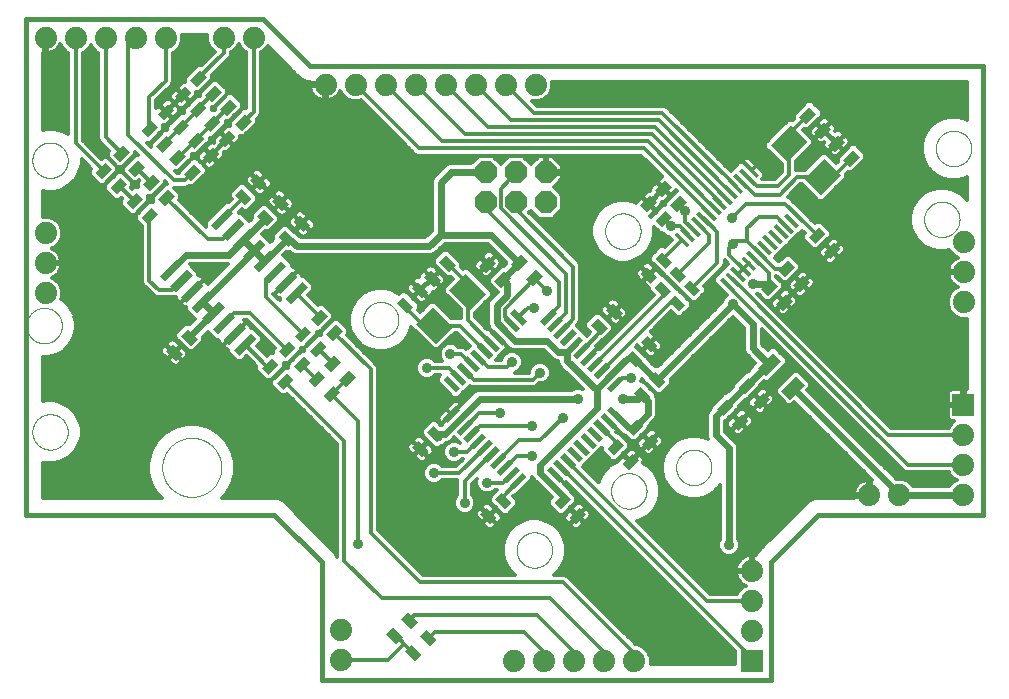
<source format=gtl>
G75*
%MOIN*%
%OFA0B0*%
%FSLAX25Y25*%
%IPPOS*%
%LPD*%
%AMOC8*
5,1,8,0,0,1.08239X$1,22.5*
%
%ADD10C,0.01600*%
%ADD11C,0.00000*%
%ADD12R,0.03150X0.04724*%
%ADD13R,0.05906X0.01969*%
%ADD14R,0.01969X0.05906*%
%ADD15R,0.01378X0.05906*%
%ADD16R,0.07874X0.09449*%
%ADD17C,0.07400*%
%ADD18R,0.02600X0.08000*%
%ADD19R,0.07400X0.07400*%
%ADD20OC8,0.07400*%
%ADD21R,0.03937X0.07087*%
%ADD22C,0.02400*%
%ADD23C,0.01200*%
%ADD24C,0.03569*%
D10*
X0036217Y0099484D02*
X0036217Y0264839D01*
X0114957Y0264839D01*
X0130705Y0249091D01*
X0355115Y0249091D01*
X0355115Y0099484D01*
X0299997Y0099484D01*
X0284249Y0083736D01*
X0284249Y0044366D01*
X0134642Y0044366D01*
X0134642Y0083736D01*
X0118894Y0099484D01*
X0036217Y0099484D01*
D11*
X0038185Y0127043D02*
X0038187Y0127196D01*
X0038193Y0127350D01*
X0038203Y0127503D01*
X0038217Y0127655D01*
X0038235Y0127808D01*
X0038257Y0127959D01*
X0038282Y0128110D01*
X0038312Y0128261D01*
X0038346Y0128411D01*
X0038383Y0128559D01*
X0038424Y0128707D01*
X0038469Y0128853D01*
X0038518Y0128999D01*
X0038571Y0129143D01*
X0038627Y0129285D01*
X0038687Y0129426D01*
X0038751Y0129566D01*
X0038818Y0129704D01*
X0038889Y0129840D01*
X0038964Y0129974D01*
X0039041Y0130106D01*
X0039123Y0130236D01*
X0039207Y0130364D01*
X0039295Y0130490D01*
X0039386Y0130613D01*
X0039480Y0130734D01*
X0039578Y0130852D01*
X0039678Y0130968D01*
X0039782Y0131081D01*
X0039888Y0131192D01*
X0039997Y0131300D01*
X0040109Y0131405D01*
X0040223Y0131506D01*
X0040341Y0131605D01*
X0040460Y0131701D01*
X0040582Y0131794D01*
X0040707Y0131883D01*
X0040834Y0131970D01*
X0040963Y0132052D01*
X0041094Y0132132D01*
X0041227Y0132208D01*
X0041362Y0132281D01*
X0041499Y0132350D01*
X0041638Y0132415D01*
X0041778Y0132477D01*
X0041920Y0132535D01*
X0042063Y0132590D01*
X0042208Y0132641D01*
X0042354Y0132688D01*
X0042501Y0132731D01*
X0042649Y0132770D01*
X0042798Y0132806D01*
X0042948Y0132837D01*
X0043099Y0132865D01*
X0043250Y0132889D01*
X0043403Y0132909D01*
X0043555Y0132925D01*
X0043708Y0132937D01*
X0043861Y0132945D01*
X0044014Y0132949D01*
X0044168Y0132949D01*
X0044321Y0132945D01*
X0044474Y0132937D01*
X0044627Y0132925D01*
X0044779Y0132909D01*
X0044932Y0132889D01*
X0045083Y0132865D01*
X0045234Y0132837D01*
X0045384Y0132806D01*
X0045533Y0132770D01*
X0045681Y0132731D01*
X0045828Y0132688D01*
X0045974Y0132641D01*
X0046119Y0132590D01*
X0046262Y0132535D01*
X0046404Y0132477D01*
X0046544Y0132415D01*
X0046683Y0132350D01*
X0046820Y0132281D01*
X0046955Y0132208D01*
X0047088Y0132132D01*
X0047219Y0132052D01*
X0047348Y0131970D01*
X0047475Y0131883D01*
X0047600Y0131794D01*
X0047722Y0131701D01*
X0047841Y0131605D01*
X0047959Y0131506D01*
X0048073Y0131405D01*
X0048185Y0131300D01*
X0048294Y0131192D01*
X0048400Y0131081D01*
X0048504Y0130968D01*
X0048604Y0130852D01*
X0048702Y0130734D01*
X0048796Y0130613D01*
X0048887Y0130490D01*
X0048975Y0130364D01*
X0049059Y0130236D01*
X0049141Y0130106D01*
X0049218Y0129974D01*
X0049293Y0129840D01*
X0049364Y0129704D01*
X0049431Y0129566D01*
X0049495Y0129426D01*
X0049555Y0129285D01*
X0049611Y0129143D01*
X0049664Y0128999D01*
X0049713Y0128853D01*
X0049758Y0128707D01*
X0049799Y0128559D01*
X0049836Y0128411D01*
X0049870Y0128261D01*
X0049900Y0128110D01*
X0049925Y0127959D01*
X0049947Y0127808D01*
X0049965Y0127655D01*
X0049979Y0127503D01*
X0049989Y0127350D01*
X0049995Y0127196D01*
X0049997Y0127043D01*
X0049995Y0126890D01*
X0049989Y0126736D01*
X0049979Y0126583D01*
X0049965Y0126431D01*
X0049947Y0126278D01*
X0049925Y0126127D01*
X0049900Y0125976D01*
X0049870Y0125825D01*
X0049836Y0125675D01*
X0049799Y0125527D01*
X0049758Y0125379D01*
X0049713Y0125233D01*
X0049664Y0125087D01*
X0049611Y0124943D01*
X0049555Y0124801D01*
X0049495Y0124660D01*
X0049431Y0124520D01*
X0049364Y0124382D01*
X0049293Y0124246D01*
X0049218Y0124112D01*
X0049141Y0123980D01*
X0049059Y0123850D01*
X0048975Y0123722D01*
X0048887Y0123596D01*
X0048796Y0123473D01*
X0048702Y0123352D01*
X0048604Y0123234D01*
X0048504Y0123118D01*
X0048400Y0123005D01*
X0048294Y0122894D01*
X0048185Y0122786D01*
X0048073Y0122681D01*
X0047959Y0122580D01*
X0047841Y0122481D01*
X0047722Y0122385D01*
X0047600Y0122292D01*
X0047475Y0122203D01*
X0047348Y0122116D01*
X0047219Y0122034D01*
X0047088Y0121954D01*
X0046955Y0121878D01*
X0046820Y0121805D01*
X0046683Y0121736D01*
X0046544Y0121671D01*
X0046404Y0121609D01*
X0046262Y0121551D01*
X0046119Y0121496D01*
X0045974Y0121445D01*
X0045828Y0121398D01*
X0045681Y0121355D01*
X0045533Y0121316D01*
X0045384Y0121280D01*
X0045234Y0121249D01*
X0045083Y0121221D01*
X0044932Y0121197D01*
X0044779Y0121177D01*
X0044627Y0121161D01*
X0044474Y0121149D01*
X0044321Y0121141D01*
X0044168Y0121137D01*
X0044014Y0121137D01*
X0043861Y0121141D01*
X0043708Y0121149D01*
X0043555Y0121161D01*
X0043403Y0121177D01*
X0043250Y0121197D01*
X0043099Y0121221D01*
X0042948Y0121249D01*
X0042798Y0121280D01*
X0042649Y0121316D01*
X0042501Y0121355D01*
X0042354Y0121398D01*
X0042208Y0121445D01*
X0042063Y0121496D01*
X0041920Y0121551D01*
X0041778Y0121609D01*
X0041638Y0121671D01*
X0041499Y0121736D01*
X0041362Y0121805D01*
X0041227Y0121878D01*
X0041094Y0121954D01*
X0040963Y0122034D01*
X0040834Y0122116D01*
X0040707Y0122203D01*
X0040582Y0122292D01*
X0040460Y0122385D01*
X0040341Y0122481D01*
X0040223Y0122580D01*
X0040109Y0122681D01*
X0039997Y0122786D01*
X0039888Y0122894D01*
X0039782Y0123005D01*
X0039678Y0123118D01*
X0039578Y0123234D01*
X0039480Y0123352D01*
X0039386Y0123473D01*
X0039295Y0123596D01*
X0039207Y0123722D01*
X0039123Y0123850D01*
X0039041Y0123980D01*
X0038964Y0124112D01*
X0038889Y0124246D01*
X0038818Y0124382D01*
X0038751Y0124520D01*
X0038687Y0124660D01*
X0038627Y0124801D01*
X0038571Y0124943D01*
X0038518Y0125087D01*
X0038469Y0125233D01*
X0038424Y0125379D01*
X0038383Y0125527D01*
X0038346Y0125675D01*
X0038312Y0125825D01*
X0038282Y0125976D01*
X0038257Y0126127D01*
X0038235Y0126278D01*
X0038217Y0126431D01*
X0038203Y0126583D01*
X0038193Y0126736D01*
X0038187Y0126890D01*
X0038185Y0127043D01*
X0036217Y0162476D02*
X0036219Y0162629D01*
X0036225Y0162783D01*
X0036235Y0162936D01*
X0036249Y0163088D01*
X0036267Y0163241D01*
X0036289Y0163392D01*
X0036314Y0163543D01*
X0036344Y0163694D01*
X0036378Y0163844D01*
X0036415Y0163992D01*
X0036456Y0164140D01*
X0036501Y0164286D01*
X0036550Y0164432D01*
X0036603Y0164576D01*
X0036659Y0164718D01*
X0036719Y0164859D01*
X0036783Y0164999D01*
X0036850Y0165137D01*
X0036921Y0165273D01*
X0036996Y0165407D01*
X0037073Y0165539D01*
X0037155Y0165669D01*
X0037239Y0165797D01*
X0037327Y0165923D01*
X0037418Y0166046D01*
X0037512Y0166167D01*
X0037610Y0166285D01*
X0037710Y0166401D01*
X0037814Y0166514D01*
X0037920Y0166625D01*
X0038029Y0166733D01*
X0038141Y0166838D01*
X0038255Y0166939D01*
X0038373Y0167038D01*
X0038492Y0167134D01*
X0038614Y0167227D01*
X0038739Y0167316D01*
X0038866Y0167403D01*
X0038995Y0167485D01*
X0039126Y0167565D01*
X0039259Y0167641D01*
X0039394Y0167714D01*
X0039531Y0167783D01*
X0039670Y0167848D01*
X0039810Y0167910D01*
X0039952Y0167968D01*
X0040095Y0168023D01*
X0040240Y0168074D01*
X0040386Y0168121D01*
X0040533Y0168164D01*
X0040681Y0168203D01*
X0040830Y0168239D01*
X0040980Y0168270D01*
X0041131Y0168298D01*
X0041282Y0168322D01*
X0041435Y0168342D01*
X0041587Y0168358D01*
X0041740Y0168370D01*
X0041893Y0168378D01*
X0042046Y0168382D01*
X0042200Y0168382D01*
X0042353Y0168378D01*
X0042506Y0168370D01*
X0042659Y0168358D01*
X0042811Y0168342D01*
X0042964Y0168322D01*
X0043115Y0168298D01*
X0043266Y0168270D01*
X0043416Y0168239D01*
X0043565Y0168203D01*
X0043713Y0168164D01*
X0043860Y0168121D01*
X0044006Y0168074D01*
X0044151Y0168023D01*
X0044294Y0167968D01*
X0044436Y0167910D01*
X0044576Y0167848D01*
X0044715Y0167783D01*
X0044852Y0167714D01*
X0044987Y0167641D01*
X0045120Y0167565D01*
X0045251Y0167485D01*
X0045380Y0167403D01*
X0045507Y0167316D01*
X0045632Y0167227D01*
X0045754Y0167134D01*
X0045873Y0167038D01*
X0045991Y0166939D01*
X0046105Y0166838D01*
X0046217Y0166733D01*
X0046326Y0166625D01*
X0046432Y0166514D01*
X0046536Y0166401D01*
X0046636Y0166285D01*
X0046734Y0166167D01*
X0046828Y0166046D01*
X0046919Y0165923D01*
X0047007Y0165797D01*
X0047091Y0165669D01*
X0047173Y0165539D01*
X0047250Y0165407D01*
X0047325Y0165273D01*
X0047396Y0165137D01*
X0047463Y0164999D01*
X0047527Y0164859D01*
X0047587Y0164718D01*
X0047643Y0164576D01*
X0047696Y0164432D01*
X0047745Y0164286D01*
X0047790Y0164140D01*
X0047831Y0163992D01*
X0047868Y0163844D01*
X0047902Y0163694D01*
X0047932Y0163543D01*
X0047957Y0163392D01*
X0047979Y0163241D01*
X0047997Y0163088D01*
X0048011Y0162936D01*
X0048021Y0162783D01*
X0048027Y0162629D01*
X0048029Y0162476D01*
X0048027Y0162323D01*
X0048021Y0162169D01*
X0048011Y0162016D01*
X0047997Y0161864D01*
X0047979Y0161711D01*
X0047957Y0161560D01*
X0047932Y0161409D01*
X0047902Y0161258D01*
X0047868Y0161108D01*
X0047831Y0160960D01*
X0047790Y0160812D01*
X0047745Y0160666D01*
X0047696Y0160520D01*
X0047643Y0160376D01*
X0047587Y0160234D01*
X0047527Y0160093D01*
X0047463Y0159953D01*
X0047396Y0159815D01*
X0047325Y0159679D01*
X0047250Y0159545D01*
X0047173Y0159413D01*
X0047091Y0159283D01*
X0047007Y0159155D01*
X0046919Y0159029D01*
X0046828Y0158906D01*
X0046734Y0158785D01*
X0046636Y0158667D01*
X0046536Y0158551D01*
X0046432Y0158438D01*
X0046326Y0158327D01*
X0046217Y0158219D01*
X0046105Y0158114D01*
X0045991Y0158013D01*
X0045873Y0157914D01*
X0045754Y0157818D01*
X0045632Y0157725D01*
X0045507Y0157636D01*
X0045380Y0157549D01*
X0045251Y0157467D01*
X0045120Y0157387D01*
X0044987Y0157311D01*
X0044852Y0157238D01*
X0044715Y0157169D01*
X0044576Y0157104D01*
X0044436Y0157042D01*
X0044294Y0156984D01*
X0044151Y0156929D01*
X0044006Y0156878D01*
X0043860Y0156831D01*
X0043713Y0156788D01*
X0043565Y0156749D01*
X0043416Y0156713D01*
X0043266Y0156682D01*
X0043115Y0156654D01*
X0042964Y0156630D01*
X0042811Y0156610D01*
X0042659Y0156594D01*
X0042506Y0156582D01*
X0042353Y0156574D01*
X0042200Y0156570D01*
X0042046Y0156570D01*
X0041893Y0156574D01*
X0041740Y0156582D01*
X0041587Y0156594D01*
X0041435Y0156610D01*
X0041282Y0156630D01*
X0041131Y0156654D01*
X0040980Y0156682D01*
X0040830Y0156713D01*
X0040681Y0156749D01*
X0040533Y0156788D01*
X0040386Y0156831D01*
X0040240Y0156878D01*
X0040095Y0156929D01*
X0039952Y0156984D01*
X0039810Y0157042D01*
X0039670Y0157104D01*
X0039531Y0157169D01*
X0039394Y0157238D01*
X0039259Y0157311D01*
X0039126Y0157387D01*
X0038995Y0157467D01*
X0038866Y0157549D01*
X0038739Y0157636D01*
X0038614Y0157725D01*
X0038492Y0157818D01*
X0038373Y0157914D01*
X0038255Y0158013D01*
X0038141Y0158114D01*
X0038029Y0158219D01*
X0037920Y0158327D01*
X0037814Y0158438D01*
X0037710Y0158551D01*
X0037610Y0158667D01*
X0037512Y0158785D01*
X0037418Y0158906D01*
X0037327Y0159029D01*
X0037239Y0159155D01*
X0037155Y0159283D01*
X0037073Y0159413D01*
X0036996Y0159545D01*
X0036921Y0159679D01*
X0036850Y0159815D01*
X0036783Y0159953D01*
X0036719Y0160093D01*
X0036659Y0160234D01*
X0036603Y0160376D01*
X0036550Y0160520D01*
X0036501Y0160666D01*
X0036456Y0160812D01*
X0036415Y0160960D01*
X0036378Y0161108D01*
X0036344Y0161258D01*
X0036314Y0161409D01*
X0036289Y0161560D01*
X0036267Y0161711D01*
X0036249Y0161864D01*
X0036235Y0162016D01*
X0036225Y0162169D01*
X0036219Y0162323D01*
X0036217Y0162476D01*
X0081492Y0115232D02*
X0081495Y0115474D01*
X0081504Y0115715D01*
X0081519Y0115956D01*
X0081539Y0116197D01*
X0081566Y0116437D01*
X0081599Y0116676D01*
X0081637Y0116915D01*
X0081681Y0117152D01*
X0081731Y0117389D01*
X0081787Y0117624D01*
X0081849Y0117857D01*
X0081916Y0118089D01*
X0081989Y0118320D01*
X0082067Y0118548D01*
X0082152Y0118774D01*
X0082241Y0118999D01*
X0082336Y0119221D01*
X0082437Y0119440D01*
X0082543Y0119658D01*
X0082654Y0119872D01*
X0082771Y0120084D01*
X0082892Y0120292D01*
X0083019Y0120498D01*
X0083151Y0120700D01*
X0083288Y0120900D01*
X0083429Y0121095D01*
X0083575Y0121288D01*
X0083726Y0121476D01*
X0083882Y0121661D01*
X0084042Y0121842D01*
X0084206Y0122019D01*
X0084375Y0122192D01*
X0084548Y0122361D01*
X0084725Y0122525D01*
X0084906Y0122685D01*
X0085091Y0122841D01*
X0085279Y0122992D01*
X0085472Y0123138D01*
X0085667Y0123279D01*
X0085867Y0123416D01*
X0086069Y0123548D01*
X0086275Y0123675D01*
X0086483Y0123796D01*
X0086695Y0123913D01*
X0086909Y0124024D01*
X0087127Y0124130D01*
X0087346Y0124231D01*
X0087568Y0124326D01*
X0087793Y0124415D01*
X0088019Y0124500D01*
X0088247Y0124578D01*
X0088478Y0124651D01*
X0088710Y0124718D01*
X0088943Y0124780D01*
X0089178Y0124836D01*
X0089415Y0124886D01*
X0089652Y0124930D01*
X0089891Y0124968D01*
X0090130Y0125001D01*
X0090370Y0125028D01*
X0090611Y0125048D01*
X0090852Y0125063D01*
X0091093Y0125072D01*
X0091335Y0125075D01*
X0091577Y0125072D01*
X0091818Y0125063D01*
X0092059Y0125048D01*
X0092300Y0125028D01*
X0092540Y0125001D01*
X0092779Y0124968D01*
X0093018Y0124930D01*
X0093255Y0124886D01*
X0093492Y0124836D01*
X0093727Y0124780D01*
X0093960Y0124718D01*
X0094192Y0124651D01*
X0094423Y0124578D01*
X0094651Y0124500D01*
X0094877Y0124415D01*
X0095102Y0124326D01*
X0095324Y0124231D01*
X0095543Y0124130D01*
X0095761Y0124024D01*
X0095975Y0123913D01*
X0096187Y0123796D01*
X0096395Y0123675D01*
X0096601Y0123548D01*
X0096803Y0123416D01*
X0097003Y0123279D01*
X0097198Y0123138D01*
X0097391Y0122992D01*
X0097579Y0122841D01*
X0097764Y0122685D01*
X0097945Y0122525D01*
X0098122Y0122361D01*
X0098295Y0122192D01*
X0098464Y0122019D01*
X0098628Y0121842D01*
X0098788Y0121661D01*
X0098944Y0121476D01*
X0099095Y0121288D01*
X0099241Y0121095D01*
X0099382Y0120900D01*
X0099519Y0120700D01*
X0099651Y0120498D01*
X0099778Y0120292D01*
X0099899Y0120084D01*
X0100016Y0119872D01*
X0100127Y0119658D01*
X0100233Y0119440D01*
X0100334Y0119221D01*
X0100429Y0118999D01*
X0100518Y0118774D01*
X0100603Y0118548D01*
X0100681Y0118320D01*
X0100754Y0118089D01*
X0100821Y0117857D01*
X0100883Y0117624D01*
X0100939Y0117389D01*
X0100989Y0117152D01*
X0101033Y0116915D01*
X0101071Y0116676D01*
X0101104Y0116437D01*
X0101131Y0116197D01*
X0101151Y0115956D01*
X0101166Y0115715D01*
X0101175Y0115474D01*
X0101178Y0115232D01*
X0101175Y0114990D01*
X0101166Y0114749D01*
X0101151Y0114508D01*
X0101131Y0114267D01*
X0101104Y0114027D01*
X0101071Y0113788D01*
X0101033Y0113549D01*
X0100989Y0113312D01*
X0100939Y0113075D01*
X0100883Y0112840D01*
X0100821Y0112607D01*
X0100754Y0112375D01*
X0100681Y0112144D01*
X0100603Y0111916D01*
X0100518Y0111690D01*
X0100429Y0111465D01*
X0100334Y0111243D01*
X0100233Y0111024D01*
X0100127Y0110806D01*
X0100016Y0110592D01*
X0099899Y0110380D01*
X0099778Y0110172D01*
X0099651Y0109966D01*
X0099519Y0109764D01*
X0099382Y0109564D01*
X0099241Y0109369D01*
X0099095Y0109176D01*
X0098944Y0108988D01*
X0098788Y0108803D01*
X0098628Y0108622D01*
X0098464Y0108445D01*
X0098295Y0108272D01*
X0098122Y0108103D01*
X0097945Y0107939D01*
X0097764Y0107779D01*
X0097579Y0107623D01*
X0097391Y0107472D01*
X0097198Y0107326D01*
X0097003Y0107185D01*
X0096803Y0107048D01*
X0096601Y0106916D01*
X0096395Y0106789D01*
X0096187Y0106668D01*
X0095975Y0106551D01*
X0095761Y0106440D01*
X0095543Y0106334D01*
X0095324Y0106233D01*
X0095102Y0106138D01*
X0094877Y0106049D01*
X0094651Y0105964D01*
X0094423Y0105886D01*
X0094192Y0105813D01*
X0093960Y0105746D01*
X0093727Y0105684D01*
X0093492Y0105628D01*
X0093255Y0105578D01*
X0093018Y0105534D01*
X0092779Y0105496D01*
X0092540Y0105463D01*
X0092300Y0105436D01*
X0092059Y0105416D01*
X0091818Y0105401D01*
X0091577Y0105392D01*
X0091335Y0105389D01*
X0091093Y0105392D01*
X0090852Y0105401D01*
X0090611Y0105416D01*
X0090370Y0105436D01*
X0090130Y0105463D01*
X0089891Y0105496D01*
X0089652Y0105534D01*
X0089415Y0105578D01*
X0089178Y0105628D01*
X0088943Y0105684D01*
X0088710Y0105746D01*
X0088478Y0105813D01*
X0088247Y0105886D01*
X0088019Y0105964D01*
X0087793Y0106049D01*
X0087568Y0106138D01*
X0087346Y0106233D01*
X0087127Y0106334D01*
X0086909Y0106440D01*
X0086695Y0106551D01*
X0086483Y0106668D01*
X0086275Y0106789D01*
X0086069Y0106916D01*
X0085867Y0107048D01*
X0085667Y0107185D01*
X0085472Y0107326D01*
X0085279Y0107472D01*
X0085091Y0107623D01*
X0084906Y0107779D01*
X0084725Y0107939D01*
X0084548Y0108103D01*
X0084375Y0108272D01*
X0084206Y0108445D01*
X0084042Y0108622D01*
X0083882Y0108803D01*
X0083726Y0108988D01*
X0083575Y0109176D01*
X0083429Y0109369D01*
X0083288Y0109564D01*
X0083151Y0109764D01*
X0083019Y0109966D01*
X0082892Y0110172D01*
X0082771Y0110380D01*
X0082654Y0110592D01*
X0082543Y0110806D01*
X0082437Y0111024D01*
X0082336Y0111243D01*
X0082241Y0111465D01*
X0082152Y0111690D01*
X0082067Y0111916D01*
X0081989Y0112144D01*
X0081916Y0112375D01*
X0081849Y0112607D01*
X0081787Y0112840D01*
X0081731Y0113075D01*
X0081681Y0113312D01*
X0081637Y0113549D01*
X0081599Y0113788D01*
X0081566Y0114027D01*
X0081539Y0114267D01*
X0081519Y0114508D01*
X0081504Y0114749D01*
X0081495Y0114990D01*
X0081492Y0115232D01*
X0148421Y0164445D02*
X0148423Y0164598D01*
X0148429Y0164752D01*
X0148439Y0164905D01*
X0148453Y0165057D01*
X0148471Y0165210D01*
X0148493Y0165361D01*
X0148518Y0165512D01*
X0148548Y0165663D01*
X0148582Y0165813D01*
X0148619Y0165961D01*
X0148660Y0166109D01*
X0148705Y0166255D01*
X0148754Y0166401D01*
X0148807Y0166545D01*
X0148863Y0166687D01*
X0148923Y0166828D01*
X0148987Y0166968D01*
X0149054Y0167106D01*
X0149125Y0167242D01*
X0149200Y0167376D01*
X0149277Y0167508D01*
X0149359Y0167638D01*
X0149443Y0167766D01*
X0149531Y0167892D01*
X0149622Y0168015D01*
X0149716Y0168136D01*
X0149814Y0168254D01*
X0149914Y0168370D01*
X0150018Y0168483D01*
X0150124Y0168594D01*
X0150233Y0168702D01*
X0150345Y0168807D01*
X0150459Y0168908D01*
X0150577Y0169007D01*
X0150696Y0169103D01*
X0150818Y0169196D01*
X0150943Y0169285D01*
X0151070Y0169372D01*
X0151199Y0169454D01*
X0151330Y0169534D01*
X0151463Y0169610D01*
X0151598Y0169683D01*
X0151735Y0169752D01*
X0151874Y0169817D01*
X0152014Y0169879D01*
X0152156Y0169937D01*
X0152299Y0169992D01*
X0152444Y0170043D01*
X0152590Y0170090D01*
X0152737Y0170133D01*
X0152885Y0170172D01*
X0153034Y0170208D01*
X0153184Y0170239D01*
X0153335Y0170267D01*
X0153486Y0170291D01*
X0153639Y0170311D01*
X0153791Y0170327D01*
X0153944Y0170339D01*
X0154097Y0170347D01*
X0154250Y0170351D01*
X0154404Y0170351D01*
X0154557Y0170347D01*
X0154710Y0170339D01*
X0154863Y0170327D01*
X0155015Y0170311D01*
X0155168Y0170291D01*
X0155319Y0170267D01*
X0155470Y0170239D01*
X0155620Y0170208D01*
X0155769Y0170172D01*
X0155917Y0170133D01*
X0156064Y0170090D01*
X0156210Y0170043D01*
X0156355Y0169992D01*
X0156498Y0169937D01*
X0156640Y0169879D01*
X0156780Y0169817D01*
X0156919Y0169752D01*
X0157056Y0169683D01*
X0157191Y0169610D01*
X0157324Y0169534D01*
X0157455Y0169454D01*
X0157584Y0169372D01*
X0157711Y0169285D01*
X0157836Y0169196D01*
X0157958Y0169103D01*
X0158077Y0169007D01*
X0158195Y0168908D01*
X0158309Y0168807D01*
X0158421Y0168702D01*
X0158530Y0168594D01*
X0158636Y0168483D01*
X0158740Y0168370D01*
X0158840Y0168254D01*
X0158938Y0168136D01*
X0159032Y0168015D01*
X0159123Y0167892D01*
X0159211Y0167766D01*
X0159295Y0167638D01*
X0159377Y0167508D01*
X0159454Y0167376D01*
X0159529Y0167242D01*
X0159600Y0167106D01*
X0159667Y0166968D01*
X0159731Y0166828D01*
X0159791Y0166687D01*
X0159847Y0166545D01*
X0159900Y0166401D01*
X0159949Y0166255D01*
X0159994Y0166109D01*
X0160035Y0165961D01*
X0160072Y0165813D01*
X0160106Y0165663D01*
X0160136Y0165512D01*
X0160161Y0165361D01*
X0160183Y0165210D01*
X0160201Y0165057D01*
X0160215Y0164905D01*
X0160225Y0164752D01*
X0160231Y0164598D01*
X0160233Y0164445D01*
X0160231Y0164292D01*
X0160225Y0164138D01*
X0160215Y0163985D01*
X0160201Y0163833D01*
X0160183Y0163680D01*
X0160161Y0163529D01*
X0160136Y0163378D01*
X0160106Y0163227D01*
X0160072Y0163077D01*
X0160035Y0162929D01*
X0159994Y0162781D01*
X0159949Y0162635D01*
X0159900Y0162489D01*
X0159847Y0162345D01*
X0159791Y0162203D01*
X0159731Y0162062D01*
X0159667Y0161922D01*
X0159600Y0161784D01*
X0159529Y0161648D01*
X0159454Y0161514D01*
X0159377Y0161382D01*
X0159295Y0161252D01*
X0159211Y0161124D01*
X0159123Y0160998D01*
X0159032Y0160875D01*
X0158938Y0160754D01*
X0158840Y0160636D01*
X0158740Y0160520D01*
X0158636Y0160407D01*
X0158530Y0160296D01*
X0158421Y0160188D01*
X0158309Y0160083D01*
X0158195Y0159982D01*
X0158077Y0159883D01*
X0157958Y0159787D01*
X0157836Y0159694D01*
X0157711Y0159605D01*
X0157584Y0159518D01*
X0157455Y0159436D01*
X0157324Y0159356D01*
X0157191Y0159280D01*
X0157056Y0159207D01*
X0156919Y0159138D01*
X0156780Y0159073D01*
X0156640Y0159011D01*
X0156498Y0158953D01*
X0156355Y0158898D01*
X0156210Y0158847D01*
X0156064Y0158800D01*
X0155917Y0158757D01*
X0155769Y0158718D01*
X0155620Y0158682D01*
X0155470Y0158651D01*
X0155319Y0158623D01*
X0155168Y0158599D01*
X0155015Y0158579D01*
X0154863Y0158563D01*
X0154710Y0158551D01*
X0154557Y0158543D01*
X0154404Y0158539D01*
X0154250Y0158539D01*
X0154097Y0158543D01*
X0153944Y0158551D01*
X0153791Y0158563D01*
X0153639Y0158579D01*
X0153486Y0158599D01*
X0153335Y0158623D01*
X0153184Y0158651D01*
X0153034Y0158682D01*
X0152885Y0158718D01*
X0152737Y0158757D01*
X0152590Y0158800D01*
X0152444Y0158847D01*
X0152299Y0158898D01*
X0152156Y0158953D01*
X0152014Y0159011D01*
X0151874Y0159073D01*
X0151735Y0159138D01*
X0151598Y0159207D01*
X0151463Y0159280D01*
X0151330Y0159356D01*
X0151199Y0159436D01*
X0151070Y0159518D01*
X0150943Y0159605D01*
X0150818Y0159694D01*
X0150696Y0159787D01*
X0150577Y0159883D01*
X0150459Y0159982D01*
X0150345Y0160083D01*
X0150233Y0160188D01*
X0150124Y0160296D01*
X0150018Y0160407D01*
X0149914Y0160520D01*
X0149814Y0160636D01*
X0149716Y0160754D01*
X0149622Y0160875D01*
X0149531Y0160998D01*
X0149443Y0161124D01*
X0149359Y0161252D01*
X0149277Y0161382D01*
X0149200Y0161514D01*
X0149125Y0161648D01*
X0149054Y0161784D01*
X0148987Y0161922D01*
X0148923Y0162062D01*
X0148863Y0162203D01*
X0148807Y0162345D01*
X0148754Y0162489D01*
X0148705Y0162635D01*
X0148660Y0162781D01*
X0148619Y0162929D01*
X0148582Y0163077D01*
X0148548Y0163227D01*
X0148518Y0163378D01*
X0148493Y0163529D01*
X0148471Y0163680D01*
X0148453Y0163833D01*
X0148439Y0163985D01*
X0148429Y0164138D01*
X0148423Y0164292D01*
X0148421Y0164445D01*
X0229130Y0193972D02*
X0229132Y0194125D01*
X0229138Y0194279D01*
X0229148Y0194432D01*
X0229162Y0194584D01*
X0229180Y0194737D01*
X0229202Y0194888D01*
X0229227Y0195039D01*
X0229257Y0195190D01*
X0229291Y0195340D01*
X0229328Y0195488D01*
X0229369Y0195636D01*
X0229414Y0195782D01*
X0229463Y0195928D01*
X0229516Y0196072D01*
X0229572Y0196214D01*
X0229632Y0196355D01*
X0229696Y0196495D01*
X0229763Y0196633D01*
X0229834Y0196769D01*
X0229909Y0196903D01*
X0229986Y0197035D01*
X0230068Y0197165D01*
X0230152Y0197293D01*
X0230240Y0197419D01*
X0230331Y0197542D01*
X0230425Y0197663D01*
X0230523Y0197781D01*
X0230623Y0197897D01*
X0230727Y0198010D01*
X0230833Y0198121D01*
X0230942Y0198229D01*
X0231054Y0198334D01*
X0231168Y0198435D01*
X0231286Y0198534D01*
X0231405Y0198630D01*
X0231527Y0198723D01*
X0231652Y0198812D01*
X0231779Y0198899D01*
X0231908Y0198981D01*
X0232039Y0199061D01*
X0232172Y0199137D01*
X0232307Y0199210D01*
X0232444Y0199279D01*
X0232583Y0199344D01*
X0232723Y0199406D01*
X0232865Y0199464D01*
X0233008Y0199519D01*
X0233153Y0199570D01*
X0233299Y0199617D01*
X0233446Y0199660D01*
X0233594Y0199699D01*
X0233743Y0199735D01*
X0233893Y0199766D01*
X0234044Y0199794D01*
X0234195Y0199818D01*
X0234348Y0199838D01*
X0234500Y0199854D01*
X0234653Y0199866D01*
X0234806Y0199874D01*
X0234959Y0199878D01*
X0235113Y0199878D01*
X0235266Y0199874D01*
X0235419Y0199866D01*
X0235572Y0199854D01*
X0235724Y0199838D01*
X0235877Y0199818D01*
X0236028Y0199794D01*
X0236179Y0199766D01*
X0236329Y0199735D01*
X0236478Y0199699D01*
X0236626Y0199660D01*
X0236773Y0199617D01*
X0236919Y0199570D01*
X0237064Y0199519D01*
X0237207Y0199464D01*
X0237349Y0199406D01*
X0237489Y0199344D01*
X0237628Y0199279D01*
X0237765Y0199210D01*
X0237900Y0199137D01*
X0238033Y0199061D01*
X0238164Y0198981D01*
X0238293Y0198899D01*
X0238420Y0198812D01*
X0238545Y0198723D01*
X0238667Y0198630D01*
X0238786Y0198534D01*
X0238904Y0198435D01*
X0239018Y0198334D01*
X0239130Y0198229D01*
X0239239Y0198121D01*
X0239345Y0198010D01*
X0239449Y0197897D01*
X0239549Y0197781D01*
X0239647Y0197663D01*
X0239741Y0197542D01*
X0239832Y0197419D01*
X0239920Y0197293D01*
X0240004Y0197165D01*
X0240086Y0197035D01*
X0240163Y0196903D01*
X0240238Y0196769D01*
X0240309Y0196633D01*
X0240376Y0196495D01*
X0240440Y0196355D01*
X0240500Y0196214D01*
X0240556Y0196072D01*
X0240609Y0195928D01*
X0240658Y0195782D01*
X0240703Y0195636D01*
X0240744Y0195488D01*
X0240781Y0195340D01*
X0240815Y0195190D01*
X0240845Y0195039D01*
X0240870Y0194888D01*
X0240892Y0194737D01*
X0240910Y0194584D01*
X0240924Y0194432D01*
X0240934Y0194279D01*
X0240940Y0194125D01*
X0240942Y0193972D01*
X0240940Y0193819D01*
X0240934Y0193665D01*
X0240924Y0193512D01*
X0240910Y0193360D01*
X0240892Y0193207D01*
X0240870Y0193056D01*
X0240845Y0192905D01*
X0240815Y0192754D01*
X0240781Y0192604D01*
X0240744Y0192456D01*
X0240703Y0192308D01*
X0240658Y0192162D01*
X0240609Y0192016D01*
X0240556Y0191872D01*
X0240500Y0191730D01*
X0240440Y0191589D01*
X0240376Y0191449D01*
X0240309Y0191311D01*
X0240238Y0191175D01*
X0240163Y0191041D01*
X0240086Y0190909D01*
X0240004Y0190779D01*
X0239920Y0190651D01*
X0239832Y0190525D01*
X0239741Y0190402D01*
X0239647Y0190281D01*
X0239549Y0190163D01*
X0239449Y0190047D01*
X0239345Y0189934D01*
X0239239Y0189823D01*
X0239130Y0189715D01*
X0239018Y0189610D01*
X0238904Y0189509D01*
X0238786Y0189410D01*
X0238667Y0189314D01*
X0238545Y0189221D01*
X0238420Y0189132D01*
X0238293Y0189045D01*
X0238164Y0188963D01*
X0238033Y0188883D01*
X0237900Y0188807D01*
X0237765Y0188734D01*
X0237628Y0188665D01*
X0237489Y0188600D01*
X0237349Y0188538D01*
X0237207Y0188480D01*
X0237064Y0188425D01*
X0236919Y0188374D01*
X0236773Y0188327D01*
X0236626Y0188284D01*
X0236478Y0188245D01*
X0236329Y0188209D01*
X0236179Y0188178D01*
X0236028Y0188150D01*
X0235877Y0188126D01*
X0235724Y0188106D01*
X0235572Y0188090D01*
X0235419Y0188078D01*
X0235266Y0188070D01*
X0235113Y0188066D01*
X0234959Y0188066D01*
X0234806Y0188070D01*
X0234653Y0188078D01*
X0234500Y0188090D01*
X0234348Y0188106D01*
X0234195Y0188126D01*
X0234044Y0188150D01*
X0233893Y0188178D01*
X0233743Y0188209D01*
X0233594Y0188245D01*
X0233446Y0188284D01*
X0233299Y0188327D01*
X0233153Y0188374D01*
X0233008Y0188425D01*
X0232865Y0188480D01*
X0232723Y0188538D01*
X0232583Y0188600D01*
X0232444Y0188665D01*
X0232307Y0188734D01*
X0232172Y0188807D01*
X0232039Y0188883D01*
X0231908Y0188963D01*
X0231779Y0189045D01*
X0231652Y0189132D01*
X0231527Y0189221D01*
X0231405Y0189314D01*
X0231286Y0189410D01*
X0231168Y0189509D01*
X0231054Y0189610D01*
X0230942Y0189715D01*
X0230833Y0189823D01*
X0230727Y0189934D01*
X0230623Y0190047D01*
X0230523Y0190163D01*
X0230425Y0190281D01*
X0230331Y0190402D01*
X0230240Y0190525D01*
X0230152Y0190651D01*
X0230068Y0190779D01*
X0229986Y0190909D01*
X0229909Y0191041D01*
X0229834Y0191175D01*
X0229763Y0191311D01*
X0229696Y0191449D01*
X0229632Y0191589D01*
X0229572Y0191730D01*
X0229516Y0191872D01*
X0229463Y0192016D01*
X0229414Y0192162D01*
X0229369Y0192308D01*
X0229328Y0192456D01*
X0229291Y0192604D01*
X0229257Y0192754D01*
X0229227Y0192905D01*
X0229202Y0193056D01*
X0229180Y0193207D01*
X0229162Y0193360D01*
X0229148Y0193512D01*
X0229138Y0193665D01*
X0229132Y0193819D01*
X0229130Y0193972D01*
X0252752Y0115232D02*
X0252754Y0115385D01*
X0252760Y0115539D01*
X0252770Y0115692D01*
X0252784Y0115844D01*
X0252802Y0115997D01*
X0252824Y0116148D01*
X0252849Y0116299D01*
X0252879Y0116450D01*
X0252913Y0116600D01*
X0252950Y0116748D01*
X0252991Y0116896D01*
X0253036Y0117042D01*
X0253085Y0117188D01*
X0253138Y0117332D01*
X0253194Y0117474D01*
X0253254Y0117615D01*
X0253318Y0117755D01*
X0253385Y0117893D01*
X0253456Y0118029D01*
X0253531Y0118163D01*
X0253608Y0118295D01*
X0253690Y0118425D01*
X0253774Y0118553D01*
X0253862Y0118679D01*
X0253953Y0118802D01*
X0254047Y0118923D01*
X0254145Y0119041D01*
X0254245Y0119157D01*
X0254349Y0119270D01*
X0254455Y0119381D01*
X0254564Y0119489D01*
X0254676Y0119594D01*
X0254790Y0119695D01*
X0254908Y0119794D01*
X0255027Y0119890D01*
X0255149Y0119983D01*
X0255274Y0120072D01*
X0255401Y0120159D01*
X0255530Y0120241D01*
X0255661Y0120321D01*
X0255794Y0120397D01*
X0255929Y0120470D01*
X0256066Y0120539D01*
X0256205Y0120604D01*
X0256345Y0120666D01*
X0256487Y0120724D01*
X0256630Y0120779D01*
X0256775Y0120830D01*
X0256921Y0120877D01*
X0257068Y0120920D01*
X0257216Y0120959D01*
X0257365Y0120995D01*
X0257515Y0121026D01*
X0257666Y0121054D01*
X0257817Y0121078D01*
X0257970Y0121098D01*
X0258122Y0121114D01*
X0258275Y0121126D01*
X0258428Y0121134D01*
X0258581Y0121138D01*
X0258735Y0121138D01*
X0258888Y0121134D01*
X0259041Y0121126D01*
X0259194Y0121114D01*
X0259346Y0121098D01*
X0259499Y0121078D01*
X0259650Y0121054D01*
X0259801Y0121026D01*
X0259951Y0120995D01*
X0260100Y0120959D01*
X0260248Y0120920D01*
X0260395Y0120877D01*
X0260541Y0120830D01*
X0260686Y0120779D01*
X0260829Y0120724D01*
X0260971Y0120666D01*
X0261111Y0120604D01*
X0261250Y0120539D01*
X0261387Y0120470D01*
X0261522Y0120397D01*
X0261655Y0120321D01*
X0261786Y0120241D01*
X0261915Y0120159D01*
X0262042Y0120072D01*
X0262167Y0119983D01*
X0262289Y0119890D01*
X0262408Y0119794D01*
X0262526Y0119695D01*
X0262640Y0119594D01*
X0262752Y0119489D01*
X0262861Y0119381D01*
X0262967Y0119270D01*
X0263071Y0119157D01*
X0263171Y0119041D01*
X0263269Y0118923D01*
X0263363Y0118802D01*
X0263454Y0118679D01*
X0263542Y0118553D01*
X0263626Y0118425D01*
X0263708Y0118295D01*
X0263785Y0118163D01*
X0263860Y0118029D01*
X0263931Y0117893D01*
X0263998Y0117755D01*
X0264062Y0117615D01*
X0264122Y0117474D01*
X0264178Y0117332D01*
X0264231Y0117188D01*
X0264280Y0117042D01*
X0264325Y0116896D01*
X0264366Y0116748D01*
X0264403Y0116600D01*
X0264437Y0116450D01*
X0264467Y0116299D01*
X0264492Y0116148D01*
X0264514Y0115997D01*
X0264532Y0115844D01*
X0264546Y0115692D01*
X0264556Y0115539D01*
X0264562Y0115385D01*
X0264564Y0115232D01*
X0264562Y0115079D01*
X0264556Y0114925D01*
X0264546Y0114772D01*
X0264532Y0114620D01*
X0264514Y0114467D01*
X0264492Y0114316D01*
X0264467Y0114165D01*
X0264437Y0114014D01*
X0264403Y0113864D01*
X0264366Y0113716D01*
X0264325Y0113568D01*
X0264280Y0113422D01*
X0264231Y0113276D01*
X0264178Y0113132D01*
X0264122Y0112990D01*
X0264062Y0112849D01*
X0263998Y0112709D01*
X0263931Y0112571D01*
X0263860Y0112435D01*
X0263785Y0112301D01*
X0263708Y0112169D01*
X0263626Y0112039D01*
X0263542Y0111911D01*
X0263454Y0111785D01*
X0263363Y0111662D01*
X0263269Y0111541D01*
X0263171Y0111423D01*
X0263071Y0111307D01*
X0262967Y0111194D01*
X0262861Y0111083D01*
X0262752Y0110975D01*
X0262640Y0110870D01*
X0262526Y0110769D01*
X0262408Y0110670D01*
X0262289Y0110574D01*
X0262167Y0110481D01*
X0262042Y0110392D01*
X0261915Y0110305D01*
X0261786Y0110223D01*
X0261655Y0110143D01*
X0261522Y0110067D01*
X0261387Y0109994D01*
X0261250Y0109925D01*
X0261111Y0109860D01*
X0260971Y0109798D01*
X0260829Y0109740D01*
X0260686Y0109685D01*
X0260541Y0109634D01*
X0260395Y0109587D01*
X0260248Y0109544D01*
X0260100Y0109505D01*
X0259951Y0109469D01*
X0259801Y0109438D01*
X0259650Y0109410D01*
X0259499Y0109386D01*
X0259346Y0109366D01*
X0259194Y0109350D01*
X0259041Y0109338D01*
X0258888Y0109330D01*
X0258735Y0109326D01*
X0258581Y0109326D01*
X0258428Y0109330D01*
X0258275Y0109338D01*
X0258122Y0109350D01*
X0257970Y0109366D01*
X0257817Y0109386D01*
X0257666Y0109410D01*
X0257515Y0109438D01*
X0257365Y0109469D01*
X0257216Y0109505D01*
X0257068Y0109544D01*
X0256921Y0109587D01*
X0256775Y0109634D01*
X0256630Y0109685D01*
X0256487Y0109740D01*
X0256345Y0109798D01*
X0256205Y0109860D01*
X0256066Y0109925D01*
X0255929Y0109994D01*
X0255794Y0110067D01*
X0255661Y0110143D01*
X0255530Y0110223D01*
X0255401Y0110305D01*
X0255274Y0110392D01*
X0255149Y0110481D01*
X0255027Y0110574D01*
X0254908Y0110670D01*
X0254790Y0110769D01*
X0254676Y0110870D01*
X0254564Y0110975D01*
X0254455Y0111083D01*
X0254349Y0111194D01*
X0254245Y0111307D01*
X0254145Y0111423D01*
X0254047Y0111541D01*
X0253953Y0111662D01*
X0253862Y0111785D01*
X0253774Y0111911D01*
X0253690Y0112039D01*
X0253608Y0112169D01*
X0253531Y0112301D01*
X0253456Y0112435D01*
X0253385Y0112571D01*
X0253318Y0112709D01*
X0253254Y0112849D01*
X0253194Y0112990D01*
X0253138Y0113132D01*
X0253085Y0113276D01*
X0253036Y0113422D01*
X0252991Y0113568D01*
X0252950Y0113716D01*
X0252913Y0113864D01*
X0252879Y0114014D01*
X0252849Y0114165D01*
X0252824Y0114316D01*
X0252802Y0114467D01*
X0252784Y0114620D01*
X0252770Y0114772D01*
X0252760Y0114925D01*
X0252754Y0115079D01*
X0252752Y0115232D01*
X0231099Y0107358D02*
X0231101Y0107511D01*
X0231107Y0107665D01*
X0231117Y0107818D01*
X0231131Y0107970D01*
X0231149Y0108123D01*
X0231171Y0108274D01*
X0231196Y0108425D01*
X0231226Y0108576D01*
X0231260Y0108726D01*
X0231297Y0108874D01*
X0231338Y0109022D01*
X0231383Y0109168D01*
X0231432Y0109314D01*
X0231485Y0109458D01*
X0231541Y0109600D01*
X0231601Y0109741D01*
X0231665Y0109881D01*
X0231732Y0110019D01*
X0231803Y0110155D01*
X0231878Y0110289D01*
X0231955Y0110421D01*
X0232037Y0110551D01*
X0232121Y0110679D01*
X0232209Y0110805D01*
X0232300Y0110928D01*
X0232394Y0111049D01*
X0232492Y0111167D01*
X0232592Y0111283D01*
X0232696Y0111396D01*
X0232802Y0111507D01*
X0232911Y0111615D01*
X0233023Y0111720D01*
X0233137Y0111821D01*
X0233255Y0111920D01*
X0233374Y0112016D01*
X0233496Y0112109D01*
X0233621Y0112198D01*
X0233748Y0112285D01*
X0233877Y0112367D01*
X0234008Y0112447D01*
X0234141Y0112523D01*
X0234276Y0112596D01*
X0234413Y0112665D01*
X0234552Y0112730D01*
X0234692Y0112792D01*
X0234834Y0112850D01*
X0234977Y0112905D01*
X0235122Y0112956D01*
X0235268Y0113003D01*
X0235415Y0113046D01*
X0235563Y0113085D01*
X0235712Y0113121D01*
X0235862Y0113152D01*
X0236013Y0113180D01*
X0236164Y0113204D01*
X0236317Y0113224D01*
X0236469Y0113240D01*
X0236622Y0113252D01*
X0236775Y0113260D01*
X0236928Y0113264D01*
X0237082Y0113264D01*
X0237235Y0113260D01*
X0237388Y0113252D01*
X0237541Y0113240D01*
X0237693Y0113224D01*
X0237846Y0113204D01*
X0237997Y0113180D01*
X0238148Y0113152D01*
X0238298Y0113121D01*
X0238447Y0113085D01*
X0238595Y0113046D01*
X0238742Y0113003D01*
X0238888Y0112956D01*
X0239033Y0112905D01*
X0239176Y0112850D01*
X0239318Y0112792D01*
X0239458Y0112730D01*
X0239597Y0112665D01*
X0239734Y0112596D01*
X0239869Y0112523D01*
X0240002Y0112447D01*
X0240133Y0112367D01*
X0240262Y0112285D01*
X0240389Y0112198D01*
X0240514Y0112109D01*
X0240636Y0112016D01*
X0240755Y0111920D01*
X0240873Y0111821D01*
X0240987Y0111720D01*
X0241099Y0111615D01*
X0241208Y0111507D01*
X0241314Y0111396D01*
X0241418Y0111283D01*
X0241518Y0111167D01*
X0241616Y0111049D01*
X0241710Y0110928D01*
X0241801Y0110805D01*
X0241889Y0110679D01*
X0241973Y0110551D01*
X0242055Y0110421D01*
X0242132Y0110289D01*
X0242207Y0110155D01*
X0242278Y0110019D01*
X0242345Y0109881D01*
X0242409Y0109741D01*
X0242469Y0109600D01*
X0242525Y0109458D01*
X0242578Y0109314D01*
X0242627Y0109168D01*
X0242672Y0109022D01*
X0242713Y0108874D01*
X0242750Y0108726D01*
X0242784Y0108576D01*
X0242814Y0108425D01*
X0242839Y0108274D01*
X0242861Y0108123D01*
X0242879Y0107970D01*
X0242893Y0107818D01*
X0242903Y0107665D01*
X0242909Y0107511D01*
X0242911Y0107358D01*
X0242909Y0107205D01*
X0242903Y0107051D01*
X0242893Y0106898D01*
X0242879Y0106746D01*
X0242861Y0106593D01*
X0242839Y0106442D01*
X0242814Y0106291D01*
X0242784Y0106140D01*
X0242750Y0105990D01*
X0242713Y0105842D01*
X0242672Y0105694D01*
X0242627Y0105548D01*
X0242578Y0105402D01*
X0242525Y0105258D01*
X0242469Y0105116D01*
X0242409Y0104975D01*
X0242345Y0104835D01*
X0242278Y0104697D01*
X0242207Y0104561D01*
X0242132Y0104427D01*
X0242055Y0104295D01*
X0241973Y0104165D01*
X0241889Y0104037D01*
X0241801Y0103911D01*
X0241710Y0103788D01*
X0241616Y0103667D01*
X0241518Y0103549D01*
X0241418Y0103433D01*
X0241314Y0103320D01*
X0241208Y0103209D01*
X0241099Y0103101D01*
X0240987Y0102996D01*
X0240873Y0102895D01*
X0240755Y0102796D01*
X0240636Y0102700D01*
X0240514Y0102607D01*
X0240389Y0102518D01*
X0240262Y0102431D01*
X0240133Y0102349D01*
X0240002Y0102269D01*
X0239869Y0102193D01*
X0239734Y0102120D01*
X0239597Y0102051D01*
X0239458Y0101986D01*
X0239318Y0101924D01*
X0239176Y0101866D01*
X0239033Y0101811D01*
X0238888Y0101760D01*
X0238742Y0101713D01*
X0238595Y0101670D01*
X0238447Y0101631D01*
X0238298Y0101595D01*
X0238148Y0101564D01*
X0237997Y0101536D01*
X0237846Y0101512D01*
X0237693Y0101492D01*
X0237541Y0101476D01*
X0237388Y0101464D01*
X0237235Y0101456D01*
X0237082Y0101452D01*
X0236928Y0101452D01*
X0236775Y0101456D01*
X0236622Y0101464D01*
X0236469Y0101476D01*
X0236317Y0101492D01*
X0236164Y0101512D01*
X0236013Y0101536D01*
X0235862Y0101564D01*
X0235712Y0101595D01*
X0235563Y0101631D01*
X0235415Y0101670D01*
X0235268Y0101713D01*
X0235122Y0101760D01*
X0234977Y0101811D01*
X0234834Y0101866D01*
X0234692Y0101924D01*
X0234552Y0101986D01*
X0234413Y0102051D01*
X0234276Y0102120D01*
X0234141Y0102193D01*
X0234008Y0102269D01*
X0233877Y0102349D01*
X0233748Y0102431D01*
X0233621Y0102518D01*
X0233496Y0102607D01*
X0233374Y0102700D01*
X0233255Y0102796D01*
X0233137Y0102895D01*
X0233023Y0102996D01*
X0232911Y0103101D01*
X0232802Y0103209D01*
X0232696Y0103320D01*
X0232592Y0103433D01*
X0232492Y0103549D01*
X0232394Y0103667D01*
X0232300Y0103788D01*
X0232209Y0103911D01*
X0232121Y0104037D01*
X0232037Y0104165D01*
X0231955Y0104295D01*
X0231878Y0104427D01*
X0231803Y0104561D01*
X0231732Y0104697D01*
X0231665Y0104835D01*
X0231601Y0104975D01*
X0231541Y0105116D01*
X0231485Y0105258D01*
X0231432Y0105402D01*
X0231383Y0105548D01*
X0231338Y0105694D01*
X0231297Y0105842D01*
X0231260Y0105990D01*
X0231226Y0106140D01*
X0231196Y0106291D01*
X0231171Y0106442D01*
X0231149Y0106593D01*
X0231131Y0106746D01*
X0231117Y0106898D01*
X0231107Y0107051D01*
X0231101Y0107205D01*
X0231099Y0107358D01*
X0199603Y0087673D02*
X0199605Y0087826D01*
X0199611Y0087980D01*
X0199621Y0088133D01*
X0199635Y0088285D01*
X0199653Y0088438D01*
X0199675Y0088589D01*
X0199700Y0088740D01*
X0199730Y0088891D01*
X0199764Y0089041D01*
X0199801Y0089189D01*
X0199842Y0089337D01*
X0199887Y0089483D01*
X0199936Y0089629D01*
X0199989Y0089773D01*
X0200045Y0089915D01*
X0200105Y0090056D01*
X0200169Y0090196D01*
X0200236Y0090334D01*
X0200307Y0090470D01*
X0200382Y0090604D01*
X0200459Y0090736D01*
X0200541Y0090866D01*
X0200625Y0090994D01*
X0200713Y0091120D01*
X0200804Y0091243D01*
X0200898Y0091364D01*
X0200996Y0091482D01*
X0201096Y0091598D01*
X0201200Y0091711D01*
X0201306Y0091822D01*
X0201415Y0091930D01*
X0201527Y0092035D01*
X0201641Y0092136D01*
X0201759Y0092235D01*
X0201878Y0092331D01*
X0202000Y0092424D01*
X0202125Y0092513D01*
X0202252Y0092600D01*
X0202381Y0092682D01*
X0202512Y0092762D01*
X0202645Y0092838D01*
X0202780Y0092911D01*
X0202917Y0092980D01*
X0203056Y0093045D01*
X0203196Y0093107D01*
X0203338Y0093165D01*
X0203481Y0093220D01*
X0203626Y0093271D01*
X0203772Y0093318D01*
X0203919Y0093361D01*
X0204067Y0093400D01*
X0204216Y0093436D01*
X0204366Y0093467D01*
X0204517Y0093495D01*
X0204668Y0093519D01*
X0204821Y0093539D01*
X0204973Y0093555D01*
X0205126Y0093567D01*
X0205279Y0093575D01*
X0205432Y0093579D01*
X0205586Y0093579D01*
X0205739Y0093575D01*
X0205892Y0093567D01*
X0206045Y0093555D01*
X0206197Y0093539D01*
X0206350Y0093519D01*
X0206501Y0093495D01*
X0206652Y0093467D01*
X0206802Y0093436D01*
X0206951Y0093400D01*
X0207099Y0093361D01*
X0207246Y0093318D01*
X0207392Y0093271D01*
X0207537Y0093220D01*
X0207680Y0093165D01*
X0207822Y0093107D01*
X0207962Y0093045D01*
X0208101Y0092980D01*
X0208238Y0092911D01*
X0208373Y0092838D01*
X0208506Y0092762D01*
X0208637Y0092682D01*
X0208766Y0092600D01*
X0208893Y0092513D01*
X0209018Y0092424D01*
X0209140Y0092331D01*
X0209259Y0092235D01*
X0209377Y0092136D01*
X0209491Y0092035D01*
X0209603Y0091930D01*
X0209712Y0091822D01*
X0209818Y0091711D01*
X0209922Y0091598D01*
X0210022Y0091482D01*
X0210120Y0091364D01*
X0210214Y0091243D01*
X0210305Y0091120D01*
X0210393Y0090994D01*
X0210477Y0090866D01*
X0210559Y0090736D01*
X0210636Y0090604D01*
X0210711Y0090470D01*
X0210782Y0090334D01*
X0210849Y0090196D01*
X0210913Y0090056D01*
X0210973Y0089915D01*
X0211029Y0089773D01*
X0211082Y0089629D01*
X0211131Y0089483D01*
X0211176Y0089337D01*
X0211217Y0089189D01*
X0211254Y0089041D01*
X0211288Y0088891D01*
X0211318Y0088740D01*
X0211343Y0088589D01*
X0211365Y0088438D01*
X0211383Y0088285D01*
X0211397Y0088133D01*
X0211407Y0087980D01*
X0211413Y0087826D01*
X0211415Y0087673D01*
X0211413Y0087520D01*
X0211407Y0087366D01*
X0211397Y0087213D01*
X0211383Y0087061D01*
X0211365Y0086908D01*
X0211343Y0086757D01*
X0211318Y0086606D01*
X0211288Y0086455D01*
X0211254Y0086305D01*
X0211217Y0086157D01*
X0211176Y0086009D01*
X0211131Y0085863D01*
X0211082Y0085717D01*
X0211029Y0085573D01*
X0210973Y0085431D01*
X0210913Y0085290D01*
X0210849Y0085150D01*
X0210782Y0085012D01*
X0210711Y0084876D01*
X0210636Y0084742D01*
X0210559Y0084610D01*
X0210477Y0084480D01*
X0210393Y0084352D01*
X0210305Y0084226D01*
X0210214Y0084103D01*
X0210120Y0083982D01*
X0210022Y0083864D01*
X0209922Y0083748D01*
X0209818Y0083635D01*
X0209712Y0083524D01*
X0209603Y0083416D01*
X0209491Y0083311D01*
X0209377Y0083210D01*
X0209259Y0083111D01*
X0209140Y0083015D01*
X0209018Y0082922D01*
X0208893Y0082833D01*
X0208766Y0082746D01*
X0208637Y0082664D01*
X0208506Y0082584D01*
X0208373Y0082508D01*
X0208238Y0082435D01*
X0208101Y0082366D01*
X0207962Y0082301D01*
X0207822Y0082239D01*
X0207680Y0082181D01*
X0207537Y0082126D01*
X0207392Y0082075D01*
X0207246Y0082028D01*
X0207099Y0081985D01*
X0206951Y0081946D01*
X0206802Y0081910D01*
X0206652Y0081879D01*
X0206501Y0081851D01*
X0206350Y0081827D01*
X0206197Y0081807D01*
X0206045Y0081791D01*
X0205892Y0081779D01*
X0205739Y0081771D01*
X0205586Y0081767D01*
X0205432Y0081767D01*
X0205279Y0081771D01*
X0205126Y0081779D01*
X0204973Y0081791D01*
X0204821Y0081807D01*
X0204668Y0081827D01*
X0204517Y0081851D01*
X0204366Y0081879D01*
X0204216Y0081910D01*
X0204067Y0081946D01*
X0203919Y0081985D01*
X0203772Y0082028D01*
X0203626Y0082075D01*
X0203481Y0082126D01*
X0203338Y0082181D01*
X0203196Y0082239D01*
X0203056Y0082301D01*
X0202917Y0082366D01*
X0202780Y0082435D01*
X0202645Y0082508D01*
X0202512Y0082584D01*
X0202381Y0082664D01*
X0202252Y0082746D01*
X0202125Y0082833D01*
X0202000Y0082922D01*
X0201878Y0083015D01*
X0201759Y0083111D01*
X0201641Y0083210D01*
X0201527Y0083311D01*
X0201415Y0083416D01*
X0201306Y0083524D01*
X0201200Y0083635D01*
X0201096Y0083748D01*
X0200996Y0083864D01*
X0200898Y0083982D01*
X0200804Y0084103D01*
X0200713Y0084226D01*
X0200625Y0084352D01*
X0200541Y0084480D01*
X0200459Y0084610D01*
X0200382Y0084742D01*
X0200307Y0084876D01*
X0200236Y0085012D01*
X0200169Y0085150D01*
X0200105Y0085290D01*
X0200045Y0085431D01*
X0199989Y0085573D01*
X0199936Y0085717D01*
X0199887Y0085863D01*
X0199842Y0086009D01*
X0199801Y0086157D01*
X0199764Y0086305D01*
X0199730Y0086455D01*
X0199700Y0086606D01*
X0199675Y0086757D01*
X0199653Y0086908D01*
X0199635Y0087061D01*
X0199621Y0087213D01*
X0199611Y0087366D01*
X0199605Y0087520D01*
X0199603Y0087673D01*
X0335429Y0197909D02*
X0335431Y0198062D01*
X0335437Y0198216D01*
X0335447Y0198369D01*
X0335461Y0198521D01*
X0335479Y0198674D01*
X0335501Y0198825D01*
X0335526Y0198976D01*
X0335556Y0199127D01*
X0335590Y0199277D01*
X0335627Y0199425D01*
X0335668Y0199573D01*
X0335713Y0199719D01*
X0335762Y0199865D01*
X0335815Y0200009D01*
X0335871Y0200151D01*
X0335931Y0200292D01*
X0335995Y0200432D01*
X0336062Y0200570D01*
X0336133Y0200706D01*
X0336208Y0200840D01*
X0336285Y0200972D01*
X0336367Y0201102D01*
X0336451Y0201230D01*
X0336539Y0201356D01*
X0336630Y0201479D01*
X0336724Y0201600D01*
X0336822Y0201718D01*
X0336922Y0201834D01*
X0337026Y0201947D01*
X0337132Y0202058D01*
X0337241Y0202166D01*
X0337353Y0202271D01*
X0337467Y0202372D01*
X0337585Y0202471D01*
X0337704Y0202567D01*
X0337826Y0202660D01*
X0337951Y0202749D01*
X0338078Y0202836D01*
X0338207Y0202918D01*
X0338338Y0202998D01*
X0338471Y0203074D01*
X0338606Y0203147D01*
X0338743Y0203216D01*
X0338882Y0203281D01*
X0339022Y0203343D01*
X0339164Y0203401D01*
X0339307Y0203456D01*
X0339452Y0203507D01*
X0339598Y0203554D01*
X0339745Y0203597D01*
X0339893Y0203636D01*
X0340042Y0203672D01*
X0340192Y0203703D01*
X0340343Y0203731D01*
X0340494Y0203755D01*
X0340647Y0203775D01*
X0340799Y0203791D01*
X0340952Y0203803D01*
X0341105Y0203811D01*
X0341258Y0203815D01*
X0341412Y0203815D01*
X0341565Y0203811D01*
X0341718Y0203803D01*
X0341871Y0203791D01*
X0342023Y0203775D01*
X0342176Y0203755D01*
X0342327Y0203731D01*
X0342478Y0203703D01*
X0342628Y0203672D01*
X0342777Y0203636D01*
X0342925Y0203597D01*
X0343072Y0203554D01*
X0343218Y0203507D01*
X0343363Y0203456D01*
X0343506Y0203401D01*
X0343648Y0203343D01*
X0343788Y0203281D01*
X0343927Y0203216D01*
X0344064Y0203147D01*
X0344199Y0203074D01*
X0344332Y0202998D01*
X0344463Y0202918D01*
X0344592Y0202836D01*
X0344719Y0202749D01*
X0344844Y0202660D01*
X0344966Y0202567D01*
X0345085Y0202471D01*
X0345203Y0202372D01*
X0345317Y0202271D01*
X0345429Y0202166D01*
X0345538Y0202058D01*
X0345644Y0201947D01*
X0345748Y0201834D01*
X0345848Y0201718D01*
X0345946Y0201600D01*
X0346040Y0201479D01*
X0346131Y0201356D01*
X0346219Y0201230D01*
X0346303Y0201102D01*
X0346385Y0200972D01*
X0346462Y0200840D01*
X0346537Y0200706D01*
X0346608Y0200570D01*
X0346675Y0200432D01*
X0346739Y0200292D01*
X0346799Y0200151D01*
X0346855Y0200009D01*
X0346908Y0199865D01*
X0346957Y0199719D01*
X0347002Y0199573D01*
X0347043Y0199425D01*
X0347080Y0199277D01*
X0347114Y0199127D01*
X0347144Y0198976D01*
X0347169Y0198825D01*
X0347191Y0198674D01*
X0347209Y0198521D01*
X0347223Y0198369D01*
X0347233Y0198216D01*
X0347239Y0198062D01*
X0347241Y0197909D01*
X0347239Y0197756D01*
X0347233Y0197602D01*
X0347223Y0197449D01*
X0347209Y0197297D01*
X0347191Y0197144D01*
X0347169Y0196993D01*
X0347144Y0196842D01*
X0347114Y0196691D01*
X0347080Y0196541D01*
X0347043Y0196393D01*
X0347002Y0196245D01*
X0346957Y0196099D01*
X0346908Y0195953D01*
X0346855Y0195809D01*
X0346799Y0195667D01*
X0346739Y0195526D01*
X0346675Y0195386D01*
X0346608Y0195248D01*
X0346537Y0195112D01*
X0346462Y0194978D01*
X0346385Y0194846D01*
X0346303Y0194716D01*
X0346219Y0194588D01*
X0346131Y0194462D01*
X0346040Y0194339D01*
X0345946Y0194218D01*
X0345848Y0194100D01*
X0345748Y0193984D01*
X0345644Y0193871D01*
X0345538Y0193760D01*
X0345429Y0193652D01*
X0345317Y0193547D01*
X0345203Y0193446D01*
X0345085Y0193347D01*
X0344966Y0193251D01*
X0344844Y0193158D01*
X0344719Y0193069D01*
X0344592Y0192982D01*
X0344463Y0192900D01*
X0344332Y0192820D01*
X0344199Y0192744D01*
X0344064Y0192671D01*
X0343927Y0192602D01*
X0343788Y0192537D01*
X0343648Y0192475D01*
X0343506Y0192417D01*
X0343363Y0192362D01*
X0343218Y0192311D01*
X0343072Y0192264D01*
X0342925Y0192221D01*
X0342777Y0192182D01*
X0342628Y0192146D01*
X0342478Y0192115D01*
X0342327Y0192087D01*
X0342176Y0192063D01*
X0342023Y0192043D01*
X0341871Y0192027D01*
X0341718Y0192015D01*
X0341565Y0192007D01*
X0341412Y0192003D01*
X0341258Y0192003D01*
X0341105Y0192007D01*
X0340952Y0192015D01*
X0340799Y0192027D01*
X0340647Y0192043D01*
X0340494Y0192063D01*
X0340343Y0192087D01*
X0340192Y0192115D01*
X0340042Y0192146D01*
X0339893Y0192182D01*
X0339745Y0192221D01*
X0339598Y0192264D01*
X0339452Y0192311D01*
X0339307Y0192362D01*
X0339164Y0192417D01*
X0339022Y0192475D01*
X0338882Y0192537D01*
X0338743Y0192602D01*
X0338606Y0192671D01*
X0338471Y0192744D01*
X0338338Y0192820D01*
X0338207Y0192900D01*
X0338078Y0192982D01*
X0337951Y0193069D01*
X0337826Y0193158D01*
X0337704Y0193251D01*
X0337585Y0193347D01*
X0337467Y0193446D01*
X0337353Y0193547D01*
X0337241Y0193652D01*
X0337132Y0193760D01*
X0337026Y0193871D01*
X0336922Y0193984D01*
X0336822Y0194100D01*
X0336724Y0194218D01*
X0336630Y0194339D01*
X0336539Y0194462D01*
X0336451Y0194588D01*
X0336367Y0194716D01*
X0336285Y0194846D01*
X0336208Y0194978D01*
X0336133Y0195112D01*
X0336062Y0195248D01*
X0335995Y0195386D01*
X0335931Y0195526D01*
X0335871Y0195667D01*
X0335815Y0195809D01*
X0335762Y0195953D01*
X0335713Y0196099D01*
X0335668Y0196245D01*
X0335627Y0196393D01*
X0335590Y0196541D01*
X0335556Y0196691D01*
X0335526Y0196842D01*
X0335501Y0196993D01*
X0335479Y0197144D01*
X0335461Y0197297D01*
X0335447Y0197449D01*
X0335437Y0197602D01*
X0335431Y0197756D01*
X0335429Y0197909D01*
X0339366Y0221531D02*
X0339368Y0221684D01*
X0339374Y0221838D01*
X0339384Y0221991D01*
X0339398Y0222143D01*
X0339416Y0222296D01*
X0339438Y0222447D01*
X0339463Y0222598D01*
X0339493Y0222749D01*
X0339527Y0222899D01*
X0339564Y0223047D01*
X0339605Y0223195D01*
X0339650Y0223341D01*
X0339699Y0223487D01*
X0339752Y0223631D01*
X0339808Y0223773D01*
X0339868Y0223914D01*
X0339932Y0224054D01*
X0339999Y0224192D01*
X0340070Y0224328D01*
X0340145Y0224462D01*
X0340222Y0224594D01*
X0340304Y0224724D01*
X0340388Y0224852D01*
X0340476Y0224978D01*
X0340567Y0225101D01*
X0340661Y0225222D01*
X0340759Y0225340D01*
X0340859Y0225456D01*
X0340963Y0225569D01*
X0341069Y0225680D01*
X0341178Y0225788D01*
X0341290Y0225893D01*
X0341404Y0225994D01*
X0341522Y0226093D01*
X0341641Y0226189D01*
X0341763Y0226282D01*
X0341888Y0226371D01*
X0342015Y0226458D01*
X0342144Y0226540D01*
X0342275Y0226620D01*
X0342408Y0226696D01*
X0342543Y0226769D01*
X0342680Y0226838D01*
X0342819Y0226903D01*
X0342959Y0226965D01*
X0343101Y0227023D01*
X0343244Y0227078D01*
X0343389Y0227129D01*
X0343535Y0227176D01*
X0343682Y0227219D01*
X0343830Y0227258D01*
X0343979Y0227294D01*
X0344129Y0227325D01*
X0344280Y0227353D01*
X0344431Y0227377D01*
X0344584Y0227397D01*
X0344736Y0227413D01*
X0344889Y0227425D01*
X0345042Y0227433D01*
X0345195Y0227437D01*
X0345349Y0227437D01*
X0345502Y0227433D01*
X0345655Y0227425D01*
X0345808Y0227413D01*
X0345960Y0227397D01*
X0346113Y0227377D01*
X0346264Y0227353D01*
X0346415Y0227325D01*
X0346565Y0227294D01*
X0346714Y0227258D01*
X0346862Y0227219D01*
X0347009Y0227176D01*
X0347155Y0227129D01*
X0347300Y0227078D01*
X0347443Y0227023D01*
X0347585Y0226965D01*
X0347725Y0226903D01*
X0347864Y0226838D01*
X0348001Y0226769D01*
X0348136Y0226696D01*
X0348269Y0226620D01*
X0348400Y0226540D01*
X0348529Y0226458D01*
X0348656Y0226371D01*
X0348781Y0226282D01*
X0348903Y0226189D01*
X0349022Y0226093D01*
X0349140Y0225994D01*
X0349254Y0225893D01*
X0349366Y0225788D01*
X0349475Y0225680D01*
X0349581Y0225569D01*
X0349685Y0225456D01*
X0349785Y0225340D01*
X0349883Y0225222D01*
X0349977Y0225101D01*
X0350068Y0224978D01*
X0350156Y0224852D01*
X0350240Y0224724D01*
X0350322Y0224594D01*
X0350399Y0224462D01*
X0350474Y0224328D01*
X0350545Y0224192D01*
X0350612Y0224054D01*
X0350676Y0223914D01*
X0350736Y0223773D01*
X0350792Y0223631D01*
X0350845Y0223487D01*
X0350894Y0223341D01*
X0350939Y0223195D01*
X0350980Y0223047D01*
X0351017Y0222899D01*
X0351051Y0222749D01*
X0351081Y0222598D01*
X0351106Y0222447D01*
X0351128Y0222296D01*
X0351146Y0222143D01*
X0351160Y0221991D01*
X0351170Y0221838D01*
X0351176Y0221684D01*
X0351178Y0221531D01*
X0351176Y0221378D01*
X0351170Y0221224D01*
X0351160Y0221071D01*
X0351146Y0220919D01*
X0351128Y0220766D01*
X0351106Y0220615D01*
X0351081Y0220464D01*
X0351051Y0220313D01*
X0351017Y0220163D01*
X0350980Y0220015D01*
X0350939Y0219867D01*
X0350894Y0219721D01*
X0350845Y0219575D01*
X0350792Y0219431D01*
X0350736Y0219289D01*
X0350676Y0219148D01*
X0350612Y0219008D01*
X0350545Y0218870D01*
X0350474Y0218734D01*
X0350399Y0218600D01*
X0350322Y0218468D01*
X0350240Y0218338D01*
X0350156Y0218210D01*
X0350068Y0218084D01*
X0349977Y0217961D01*
X0349883Y0217840D01*
X0349785Y0217722D01*
X0349685Y0217606D01*
X0349581Y0217493D01*
X0349475Y0217382D01*
X0349366Y0217274D01*
X0349254Y0217169D01*
X0349140Y0217068D01*
X0349022Y0216969D01*
X0348903Y0216873D01*
X0348781Y0216780D01*
X0348656Y0216691D01*
X0348529Y0216604D01*
X0348400Y0216522D01*
X0348269Y0216442D01*
X0348136Y0216366D01*
X0348001Y0216293D01*
X0347864Y0216224D01*
X0347725Y0216159D01*
X0347585Y0216097D01*
X0347443Y0216039D01*
X0347300Y0215984D01*
X0347155Y0215933D01*
X0347009Y0215886D01*
X0346862Y0215843D01*
X0346714Y0215804D01*
X0346565Y0215768D01*
X0346415Y0215737D01*
X0346264Y0215709D01*
X0346113Y0215685D01*
X0345960Y0215665D01*
X0345808Y0215649D01*
X0345655Y0215637D01*
X0345502Y0215629D01*
X0345349Y0215625D01*
X0345195Y0215625D01*
X0345042Y0215629D01*
X0344889Y0215637D01*
X0344736Y0215649D01*
X0344584Y0215665D01*
X0344431Y0215685D01*
X0344280Y0215709D01*
X0344129Y0215737D01*
X0343979Y0215768D01*
X0343830Y0215804D01*
X0343682Y0215843D01*
X0343535Y0215886D01*
X0343389Y0215933D01*
X0343244Y0215984D01*
X0343101Y0216039D01*
X0342959Y0216097D01*
X0342819Y0216159D01*
X0342680Y0216224D01*
X0342543Y0216293D01*
X0342408Y0216366D01*
X0342275Y0216442D01*
X0342144Y0216522D01*
X0342015Y0216604D01*
X0341888Y0216691D01*
X0341763Y0216780D01*
X0341641Y0216873D01*
X0341522Y0216969D01*
X0341404Y0217068D01*
X0341290Y0217169D01*
X0341178Y0217274D01*
X0341069Y0217382D01*
X0340963Y0217493D01*
X0340859Y0217606D01*
X0340759Y0217722D01*
X0340661Y0217840D01*
X0340567Y0217961D01*
X0340476Y0218084D01*
X0340388Y0218210D01*
X0340304Y0218338D01*
X0340222Y0218468D01*
X0340145Y0218600D01*
X0340070Y0218734D01*
X0339999Y0218870D01*
X0339932Y0219008D01*
X0339868Y0219148D01*
X0339808Y0219289D01*
X0339752Y0219431D01*
X0339699Y0219575D01*
X0339650Y0219721D01*
X0339605Y0219867D01*
X0339564Y0220015D01*
X0339527Y0220163D01*
X0339493Y0220313D01*
X0339463Y0220464D01*
X0339438Y0220615D01*
X0339416Y0220766D01*
X0339398Y0220919D01*
X0339384Y0221071D01*
X0339374Y0221224D01*
X0339368Y0221378D01*
X0339366Y0221531D01*
X0038185Y0217594D02*
X0038187Y0217747D01*
X0038193Y0217901D01*
X0038203Y0218054D01*
X0038217Y0218206D01*
X0038235Y0218359D01*
X0038257Y0218510D01*
X0038282Y0218661D01*
X0038312Y0218812D01*
X0038346Y0218962D01*
X0038383Y0219110D01*
X0038424Y0219258D01*
X0038469Y0219404D01*
X0038518Y0219550D01*
X0038571Y0219694D01*
X0038627Y0219836D01*
X0038687Y0219977D01*
X0038751Y0220117D01*
X0038818Y0220255D01*
X0038889Y0220391D01*
X0038964Y0220525D01*
X0039041Y0220657D01*
X0039123Y0220787D01*
X0039207Y0220915D01*
X0039295Y0221041D01*
X0039386Y0221164D01*
X0039480Y0221285D01*
X0039578Y0221403D01*
X0039678Y0221519D01*
X0039782Y0221632D01*
X0039888Y0221743D01*
X0039997Y0221851D01*
X0040109Y0221956D01*
X0040223Y0222057D01*
X0040341Y0222156D01*
X0040460Y0222252D01*
X0040582Y0222345D01*
X0040707Y0222434D01*
X0040834Y0222521D01*
X0040963Y0222603D01*
X0041094Y0222683D01*
X0041227Y0222759D01*
X0041362Y0222832D01*
X0041499Y0222901D01*
X0041638Y0222966D01*
X0041778Y0223028D01*
X0041920Y0223086D01*
X0042063Y0223141D01*
X0042208Y0223192D01*
X0042354Y0223239D01*
X0042501Y0223282D01*
X0042649Y0223321D01*
X0042798Y0223357D01*
X0042948Y0223388D01*
X0043099Y0223416D01*
X0043250Y0223440D01*
X0043403Y0223460D01*
X0043555Y0223476D01*
X0043708Y0223488D01*
X0043861Y0223496D01*
X0044014Y0223500D01*
X0044168Y0223500D01*
X0044321Y0223496D01*
X0044474Y0223488D01*
X0044627Y0223476D01*
X0044779Y0223460D01*
X0044932Y0223440D01*
X0045083Y0223416D01*
X0045234Y0223388D01*
X0045384Y0223357D01*
X0045533Y0223321D01*
X0045681Y0223282D01*
X0045828Y0223239D01*
X0045974Y0223192D01*
X0046119Y0223141D01*
X0046262Y0223086D01*
X0046404Y0223028D01*
X0046544Y0222966D01*
X0046683Y0222901D01*
X0046820Y0222832D01*
X0046955Y0222759D01*
X0047088Y0222683D01*
X0047219Y0222603D01*
X0047348Y0222521D01*
X0047475Y0222434D01*
X0047600Y0222345D01*
X0047722Y0222252D01*
X0047841Y0222156D01*
X0047959Y0222057D01*
X0048073Y0221956D01*
X0048185Y0221851D01*
X0048294Y0221743D01*
X0048400Y0221632D01*
X0048504Y0221519D01*
X0048604Y0221403D01*
X0048702Y0221285D01*
X0048796Y0221164D01*
X0048887Y0221041D01*
X0048975Y0220915D01*
X0049059Y0220787D01*
X0049141Y0220657D01*
X0049218Y0220525D01*
X0049293Y0220391D01*
X0049364Y0220255D01*
X0049431Y0220117D01*
X0049495Y0219977D01*
X0049555Y0219836D01*
X0049611Y0219694D01*
X0049664Y0219550D01*
X0049713Y0219404D01*
X0049758Y0219258D01*
X0049799Y0219110D01*
X0049836Y0218962D01*
X0049870Y0218812D01*
X0049900Y0218661D01*
X0049925Y0218510D01*
X0049947Y0218359D01*
X0049965Y0218206D01*
X0049979Y0218054D01*
X0049989Y0217901D01*
X0049995Y0217747D01*
X0049997Y0217594D01*
X0049995Y0217441D01*
X0049989Y0217287D01*
X0049979Y0217134D01*
X0049965Y0216982D01*
X0049947Y0216829D01*
X0049925Y0216678D01*
X0049900Y0216527D01*
X0049870Y0216376D01*
X0049836Y0216226D01*
X0049799Y0216078D01*
X0049758Y0215930D01*
X0049713Y0215784D01*
X0049664Y0215638D01*
X0049611Y0215494D01*
X0049555Y0215352D01*
X0049495Y0215211D01*
X0049431Y0215071D01*
X0049364Y0214933D01*
X0049293Y0214797D01*
X0049218Y0214663D01*
X0049141Y0214531D01*
X0049059Y0214401D01*
X0048975Y0214273D01*
X0048887Y0214147D01*
X0048796Y0214024D01*
X0048702Y0213903D01*
X0048604Y0213785D01*
X0048504Y0213669D01*
X0048400Y0213556D01*
X0048294Y0213445D01*
X0048185Y0213337D01*
X0048073Y0213232D01*
X0047959Y0213131D01*
X0047841Y0213032D01*
X0047722Y0212936D01*
X0047600Y0212843D01*
X0047475Y0212754D01*
X0047348Y0212667D01*
X0047219Y0212585D01*
X0047088Y0212505D01*
X0046955Y0212429D01*
X0046820Y0212356D01*
X0046683Y0212287D01*
X0046544Y0212222D01*
X0046404Y0212160D01*
X0046262Y0212102D01*
X0046119Y0212047D01*
X0045974Y0211996D01*
X0045828Y0211949D01*
X0045681Y0211906D01*
X0045533Y0211867D01*
X0045384Y0211831D01*
X0045234Y0211800D01*
X0045083Y0211772D01*
X0044932Y0211748D01*
X0044779Y0211728D01*
X0044627Y0211712D01*
X0044474Y0211700D01*
X0044321Y0211692D01*
X0044168Y0211688D01*
X0044014Y0211688D01*
X0043861Y0211692D01*
X0043708Y0211700D01*
X0043555Y0211712D01*
X0043403Y0211728D01*
X0043250Y0211748D01*
X0043099Y0211772D01*
X0042948Y0211800D01*
X0042798Y0211831D01*
X0042649Y0211867D01*
X0042501Y0211906D01*
X0042354Y0211949D01*
X0042208Y0211996D01*
X0042063Y0212047D01*
X0041920Y0212102D01*
X0041778Y0212160D01*
X0041638Y0212222D01*
X0041499Y0212287D01*
X0041362Y0212356D01*
X0041227Y0212429D01*
X0041094Y0212505D01*
X0040963Y0212585D01*
X0040834Y0212667D01*
X0040707Y0212754D01*
X0040582Y0212843D01*
X0040460Y0212936D01*
X0040341Y0213032D01*
X0040223Y0213131D01*
X0040109Y0213232D01*
X0039997Y0213337D01*
X0039888Y0213445D01*
X0039782Y0213556D01*
X0039678Y0213669D01*
X0039578Y0213785D01*
X0039480Y0213903D01*
X0039386Y0214024D01*
X0039295Y0214147D01*
X0039207Y0214273D01*
X0039123Y0214401D01*
X0039041Y0214531D01*
X0038964Y0214663D01*
X0038889Y0214797D01*
X0038818Y0214933D01*
X0038751Y0215071D01*
X0038687Y0215211D01*
X0038627Y0215352D01*
X0038571Y0215494D01*
X0038518Y0215638D01*
X0038469Y0215784D01*
X0038424Y0215930D01*
X0038383Y0216078D01*
X0038346Y0216226D01*
X0038312Y0216376D01*
X0038282Y0216527D01*
X0038257Y0216678D01*
X0038235Y0216829D01*
X0038217Y0216982D01*
X0038203Y0217134D01*
X0038193Y0217287D01*
X0038187Y0217441D01*
X0038185Y0217594D01*
D12*
G36*
X0061358Y0211256D02*
X0059131Y0213483D01*
X0062470Y0216822D01*
X0064697Y0214595D01*
X0061358Y0211256D01*
G37*
G36*
X0066369Y0206245D02*
X0064142Y0208472D01*
X0067481Y0211811D01*
X0069708Y0209584D01*
X0066369Y0206245D01*
G37*
G36*
X0072776Y0206840D02*
X0075003Y0204613D01*
X0071664Y0201274D01*
X0069437Y0203501D01*
X0072776Y0206840D01*
G37*
G36*
X0078384Y0212931D02*
X0080611Y0210704D01*
X0077272Y0207365D01*
X0075045Y0209592D01*
X0078384Y0212931D01*
G37*
G36*
X0072314Y0212130D02*
X0070087Y0214357D01*
X0073426Y0217696D01*
X0075653Y0215469D01*
X0072314Y0212130D01*
G37*
G36*
X0067303Y0217141D02*
X0065076Y0219368D01*
X0068415Y0222707D01*
X0070642Y0220480D01*
X0067303Y0217141D01*
G37*
G36*
X0077709Y0230755D02*
X0079936Y0228528D01*
X0076597Y0225189D01*
X0074370Y0227416D01*
X0077709Y0230755D01*
G37*
G36*
X0083321Y0236481D02*
X0085548Y0234254D01*
X0082209Y0230915D01*
X0079982Y0233142D01*
X0083321Y0236481D01*
G37*
G36*
X0087834Y0236630D02*
X0085607Y0238857D01*
X0088946Y0242196D01*
X0091173Y0239969D01*
X0087834Y0236630D01*
G37*
G36*
X0092845Y0231619D02*
X0090618Y0233846D01*
X0093957Y0237185D01*
X0096184Y0234958D01*
X0092845Y0231619D01*
G37*
G36*
X0097485Y0226959D02*
X0095258Y0229186D01*
X0098597Y0232525D01*
X0100824Y0230298D01*
X0097485Y0226959D01*
G37*
G36*
X0102496Y0221948D02*
X0100269Y0224175D01*
X0103608Y0227514D01*
X0105835Y0225287D01*
X0102496Y0221948D01*
G37*
G36*
X0098279Y0221994D02*
X0100506Y0219767D01*
X0097167Y0216428D01*
X0094940Y0218655D01*
X0098279Y0221994D01*
G37*
G36*
X0093268Y0227005D02*
X0095495Y0224778D01*
X0092156Y0221439D01*
X0089929Y0223666D01*
X0093268Y0227005D01*
G37*
G36*
X0088332Y0231470D02*
X0090559Y0229243D01*
X0087220Y0225904D01*
X0084993Y0228131D01*
X0088332Y0231470D01*
G37*
G36*
X0082720Y0225744D02*
X0084947Y0223517D01*
X0081608Y0220178D01*
X0079381Y0222405D01*
X0082720Y0225744D01*
G37*
G36*
X0086105Y0215838D02*
X0083878Y0218065D01*
X0087217Y0221404D01*
X0089444Y0219177D01*
X0086105Y0215838D01*
G37*
G36*
X0091116Y0210827D02*
X0088889Y0213054D01*
X0092228Y0216393D01*
X0094455Y0214166D01*
X0091116Y0210827D01*
G37*
G36*
X0083395Y0207920D02*
X0085622Y0205693D01*
X0082283Y0202354D01*
X0080056Y0204581D01*
X0083395Y0207920D01*
G37*
G36*
X0077787Y0201829D02*
X0080014Y0199602D01*
X0076675Y0196263D01*
X0074448Y0198490D01*
X0077787Y0201829D01*
G37*
G36*
X0111416Y0204821D02*
X0109189Y0202594D01*
X0105850Y0205933D01*
X0108077Y0208160D01*
X0111416Y0204821D01*
G37*
G36*
X0116427Y0209832D02*
X0114200Y0207605D01*
X0110861Y0210944D01*
X0113088Y0213171D01*
X0116427Y0209832D01*
G37*
G36*
X0123734Y0202945D02*
X0121507Y0200718D01*
X0118168Y0204057D01*
X0120395Y0206284D01*
X0123734Y0202945D01*
G37*
G36*
X0130807Y0195979D02*
X0128580Y0193752D01*
X0125241Y0197091D01*
X0127468Y0199318D01*
X0130807Y0195979D01*
G37*
G36*
X0125796Y0190968D02*
X0123569Y0188741D01*
X0120230Y0192080D01*
X0122457Y0194307D01*
X0125796Y0190968D01*
G37*
G36*
X0118723Y0197934D02*
X0116496Y0195707D01*
X0113157Y0199046D01*
X0115384Y0201273D01*
X0118723Y0197934D01*
G37*
G36*
X0109071Y0233055D02*
X0111298Y0230828D01*
X0107959Y0227489D01*
X0105732Y0229716D01*
X0109071Y0233055D01*
G37*
G36*
X0104060Y0238066D02*
X0106287Y0235839D01*
X0102948Y0232500D01*
X0100721Y0234727D01*
X0104060Y0238066D01*
G37*
G36*
X0097981Y0237100D02*
X0095754Y0239327D01*
X0099093Y0242666D01*
X0101320Y0240439D01*
X0097981Y0237100D01*
G37*
G36*
X0092970Y0242111D02*
X0090743Y0244338D01*
X0094082Y0247677D01*
X0096309Y0245450D01*
X0092970Y0242111D01*
G37*
G36*
X0173735Y0183766D02*
X0175962Y0185993D01*
X0179301Y0182654D01*
X0177074Y0180427D01*
X0173735Y0183766D01*
G37*
G36*
X0168724Y0178755D02*
X0170951Y0180982D01*
X0174290Y0177643D01*
X0172063Y0175416D01*
X0168724Y0178755D01*
G37*
G36*
X0170175Y0173828D02*
X0167948Y0171601D01*
X0164609Y0174940D01*
X0166836Y0177167D01*
X0170175Y0173828D01*
G37*
G36*
X0165164Y0168817D02*
X0162937Y0166590D01*
X0159598Y0169929D01*
X0161825Y0172156D01*
X0165164Y0168817D01*
G37*
G36*
X0138291Y0157293D02*
X0136064Y0159520D01*
X0139403Y0162859D01*
X0141630Y0160632D01*
X0138291Y0157293D01*
G37*
G36*
X0132898Y0151933D02*
X0130671Y0154160D01*
X0134010Y0157499D01*
X0136237Y0155272D01*
X0132898Y0151933D01*
G37*
G36*
X0127518Y0146641D02*
X0125291Y0148868D01*
X0128630Y0152207D01*
X0130857Y0149980D01*
X0127518Y0146641D01*
G37*
G36*
X0132256Y0141915D02*
X0130029Y0144142D01*
X0133368Y0147481D01*
X0135595Y0145254D01*
X0132256Y0141915D01*
G37*
G36*
X0137267Y0136904D02*
X0135040Y0139131D01*
X0138379Y0142470D01*
X0140606Y0140243D01*
X0137267Y0136904D01*
G37*
G36*
X0142754Y0142090D02*
X0140527Y0144317D01*
X0143866Y0147656D01*
X0146093Y0145429D01*
X0142754Y0142090D01*
G37*
G36*
X0137743Y0147101D02*
X0135516Y0149328D01*
X0138855Y0152667D01*
X0141082Y0150440D01*
X0137743Y0147101D01*
G37*
G36*
X0121890Y0141047D02*
X0119663Y0143274D01*
X0123002Y0146613D01*
X0125229Y0144386D01*
X0121890Y0141047D01*
G37*
G36*
X0116879Y0146058D02*
X0114652Y0148285D01*
X0117991Y0151624D01*
X0120218Y0149397D01*
X0116879Y0146058D01*
G37*
G36*
X0122507Y0151652D02*
X0120280Y0153879D01*
X0123619Y0157218D01*
X0125846Y0154991D01*
X0122507Y0151652D01*
G37*
G36*
X0127887Y0156944D02*
X0125660Y0159171D01*
X0128999Y0162510D01*
X0131226Y0160283D01*
X0127887Y0156944D01*
G37*
G36*
X0133280Y0162304D02*
X0131053Y0164531D01*
X0134392Y0167870D01*
X0136619Y0165643D01*
X0133280Y0162304D01*
G37*
G36*
X0087691Y0159068D02*
X0089918Y0161295D01*
X0093257Y0157956D01*
X0091030Y0155729D01*
X0087691Y0159068D01*
G37*
G36*
X0082680Y0154057D02*
X0084907Y0156284D01*
X0088246Y0152945D01*
X0086019Y0150718D01*
X0082680Y0154057D01*
G37*
G36*
X0164748Y0121905D02*
X0166975Y0124132D01*
X0170314Y0120793D01*
X0168087Y0118566D01*
X0164748Y0121905D01*
G37*
G36*
X0169759Y0126916D02*
X0171986Y0129143D01*
X0175325Y0125804D01*
X0173098Y0123577D01*
X0169759Y0126916D01*
G37*
G36*
X0198080Y0103442D02*
X0195853Y0101215D01*
X0192514Y0104554D01*
X0194741Y0106781D01*
X0198080Y0103442D01*
G37*
G36*
X0193069Y0098431D02*
X0190842Y0096204D01*
X0187503Y0099543D01*
X0189730Y0101770D01*
X0193069Y0098431D01*
G37*
G36*
X0214337Y0101215D02*
X0212110Y0103442D01*
X0215449Y0106781D01*
X0217676Y0104554D01*
X0214337Y0101215D01*
G37*
G36*
X0219348Y0096204D02*
X0217121Y0098431D01*
X0220460Y0101770D01*
X0222687Y0099543D01*
X0219348Y0096204D01*
G37*
G36*
X0236986Y0114235D02*
X0234759Y0116462D01*
X0238098Y0119801D01*
X0240325Y0117574D01*
X0236986Y0114235D01*
G37*
G36*
X0231975Y0119246D02*
X0229748Y0121473D01*
X0233087Y0124812D01*
X0235314Y0122585D01*
X0231975Y0119246D01*
G37*
G36*
X0238549Y0125821D02*
X0236322Y0128048D01*
X0239661Y0131387D01*
X0241888Y0129160D01*
X0238549Y0125821D01*
G37*
G36*
X0243560Y0120810D02*
X0241333Y0123037D01*
X0244672Y0126376D01*
X0246899Y0124149D01*
X0243560Y0120810D01*
G37*
G36*
X0238685Y0139897D02*
X0240912Y0142124D01*
X0244251Y0138785D01*
X0242024Y0136558D01*
X0238685Y0139897D01*
G37*
G36*
X0243696Y0144908D02*
X0245923Y0147135D01*
X0249262Y0143796D01*
X0247035Y0141569D01*
X0243696Y0144908D01*
G37*
G36*
X0241613Y0150793D02*
X0239386Y0148566D01*
X0236047Y0151905D01*
X0238274Y0154132D01*
X0241613Y0150793D01*
G37*
G36*
X0246624Y0155804D02*
X0244397Y0153577D01*
X0241058Y0156916D01*
X0243285Y0159143D01*
X0246624Y0155804D01*
G37*
G36*
X0234931Y0166591D02*
X0232704Y0164364D01*
X0229365Y0167703D01*
X0231592Y0169930D01*
X0234931Y0166591D01*
G37*
G36*
X0229920Y0161580D02*
X0227693Y0159353D01*
X0224354Y0162692D01*
X0226581Y0164919D01*
X0229920Y0161580D01*
G37*
G36*
X0245646Y0175165D02*
X0247873Y0177392D01*
X0251212Y0174053D01*
X0248985Y0171826D01*
X0245646Y0175165D01*
G37*
G36*
X0246556Y0178706D02*
X0244329Y0176479D01*
X0240990Y0179818D01*
X0243217Y0182045D01*
X0246556Y0178706D01*
G37*
G36*
X0250657Y0180176D02*
X0252884Y0182403D01*
X0256223Y0179064D01*
X0253996Y0176837D01*
X0250657Y0180176D01*
G37*
G36*
X0255326Y0175601D02*
X0257553Y0177828D01*
X0260892Y0174489D01*
X0258665Y0172262D01*
X0255326Y0175601D01*
G37*
G36*
X0250315Y0170590D02*
X0252542Y0172817D01*
X0255881Y0169478D01*
X0253654Y0167251D01*
X0250315Y0170590D01*
G37*
G36*
X0251567Y0183717D02*
X0249340Y0181490D01*
X0246001Y0184829D01*
X0248228Y0187056D01*
X0251567Y0183717D01*
G37*
G36*
X0249157Y0200844D02*
X0251384Y0198617D01*
X0248045Y0195278D01*
X0245818Y0197505D01*
X0249157Y0200844D01*
G37*
G36*
X0254136Y0205890D02*
X0256363Y0203663D01*
X0253024Y0200324D01*
X0250797Y0202551D01*
X0254136Y0205890D01*
G37*
G36*
X0249125Y0210901D02*
X0251352Y0208674D01*
X0248013Y0205335D01*
X0245786Y0207562D01*
X0249125Y0210901D01*
G37*
G36*
X0244146Y0205855D02*
X0246373Y0203628D01*
X0243034Y0200289D01*
X0240807Y0202516D01*
X0244146Y0205855D01*
G37*
G36*
X0204978Y0175652D02*
X0202751Y0177879D01*
X0206090Y0181218D01*
X0208317Y0178991D01*
X0204978Y0175652D01*
G37*
G36*
X0199967Y0180663D02*
X0197740Y0182890D01*
X0201079Y0186229D01*
X0203306Y0184002D01*
X0199967Y0180663D01*
G37*
G36*
X0195499Y0180707D02*
X0197726Y0178480D01*
X0194387Y0175141D01*
X0192160Y0177368D01*
X0195499Y0180707D01*
G37*
G36*
X0190488Y0185718D02*
X0192715Y0183491D01*
X0189376Y0180152D01*
X0187149Y0182379D01*
X0190488Y0185718D01*
G37*
G36*
X0268533Y0132484D02*
X0266306Y0134711D01*
X0269645Y0138050D01*
X0271872Y0135823D01*
X0268533Y0132484D01*
G37*
G36*
X0273544Y0127473D02*
X0271317Y0129700D01*
X0274656Y0133039D01*
X0276883Y0130812D01*
X0273544Y0127473D01*
G37*
G36*
X0280619Y0134584D02*
X0278392Y0136811D01*
X0281731Y0140150D01*
X0283958Y0137923D01*
X0280619Y0134584D01*
G37*
G36*
X0275608Y0139595D02*
X0273381Y0141822D01*
X0276720Y0145161D01*
X0278947Y0142934D01*
X0275608Y0139595D01*
G37*
G36*
X0288262Y0167476D02*
X0286035Y0169703D01*
X0289374Y0173042D01*
X0291601Y0170815D01*
X0288262Y0167476D01*
G37*
G36*
X0283251Y0172487D02*
X0281024Y0174714D01*
X0284363Y0178053D01*
X0286590Y0175826D01*
X0283251Y0172487D01*
G37*
G36*
X0289049Y0178667D02*
X0286822Y0180894D01*
X0290161Y0184233D01*
X0292388Y0182006D01*
X0289049Y0178667D01*
G37*
G36*
X0294060Y0173656D02*
X0291833Y0175883D01*
X0295172Y0179222D01*
X0297399Y0176995D01*
X0294060Y0173656D01*
G37*
G36*
X0304145Y0184636D02*
X0301918Y0186863D01*
X0305257Y0190202D01*
X0307484Y0187975D01*
X0304145Y0184636D01*
G37*
G36*
X0299134Y0189647D02*
X0296907Y0191874D01*
X0300246Y0195213D01*
X0302473Y0192986D01*
X0299134Y0189647D01*
G37*
G36*
X0311838Y0221061D02*
X0314065Y0218834D01*
X0310726Y0215495D01*
X0308499Y0217722D01*
X0311838Y0221061D01*
G37*
G36*
X0306827Y0226072D02*
X0309054Y0223845D01*
X0305715Y0220506D01*
X0303488Y0222733D01*
X0306827Y0226072D01*
G37*
G36*
X0301119Y0224826D02*
X0298892Y0227053D01*
X0302231Y0230392D01*
X0304458Y0228165D01*
X0301119Y0224826D01*
G37*
G36*
X0296108Y0229837D02*
X0293881Y0232064D01*
X0297220Y0235403D01*
X0299447Y0233176D01*
X0296108Y0229837D01*
G37*
G36*
X0161135Y0064807D02*
X0163362Y0067034D01*
X0166701Y0063695D01*
X0164474Y0061468D01*
X0161135Y0064807D01*
G37*
G36*
X0156124Y0059796D02*
X0158351Y0062023D01*
X0161690Y0058684D01*
X0159463Y0056457D01*
X0156124Y0059796D01*
G37*
G36*
X0162449Y0053930D02*
X0164676Y0056157D01*
X0168015Y0052818D01*
X0165788Y0050591D01*
X0162449Y0053930D01*
G37*
G36*
X0167460Y0058941D02*
X0169687Y0061168D01*
X0173026Y0057829D01*
X0170799Y0055602D01*
X0167460Y0058941D01*
G37*
D13*
G36*
X0197352Y0109283D02*
X0201527Y0113458D01*
X0202918Y0112067D01*
X0198743Y0107892D01*
X0197352Y0109283D01*
G37*
G36*
X0195125Y0111510D02*
X0199300Y0115685D01*
X0200691Y0114294D01*
X0196516Y0110119D01*
X0195125Y0111510D01*
G37*
G36*
X0192898Y0113737D02*
X0197073Y0117912D01*
X0198464Y0116521D01*
X0194289Y0112346D01*
X0192898Y0113737D01*
G37*
G36*
X0190671Y0115964D02*
X0194846Y0120139D01*
X0196237Y0118748D01*
X0192062Y0114573D01*
X0190671Y0115964D01*
G37*
G36*
X0188444Y0118191D02*
X0192619Y0122366D01*
X0194010Y0120975D01*
X0189835Y0116800D01*
X0188444Y0118191D01*
G37*
G36*
X0186217Y0120418D02*
X0190392Y0124593D01*
X0191783Y0123202D01*
X0187608Y0119027D01*
X0186217Y0120418D01*
G37*
G36*
X0183990Y0122645D02*
X0188165Y0126820D01*
X0189556Y0125429D01*
X0185381Y0121254D01*
X0183990Y0122645D01*
G37*
G36*
X0181763Y0124872D02*
X0185938Y0129047D01*
X0187329Y0127656D01*
X0183154Y0123481D01*
X0181763Y0124872D01*
G37*
G36*
X0179536Y0127099D02*
X0183711Y0131274D01*
X0185102Y0129883D01*
X0180927Y0125708D01*
X0179536Y0127099D01*
G37*
G36*
X0177308Y0129326D02*
X0181483Y0133501D01*
X0182874Y0132110D01*
X0178699Y0127935D01*
X0177308Y0129326D01*
G37*
G36*
X0175081Y0131554D02*
X0179256Y0135729D01*
X0180647Y0134338D01*
X0176472Y0130163D01*
X0175081Y0131554D01*
G37*
G36*
X0211829Y0159392D02*
X0216004Y0163567D01*
X0217395Y0162176D01*
X0213220Y0158001D01*
X0211829Y0159392D01*
G37*
G36*
X0214056Y0157165D02*
X0218231Y0161340D01*
X0219622Y0159949D01*
X0215447Y0155774D01*
X0214056Y0157165D01*
G37*
G36*
X0216283Y0154938D02*
X0220458Y0159113D01*
X0221849Y0157722D01*
X0217674Y0153547D01*
X0216283Y0154938D01*
G37*
G36*
X0218510Y0152711D02*
X0222685Y0156886D01*
X0224076Y0155495D01*
X0219901Y0151320D01*
X0218510Y0152711D01*
G37*
G36*
X0220737Y0150484D02*
X0224912Y0154659D01*
X0226303Y0153268D01*
X0222128Y0149093D01*
X0220737Y0150484D01*
G37*
G36*
X0222964Y0148257D02*
X0227139Y0152432D01*
X0228530Y0151041D01*
X0224355Y0146866D01*
X0222964Y0148257D01*
G37*
G36*
X0225191Y0146030D02*
X0229366Y0150205D01*
X0230757Y0148814D01*
X0226582Y0144639D01*
X0225191Y0146030D01*
G37*
G36*
X0227418Y0143803D02*
X0231593Y0147978D01*
X0232984Y0146587D01*
X0228809Y0142412D01*
X0227418Y0143803D01*
G37*
G36*
X0229645Y0141576D02*
X0233820Y0145751D01*
X0235211Y0144360D01*
X0231036Y0140185D01*
X0229645Y0141576D01*
G37*
G36*
X0209602Y0161620D02*
X0213777Y0165795D01*
X0215168Y0164404D01*
X0210993Y0160229D01*
X0209602Y0161620D01*
G37*
G36*
X0207374Y0163847D02*
X0211549Y0168022D01*
X0212940Y0166631D01*
X0208765Y0162456D01*
X0207374Y0163847D01*
G37*
D14*
G36*
X0197352Y0166631D02*
X0198743Y0168022D01*
X0202918Y0163847D01*
X0201527Y0162456D01*
X0197352Y0166631D01*
G37*
G36*
X0195125Y0164404D02*
X0196516Y0165795D01*
X0200691Y0161620D01*
X0199300Y0160229D01*
X0195125Y0164404D01*
G37*
G36*
X0192898Y0162176D02*
X0194289Y0163567D01*
X0198464Y0159392D01*
X0197073Y0158001D01*
X0192898Y0162176D01*
G37*
G36*
X0190671Y0159949D02*
X0192062Y0161340D01*
X0196237Y0157165D01*
X0194846Y0155774D01*
X0190671Y0159949D01*
G37*
G36*
X0188444Y0157722D02*
X0189835Y0159113D01*
X0194010Y0154938D01*
X0192619Y0153547D01*
X0188444Y0157722D01*
G37*
G36*
X0186217Y0155495D02*
X0187608Y0156886D01*
X0191783Y0152711D01*
X0190392Y0151320D01*
X0186217Y0155495D01*
G37*
G36*
X0183990Y0153268D02*
X0185381Y0154659D01*
X0189556Y0150484D01*
X0188165Y0149093D01*
X0183990Y0153268D01*
G37*
G36*
X0181763Y0151041D02*
X0183154Y0152432D01*
X0187329Y0148257D01*
X0185938Y0146866D01*
X0181763Y0151041D01*
G37*
G36*
X0179536Y0148814D02*
X0180927Y0150205D01*
X0185102Y0146030D01*
X0183711Y0144639D01*
X0179536Y0148814D01*
G37*
G36*
X0177308Y0146587D02*
X0178699Y0147978D01*
X0182874Y0143803D01*
X0181483Y0142412D01*
X0177308Y0146587D01*
G37*
G36*
X0175081Y0144360D02*
X0176472Y0145751D01*
X0180647Y0141576D01*
X0179256Y0140185D01*
X0175081Y0144360D01*
G37*
G36*
X0209602Y0114294D02*
X0210993Y0115685D01*
X0215168Y0111510D01*
X0213777Y0110119D01*
X0209602Y0114294D01*
G37*
G36*
X0207374Y0112067D02*
X0208765Y0113458D01*
X0212940Y0109283D01*
X0211549Y0107892D01*
X0207374Y0112067D01*
G37*
G36*
X0211829Y0116521D02*
X0213220Y0117912D01*
X0217395Y0113737D01*
X0216004Y0112346D01*
X0211829Y0116521D01*
G37*
G36*
X0214056Y0118748D02*
X0215447Y0120139D01*
X0219622Y0115964D01*
X0218231Y0114573D01*
X0214056Y0118748D01*
G37*
G36*
X0216283Y0120975D02*
X0217674Y0122366D01*
X0221849Y0118191D01*
X0220458Y0116800D01*
X0216283Y0120975D01*
G37*
G36*
X0218510Y0123202D02*
X0219901Y0124593D01*
X0224076Y0120418D01*
X0222685Y0119027D01*
X0218510Y0123202D01*
G37*
G36*
X0220737Y0125429D02*
X0222128Y0126820D01*
X0226303Y0122645D01*
X0224912Y0121254D01*
X0220737Y0125429D01*
G37*
G36*
X0222964Y0127656D02*
X0224355Y0129047D01*
X0228530Y0124872D01*
X0227139Y0123481D01*
X0222964Y0127656D01*
G37*
G36*
X0225191Y0129883D02*
X0226582Y0131274D01*
X0230757Y0127099D01*
X0229366Y0125708D01*
X0225191Y0129883D01*
G37*
G36*
X0227418Y0132110D02*
X0228809Y0133501D01*
X0232984Y0129326D01*
X0231593Y0127935D01*
X0227418Y0132110D01*
G37*
G36*
X0229645Y0134338D02*
X0231036Y0135729D01*
X0235211Y0131554D01*
X0233820Y0130163D01*
X0229645Y0134338D01*
G37*
D15*
G36*
X0267286Y0177664D02*
X0268261Y0178639D01*
X0272436Y0174464D01*
X0271461Y0173489D01*
X0267286Y0177664D01*
G37*
G36*
X0269068Y0179446D02*
X0270043Y0180421D01*
X0274218Y0176246D01*
X0273243Y0175271D01*
X0269068Y0179446D01*
G37*
G36*
X0270850Y0181227D02*
X0271825Y0182202D01*
X0276000Y0178027D01*
X0275025Y0177052D01*
X0270850Y0181227D01*
G37*
G36*
X0272632Y0183009D02*
X0273607Y0183984D01*
X0277782Y0179809D01*
X0276807Y0178834D01*
X0272632Y0183009D01*
G37*
G36*
X0274413Y0184791D02*
X0275388Y0185766D01*
X0279563Y0181591D01*
X0278588Y0180616D01*
X0274413Y0184791D01*
G37*
G36*
X0276195Y0186572D02*
X0277170Y0187547D01*
X0281345Y0183372D01*
X0280370Y0182397D01*
X0276195Y0186572D01*
G37*
G36*
X0277977Y0188354D02*
X0278952Y0189329D01*
X0283127Y0185154D01*
X0282152Y0184179D01*
X0277977Y0188354D01*
G37*
G36*
X0279703Y0190080D02*
X0280678Y0191055D01*
X0284853Y0186880D01*
X0283878Y0185905D01*
X0279703Y0190080D01*
G37*
G36*
X0281540Y0191917D02*
X0282515Y0192892D01*
X0286690Y0188717D01*
X0285715Y0187742D01*
X0281540Y0191917D01*
G37*
G36*
X0283322Y0193699D02*
X0284297Y0194674D01*
X0288472Y0190499D01*
X0287497Y0189524D01*
X0283322Y0193699D01*
G37*
G36*
X0285103Y0195481D02*
X0286078Y0196456D01*
X0290253Y0192281D01*
X0289278Y0191306D01*
X0285103Y0195481D01*
G37*
G36*
X0286885Y0197262D02*
X0287860Y0198237D01*
X0292035Y0194062D01*
X0291060Y0193087D01*
X0286885Y0197262D01*
G37*
G36*
X0288667Y0199044D02*
X0289642Y0200019D01*
X0293817Y0195844D01*
X0292842Y0194869D01*
X0288667Y0199044D01*
G37*
G36*
X0290448Y0200826D02*
X0291423Y0201801D01*
X0295598Y0197626D01*
X0294623Y0196651D01*
X0290448Y0200826D01*
G37*
G36*
X0273634Y0214077D02*
X0274609Y0215052D01*
X0278784Y0210877D01*
X0277809Y0209902D01*
X0273634Y0214077D01*
G37*
G36*
X0271852Y0212295D02*
X0272827Y0213270D01*
X0277002Y0209095D01*
X0276027Y0208120D01*
X0271852Y0212295D01*
G37*
G36*
X0270070Y0210514D02*
X0271045Y0211489D01*
X0275220Y0207314D01*
X0274245Y0206339D01*
X0270070Y0210514D01*
G37*
G36*
X0268289Y0208732D02*
X0269264Y0209707D01*
X0273439Y0205532D01*
X0272464Y0204557D01*
X0268289Y0208732D01*
G37*
G36*
X0266507Y0206950D02*
X0267482Y0207925D01*
X0271657Y0203750D01*
X0270682Y0202775D01*
X0266507Y0206950D01*
G37*
G36*
X0264725Y0205169D02*
X0265700Y0206144D01*
X0269875Y0201969D01*
X0268900Y0200994D01*
X0264725Y0205169D01*
G37*
G36*
X0262944Y0203387D02*
X0263919Y0204362D01*
X0268094Y0200187D01*
X0267119Y0199212D01*
X0262944Y0203387D01*
G37*
G36*
X0261162Y0201605D02*
X0262137Y0202580D01*
X0266312Y0198405D01*
X0265337Y0197430D01*
X0261162Y0201605D01*
G37*
G36*
X0259380Y0199824D02*
X0260355Y0200799D01*
X0264530Y0196624D01*
X0263555Y0195649D01*
X0259380Y0199824D01*
G37*
G36*
X0257599Y0198042D02*
X0258574Y0199017D01*
X0262749Y0194842D01*
X0261774Y0193867D01*
X0257599Y0198042D01*
G37*
G36*
X0255817Y0196260D02*
X0256792Y0197235D01*
X0260967Y0193060D01*
X0259992Y0192085D01*
X0255817Y0196260D01*
G37*
G36*
X0254035Y0194479D02*
X0255010Y0195454D01*
X0259185Y0191279D01*
X0258210Y0190304D01*
X0254035Y0194479D01*
G37*
G36*
X0252254Y0192697D02*
X0253229Y0193672D01*
X0257404Y0189497D01*
X0256429Y0188522D01*
X0252254Y0192697D01*
G37*
G36*
X0275415Y0215859D02*
X0276390Y0216834D01*
X0280565Y0212659D01*
X0279590Y0211684D01*
X0275415Y0215859D01*
G37*
D16*
G36*
X0290938Y0229255D02*
X0296506Y0223687D01*
X0289826Y0217007D01*
X0284258Y0222575D01*
X0290938Y0229255D01*
G37*
G36*
X0300961Y0205871D02*
X0295393Y0211439D01*
X0302073Y0218119D01*
X0307641Y0212551D01*
X0300961Y0205871D01*
G37*
G36*
X0189437Y0173071D02*
X0183869Y0167503D01*
X0177189Y0174183D01*
X0182757Y0179751D01*
X0189437Y0173071D01*
G37*
G36*
X0166053Y0163047D02*
X0171621Y0168615D01*
X0178301Y0161935D01*
X0172733Y0156367D01*
X0166053Y0163047D01*
G37*
D17*
X0165927Y0242802D03*
X0175927Y0242802D03*
X0185927Y0242802D03*
X0195927Y0242802D03*
X0205927Y0242802D03*
X0155927Y0242802D03*
X0145927Y0242802D03*
X0135927Y0242802D03*
X0111904Y0258495D03*
X0101904Y0258495D03*
X0082604Y0258447D03*
X0072604Y0258447D03*
X0062604Y0258447D03*
X0052604Y0258447D03*
X0042604Y0258447D03*
X0042584Y0193258D03*
X0042584Y0183258D03*
X0042584Y0173258D03*
X0141144Y0060865D03*
X0141144Y0050865D03*
X0198760Y0050689D03*
X0208760Y0050689D03*
X0218760Y0050689D03*
X0228760Y0050689D03*
X0238760Y0050689D03*
X0277988Y0060705D03*
X0277988Y0070705D03*
X0277988Y0080705D03*
X0317177Y0105853D03*
X0327177Y0105853D03*
X0348559Y0105975D03*
X0348559Y0115975D03*
X0348559Y0125975D03*
X0348747Y0170278D03*
X0348747Y0180278D03*
X0348747Y0190278D03*
D18*
G36*
X0128117Y0177075D02*
X0129955Y0175237D01*
X0124299Y0169581D01*
X0122461Y0171419D01*
X0128117Y0177075D01*
G37*
G36*
X0124581Y0180611D02*
X0126419Y0178773D01*
X0120763Y0173117D01*
X0118925Y0174955D01*
X0124581Y0180611D01*
G37*
G36*
X0121046Y0184146D02*
X0122884Y0182308D01*
X0117228Y0176652D01*
X0115390Y0178490D01*
X0121046Y0184146D01*
G37*
G36*
X0117510Y0187682D02*
X0119348Y0185844D01*
X0113692Y0180188D01*
X0111854Y0182026D01*
X0117510Y0187682D01*
G37*
G36*
X0113975Y0191217D02*
X0115813Y0189379D01*
X0110157Y0183723D01*
X0108319Y0185561D01*
X0113975Y0191217D01*
G37*
G36*
X0110439Y0194753D02*
X0112277Y0192915D01*
X0106621Y0187259D01*
X0104783Y0189097D01*
X0110439Y0194753D01*
G37*
G36*
X0106904Y0198288D02*
X0108742Y0196450D01*
X0103086Y0190794D01*
X0101248Y0192632D01*
X0106904Y0198288D01*
G37*
G36*
X0103368Y0201824D02*
X0105206Y0199986D01*
X0099550Y0194330D01*
X0097712Y0196168D01*
X0103368Y0201824D01*
G37*
G36*
X0086256Y0184712D02*
X0088094Y0182874D01*
X0082438Y0177218D01*
X0080600Y0179056D01*
X0086256Y0184712D01*
G37*
G36*
X0089792Y0181176D02*
X0091630Y0179338D01*
X0085974Y0173682D01*
X0084136Y0175520D01*
X0089792Y0181176D01*
G37*
G36*
X0093327Y0177641D02*
X0095165Y0175803D01*
X0089509Y0170147D01*
X0087671Y0171985D01*
X0093327Y0177641D01*
G37*
G36*
X0096863Y0174105D02*
X0098701Y0172267D01*
X0093045Y0166611D01*
X0091207Y0168449D01*
X0096863Y0174105D01*
G37*
G36*
X0100398Y0170570D02*
X0102236Y0168732D01*
X0096580Y0163076D01*
X0094742Y0164914D01*
X0100398Y0170570D01*
G37*
G36*
X0103934Y0167034D02*
X0105772Y0165196D01*
X0100116Y0159540D01*
X0098278Y0161378D01*
X0103934Y0167034D01*
G37*
G36*
X0107470Y0163499D02*
X0109308Y0161661D01*
X0103652Y0156005D01*
X0101814Y0157843D01*
X0107470Y0163499D01*
G37*
G36*
X0111005Y0159963D02*
X0112843Y0158125D01*
X0107187Y0152469D01*
X0105349Y0154307D01*
X0111005Y0159963D01*
G37*
D19*
X0277988Y0050705D03*
X0348559Y0135975D03*
D20*
X0209317Y0203577D03*
X0199317Y0203577D03*
X0199317Y0213577D03*
X0209317Y0213577D03*
X0189317Y0213577D03*
X0189317Y0203577D03*
D21*
G36*
X0282774Y0145612D02*
X0279991Y0148395D01*
X0285000Y0153404D01*
X0287783Y0150621D01*
X0282774Y0145612D01*
G37*
G36*
X0290569Y0137817D02*
X0287786Y0140600D01*
X0292795Y0145609D01*
X0295578Y0142826D01*
X0290569Y0137817D01*
G37*
D22*
X0291682Y0141713D02*
X0327177Y0106218D01*
X0327177Y0105853D01*
X0327299Y0105975D01*
X0348559Y0105975D01*
X0283887Y0149508D02*
X0278343Y0155052D01*
X0278343Y0162870D01*
X0271650Y0169563D01*
X0246479Y0144391D01*
X0246479Y0144352D01*
X0246085Y0144352D02*
X0239088Y0151349D01*
X0236356Y0151349D02*
X0230201Y0145195D01*
X0230201Y0145043D01*
X0226375Y0141217D01*
X0225981Y0141217D01*
X0216532Y0150665D01*
X0216532Y0153815D01*
X0219047Y0156330D01*
X0219066Y0156330D01*
X0216532Y0153815D02*
X0213383Y0153815D01*
X0209839Y0157358D01*
X0199107Y0157358D01*
X0195681Y0160784D01*
X0192910Y0163556D01*
X0192910Y0169169D01*
X0196453Y0172713D01*
X0196453Y0176413D01*
X0194943Y0177924D01*
X0200466Y0183446D01*
X0200523Y0183446D02*
X0191178Y0192791D01*
X0174406Y0192791D01*
X0174406Y0210114D01*
X0177869Y0213577D01*
X0189317Y0213577D01*
X0174406Y0192791D02*
X0170469Y0188854D01*
X0126375Y0188854D01*
X0124099Y0191130D01*
X0123013Y0191398D02*
X0116926Y0185311D01*
X0116926Y0185259D01*
X0115601Y0183935D01*
X0112066Y0187470D01*
X0094954Y0170358D01*
X0098489Y0166823D01*
X0098489Y0166528D02*
X0090474Y0158512D01*
X0084347Y0180965D02*
X0089481Y0186098D01*
X0103623Y0186098D01*
X0108530Y0191006D01*
X0115940Y0198415D01*
X0115940Y0198490D01*
X0123013Y0191524D02*
X0123013Y0191398D01*
X0112066Y0187470D02*
X0109243Y0190293D01*
X0108633Y0205250D02*
X0108633Y0205377D01*
X0180091Y0130718D02*
X0187440Y0138067D01*
X0220075Y0138067D01*
X0226375Y0134917D02*
X0226375Y0141217D01*
X0226375Y0134917D02*
X0207477Y0116020D01*
X0207477Y0113355D01*
X0210157Y0110675D01*
X0214893Y0105939D01*
X0236770Y0128604D02*
X0232428Y0132946D01*
X0235036Y0138067D02*
X0240194Y0138067D01*
X0241468Y0139341D01*
X0243304Y0137505D01*
X0243304Y0132949D01*
X0239105Y0128750D01*
X0239105Y0128604D01*
X0266138Y0125862D02*
X0266138Y0132317D01*
X0269089Y0135267D01*
X0276164Y0142342D01*
X0276164Y0142378D01*
X0283294Y0149508D01*
X0283887Y0149508D01*
X0266138Y0125862D02*
X0270469Y0121531D01*
X0270469Y0089248D01*
X0180091Y0130718D02*
X0175733Y0126360D01*
X0172542Y0126360D01*
X0278343Y0176256D02*
X0282821Y0176256D01*
D23*
X0139754Y0098299D02*
X0127716Y0098299D01*
X0126518Y0099498D02*
X0139754Y0099498D01*
X0139754Y0100696D02*
X0125319Y0100696D01*
X0124121Y0101895D02*
X0139754Y0101895D01*
X0139754Y0103093D02*
X0122922Y0103093D01*
X0123472Y0102543D02*
X0121953Y0104062D01*
X0119968Y0104884D01*
X0101412Y0104884D01*
X0102892Y0106364D01*
X0104794Y0109658D01*
X0105778Y0113331D01*
X0105778Y0117134D01*
X0104794Y0120807D01*
X0102892Y0124100D01*
X0100203Y0126789D01*
X0096910Y0128691D01*
X0093237Y0129675D01*
X0089434Y0129675D01*
X0085761Y0128691D01*
X0082467Y0126789D01*
X0079778Y0124100D01*
X0077877Y0120807D01*
X0076893Y0117134D01*
X0076893Y0113331D01*
X0077877Y0109658D01*
X0079778Y0106364D01*
X0081259Y0104884D01*
X0041617Y0104884D01*
X0041617Y0116830D01*
X0042708Y0116538D01*
X0045474Y0116538D01*
X0048146Y0117254D01*
X0050542Y0118637D01*
X0052498Y0120593D01*
X0053881Y0122988D01*
X0054597Y0125660D01*
X0054597Y0128426D01*
X0053881Y0131098D01*
X0052498Y0133494D01*
X0050542Y0135450D01*
X0048146Y0136833D01*
X0045474Y0137549D01*
X0042708Y0137549D01*
X0041617Y0137256D01*
X0041617Y0151971D01*
X0043506Y0151971D01*
X0046178Y0152687D01*
X0048573Y0154070D01*
X0050529Y0156026D01*
X0051912Y0158421D01*
X0052628Y0161093D01*
X0052628Y0163859D01*
X0051912Y0166531D01*
X0050529Y0168927D01*
X0048573Y0170883D01*
X0047750Y0171358D01*
X0048084Y0172164D01*
X0048084Y0174352D01*
X0047247Y0176374D01*
X0045700Y0177921D01*
X0044643Y0178359D01*
X0045362Y0178725D01*
X0046037Y0179216D01*
X0046627Y0179806D01*
X0047117Y0180480D01*
X0047496Y0181224D01*
X0047754Y0182017D01*
X0047884Y0182841D01*
X0047884Y0182858D01*
X0042984Y0182858D01*
X0042984Y0183658D01*
X0047884Y0183658D01*
X0047884Y0183675D01*
X0047754Y0184499D01*
X0047496Y0185293D01*
X0047117Y0186036D01*
X0046627Y0186711D01*
X0046037Y0187301D01*
X0045362Y0187791D01*
X0044643Y0188158D01*
X0045700Y0188596D01*
X0047247Y0190143D01*
X0048084Y0192164D01*
X0048084Y0194352D01*
X0047247Y0196374D01*
X0045700Y0197921D01*
X0043678Y0198758D01*
X0041617Y0198758D01*
X0041617Y0207381D01*
X0042708Y0207089D01*
X0045474Y0207089D01*
X0048146Y0207805D01*
X0050542Y0209188D01*
X0052498Y0211144D01*
X0053881Y0213540D01*
X0054597Y0216211D01*
X0054597Y0217962D01*
X0057830Y0214729D01*
X0057330Y0214228D01*
X0057330Y0212737D01*
X0060611Y0209456D01*
X0062102Y0209456D01*
X0066498Y0213851D01*
X0066498Y0215342D01*
X0063216Y0218623D01*
X0061725Y0218623D01*
X0061224Y0218123D01*
X0055004Y0224343D01*
X0055004Y0253488D01*
X0055720Y0253784D01*
X0057267Y0255331D01*
X0057604Y0256146D01*
X0057942Y0255331D01*
X0059489Y0253784D01*
X0060204Y0253488D01*
X0060204Y0224701D01*
X0060570Y0223819D01*
X0061245Y0223144D01*
X0063776Y0220613D01*
X0063275Y0220113D01*
X0063275Y0218622D01*
X0066557Y0215340D01*
X0068048Y0215340D01*
X0072443Y0219735D01*
X0072443Y0220494D01*
X0073440Y0219497D01*
X0072681Y0219497D01*
X0068286Y0215102D01*
X0068286Y0213611D01*
X0071568Y0210329D01*
X0073059Y0210329D01*
X0073655Y0210926D01*
X0073744Y0210837D01*
X0073244Y0210336D01*
X0073244Y0208845D01*
X0073448Y0208641D01*
X0072031Y0208641D01*
X0071530Y0208140D01*
X0071170Y0208501D01*
X0071508Y0208840D01*
X0071508Y0210331D01*
X0068227Y0213612D01*
X0066736Y0213612D01*
X0062341Y0209217D01*
X0062341Y0207726D01*
X0065622Y0204445D01*
X0067113Y0204445D01*
X0067776Y0205107D01*
X0068136Y0204746D01*
X0067636Y0204246D01*
X0067636Y0202754D01*
X0070917Y0199473D01*
X0072408Y0199473D01*
X0076803Y0203868D01*
X0076803Y0205359D01*
X0076599Y0205564D01*
X0078016Y0205564D01*
X0082411Y0209959D01*
X0082411Y0210526D01*
X0083217Y0209721D01*
X0082650Y0209721D01*
X0078255Y0205325D01*
X0078255Y0203834D01*
X0078459Y0203630D01*
X0077042Y0203630D01*
X0072647Y0199235D01*
X0072647Y0197743D01*
X0074831Y0195559D01*
X0074831Y0176891D01*
X0075196Y0176009D01*
X0078277Y0172928D01*
X0078952Y0172253D01*
X0079834Y0171887D01*
X0085218Y0171887D01*
X0085221Y0171889D01*
X0085228Y0171882D01*
X0086071Y0171882D01*
X0086071Y0171774D01*
X0086180Y0171367D01*
X0086390Y0171002D01*
X0087423Y0169969D01*
X0091348Y0173894D01*
X0091418Y0173823D01*
X0087494Y0169899D01*
X0088527Y0168866D01*
X0088892Y0168655D01*
X0089299Y0168546D01*
X0089406Y0168546D01*
X0089406Y0167704D01*
X0092299Y0164811D01*
X0092530Y0164811D01*
X0090739Y0163020D01*
X0090663Y0163096D01*
X0089172Y0163096D01*
X0085890Y0159815D01*
X0085890Y0158323D01*
X0090285Y0153928D01*
X0091776Y0153928D01*
X0095058Y0157210D01*
X0095058Y0158701D01*
X0094982Y0158777D01*
X0096657Y0160453D01*
X0099370Y0157740D01*
X0100213Y0157740D01*
X0100213Y0157632D01*
X0100322Y0157225D01*
X0100533Y0156860D01*
X0101565Y0155827D01*
X0105490Y0159752D01*
X0105560Y0159681D01*
X0101636Y0155757D01*
X0102669Y0154724D01*
X0103034Y0154513D01*
X0103441Y0154404D01*
X0103548Y0154404D01*
X0103548Y0153561D01*
X0106441Y0150668D01*
X0107932Y0150668D01*
X0109591Y0152327D01*
X0112870Y0149048D01*
X0112851Y0149030D01*
X0112851Y0147539D01*
X0116133Y0144257D01*
X0117624Y0144257D01*
X0122019Y0148652D01*
X0122019Y0149851D01*
X0123252Y0149851D01*
X0127647Y0154246D01*
X0127647Y0155143D01*
X0128632Y0155143D01*
X0133027Y0159538D01*
X0133027Y0160503D01*
X0134025Y0160503D01*
X0138420Y0164898D01*
X0138420Y0166390D01*
X0135138Y0169671D01*
X0133647Y0169671D01*
X0133453Y0169477D01*
X0130097Y0172833D01*
X0131756Y0174492D01*
X0131756Y0175983D01*
X0128863Y0178876D01*
X0128020Y0178876D01*
X0128020Y0178983D01*
X0127911Y0179390D01*
X0127700Y0179755D01*
X0126668Y0180788D01*
X0122743Y0176864D01*
X0122673Y0176934D01*
X0126597Y0180859D01*
X0125564Y0181892D01*
X0125199Y0182102D01*
X0124792Y0182211D01*
X0124685Y0182211D01*
X0124685Y0183054D01*
X0121798Y0185941D01*
X0122811Y0186953D01*
X0122824Y0186940D01*
X0124046Y0186940D01*
X0124675Y0186311D01*
X0125778Y0185854D01*
X0171066Y0185854D01*
X0172169Y0186311D01*
X0173012Y0187155D01*
X0175649Y0189791D01*
X0189935Y0189791D01*
X0196015Y0183711D01*
X0195939Y0183635D01*
X0195939Y0183162D01*
X0195284Y0182508D01*
X0194754Y0182508D01*
X0190359Y0178112D01*
X0190359Y0176621D01*
X0193239Y0173741D01*
X0190367Y0170869D01*
X0189910Y0169766D01*
X0189910Y0162959D01*
X0190351Y0161893D01*
X0190235Y0161777D01*
X0193454Y0158557D01*
X0193454Y0158557D01*
X0196673Y0155338D01*
X0195828Y0154493D01*
X0195811Y0154483D01*
X0195811Y0154193D01*
X0193365Y0151746D01*
X0193365Y0151746D01*
X0192715Y0151097D01*
X0194490Y0151097D01*
X0194990Y0152302D01*
X0195998Y0153310D01*
X0197315Y0153856D01*
X0198741Y0153856D01*
X0200059Y0153310D01*
X0201067Y0152302D01*
X0201612Y0150985D01*
X0201612Y0149559D01*
X0201067Y0148241D01*
X0200059Y0147233D01*
X0198931Y0146766D01*
X0203740Y0146766D01*
X0203740Y0147476D01*
X0204286Y0148794D01*
X0205294Y0149802D01*
X0206612Y0150347D01*
X0208038Y0150347D01*
X0209355Y0149802D01*
X0210363Y0148794D01*
X0210909Y0147476D01*
X0210909Y0146050D01*
X0210363Y0144733D01*
X0209355Y0143725D01*
X0208038Y0143179D01*
X0207135Y0143179D01*
X0206287Y0142332D01*
X0205405Y0141966D01*
X0184897Y0141966D01*
X0184015Y0142332D01*
X0183982Y0142364D01*
X0182448Y0140830D01*
X0180002Y0138384D01*
X0178511Y0138384D01*
X0173280Y0143614D01*
X0173280Y0145105D01*
X0174079Y0145903D01*
X0172351Y0145903D01*
X0171712Y0145265D01*
X0170395Y0144719D01*
X0168969Y0144719D01*
X0167651Y0145265D01*
X0166643Y0146273D01*
X0166098Y0147590D01*
X0166098Y0149016D01*
X0166643Y0150333D01*
X0167651Y0151342D01*
X0168969Y0151887D01*
X0170395Y0151887D01*
X0171712Y0151342D01*
X0172351Y0150703D01*
X0174811Y0150703D01*
X0174517Y0150997D01*
X0173972Y0152315D01*
X0173972Y0153741D01*
X0174517Y0155058D01*
X0175525Y0156066D01*
X0176843Y0156612D01*
X0178269Y0156612D01*
X0179586Y0156066D01*
X0180225Y0155428D01*
X0181644Y0155428D01*
X0182527Y0155062D01*
X0182882Y0154707D01*
X0183942Y0155767D01*
X0179617Y0160091D01*
X0179004Y0160091D01*
X0173479Y0154567D01*
X0171988Y0154567D01*
X0164550Y0162005D01*
X0164117Y0160390D01*
X0162734Y0157994D01*
X0160778Y0156038D01*
X0158382Y0154655D01*
X0155710Y0153939D01*
X0152944Y0153939D01*
X0150272Y0154655D01*
X0147877Y0156038D01*
X0145921Y0157994D01*
X0144538Y0160390D01*
X0143822Y0163062D01*
X0143822Y0165828D01*
X0144538Y0168500D01*
X0145921Y0170895D01*
X0147877Y0172851D01*
X0150272Y0174234D01*
X0152944Y0174950D01*
X0155710Y0174950D01*
X0158382Y0174234D01*
X0160268Y0173146D01*
X0161079Y0173956D01*
X0162570Y0173956D01*
X0166965Y0169561D01*
X0166965Y0168070D01*
X0166627Y0167733D01*
X0167409Y0166951D01*
X0170875Y0170416D01*
X0172366Y0170416D01*
X0177890Y0164891D01*
X0180913Y0164891D01*
X0180913Y0167914D01*
X0175388Y0173438D01*
X0175388Y0174929D01*
X0178396Y0177938D01*
X0177708Y0178626D01*
X0176329Y0178626D01*
X0171934Y0183021D01*
X0171934Y0184513D01*
X0175216Y0187794D01*
X0176707Y0187794D01*
X0181102Y0183399D01*
X0181102Y0182020D01*
X0181791Y0181332D01*
X0182010Y0181551D01*
X0183501Y0181551D01*
X0191237Y0173816D01*
X0191237Y0172325D01*
X0185713Y0166800D01*
X0185713Y0165239D01*
X0189705Y0161247D01*
X0190235Y0161777D01*
X0193454Y0158557D01*
X0196673Y0155338D01*
X0196779Y0155444D01*
X0197408Y0154815D01*
X0198511Y0154358D01*
X0208597Y0154358D01*
X0210839Y0152116D01*
X0211683Y0151272D01*
X0212786Y0150815D01*
X0213532Y0150815D01*
X0213532Y0150069D01*
X0213989Y0148966D01*
X0214833Y0148122D01*
X0221668Y0141287D01*
X0220788Y0141651D01*
X0219362Y0141651D01*
X0218045Y0141105D01*
X0218007Y0141067D01*
X0186843Y0141067D01*
X0185741Y0140610D01*
X0184897Y0139766D01*
X0181189Y0136059D01*
X0181084Y0136165D01*
X0177864Y0132946D01*
X0177864Y0132946D01*
X0176037Y0134773D01*
X0178274Y0137010D01*
X0178639Y0137220D01*
X0179046Y0137329D01*
X0179467Y0137329D01*
X0179874Y0137220D01*
X0180239Y0137010D01*
X0181084Y0136165D01*
X0177864Y0132946D01*
X0176037Y0134773D01*
X0173800Y0132536D01*
X0173590Y0132171D01*
X0173480Y0131764D01*
X0173480Y0131343D01*
X0173590Y0130936D01*
X0173800Y0130571D01*
X0174645Y0129726D01*
X0174751Y0129621D01*
X0174490Y0129360D01*
X0174314Y0129360D01*
X0172730Y0130944D01*
X0171239Y0130944D01*
X0167958Y0127662D01*
X0167958Y0126171D01*
X0172353Y0121776D01*
X0173844Y0121776D01*
X0174457Y0122389D01*
X0174667Y0122391D01*
X0175544Y0122768D01*
X0176120Y0123360D01*
X0176330Y0123360D01*
X0177432Y0123817D01*
X0178276Y0124660D01*
X0178852Y0125236D01*
X0180181Y0123907D01*
X0180639Y0123450D01*
X0179468Y0123935D01*
X0178042Y0123935D01*
X0176725Y0123389D01*
X0175717Y0122381D01*
X0175171Y0121063D01*
X0175171Y0119637D01*
X0175717Y0118320D01*
X0176725Y0117312D01*
X0178042Y0116766D01*
X0179468Y0116766D01*
X0180786Y0117312D01*
X0181424Y0117950D01*
X0181746Y0117950D01*
X0179460Y0115664D01*
X0174713Y0115664D01*
X0174074Y0116302D01*
X0172757Y0116848D01*
X0171331Y0116848D01*
X0170014Y0116302D01*
X0169005Y0115294D01*
X0168460Y0113977D01*
X0168460Y0112551D01*
X0169005Y0111233D01*
X0170014Y0110225D01*
X0171331Y0109680D01*
X0172757Y0109680D01*
X0174074Y0110225D01*
X0174713Y0110864D01*
X0179880Y0110864D01*
X0179880Y0106090D01*
X0179242Y0105452D01*
X0178696Y0104134D01*
X0178696Y0102708D01*
X0179242Y0101391D01*
X0180250Y0100383D01*
X0181567Y0099837D01*
X0182993Y0099837D01*
X0184310Y0100383D01*
X0185319Y0101391D01*
X0185864Y0102708D01*
X0185864Y0104134D01*
X0185319Y0105452D01*
X0184680Y0106090D01*
X0184680Y0109642D01*
X0186396Y0111358D01*
X0186176Y0110827D01*
X0186176Y0109401D01*
X0186722Y0108084D01*
X0187730Y0107076D01*
X0189048Y0106530D01*
X0190473Y0106530D01*
X0191791Y0107076D01*
X0192429Y0107714D01*
X0193128Y0107714D01*
X0190714Y0105300D01*
X0190714Y0103809D01*
X0195109Y0099414D01*
X0196600Y0099414D01*
X0199881Y0102695D01*
X0199881Y0104186D01*
X0198461Y0105606D01*
X0198946Y0106091D01*
X0199489Y0106091D01*
X0204719Y0111321D01*
X0204719Y0112173D01*
X0204934Y0111656D01*
X0205778Y0110812D01*
X0207614Y0108975D01*
X0211356Y0105233D01*
X0210309Y0104186D01*
X0210309Y0102695D01*
X0213590Y0099414D01*
X0215082Y0099414D01*
X0219477Y0103809D01*
X0219477Y0105300D01*
X0217647Y0107130D01*
X0217436Y0107638D01*
X0215498Y0109577D01*
X0215604Y0109682D01*
X0212385Y0112901D01*
X0212385Y0112902D01*
X0215604Y0109682D01*
X0216134Y0110212D01*
X0272488Y0053858D01*
X0272488Y0049766D01*
X0244260Y0049766D01*
X0244260Y0051783D01*
X0243423Y0053805D01*
X0241876Y0055352D01*
X0239854Y0056189D01*
X0239304Y0056189D01*
X0216473Y0079021D01*
X0215591Y0079386D01*
X0212079Y0079386D01*
X0213915Y0081223D01*
X0215298Y0083618D01*
X0216014Y0086290D01*
X0216014Y0089056D01*
X0215298Y0091728D01*
X0213915Y0094124D01*
X0211959Y0096080D01*
X0209563Y0097463D01*
X0206892Y0098179D01*
X0204125Y0098179D01*
X0201454Y0097463D01*
X0199058Y0096080D01*
X0197102Y0094124D01*
X0195719Y0091728D01*
X0195003Y0089056D01*
X0195003Y0086290D01*
X0195719Y0083618D01*
X0197102Y0081223D01*
X0198939Y0079386D01*
X0168498Y0079386D01*
X0153459Y0094425D01*
X0153459Y0148341D01*
X0153094Y0149223D01*
X0152419Y0149899D01*
X0142930Y0159387D01*
X0143431Y0159887D01*
X0143431Y0161379D01*
X0140149Y0164660D01*
X0138658Y0164660D01*
X0134263Y0160265D01*
X0134263Y0159300D01*
X0133265Y0159300D01*
X0128870Y0154905D01*
X0128870Y0154008D01*
X0127885Y0154008D01*
X0123490Y0149613D01*
X0123490Y0148414D01*
X0122257Y0148414D01*
X0117862Y0144019D01*
X0117862Y0142528D01*
X0121144Y0139246D01*
X0122635Y0139246D01*
X0123136Y0139747D01*
X0139754Y0123129D01*
X0139754Y0085507D01*
X0139220Y0086795D01*
X0123472Y0102543D01*
X0121399Y0104292D02*
X0139754Y0104292D01*
X0139754Y0105490D02*
X0102018Y0105490D01*
X0103079Y0106689D02*
X0139754Y0106689D01*
X0139754Y0107887D02*
X0103771Y0107887D01*
X0104463Y0109086D02*
X0139754Y0109086D01*
X0139754Y0110284D02*
X0104961Y0110284D01*
X0105283Y0111483D02*
X0139754Y0111483D01*
X0139754Y0112681D02*
X0105604Y0112681D01*
X0105778Y0113880D02*
X0139754Y0113880D01*
X0139754Y0115078D02*
X0105778Y0115078D01*
X0105778Y0116277D02*
X0139754Y0116277D01*
X0139754Y0117475D02*
X0105686Y0117475D01*
X0105365Y0118674D02*
X0139754Y0118674D01*
X0139754Y0119872D02*
X0105044Y0119872D01*
X0104641Y0121071D02*
X0139754Y0121071D01*
X0139754Y0122269D02*
X0103949Y0122269D01*
X0103257Y0123468D02*
X0139415Y0123468D01*
X0138216Y0124666D02*
X0102326Y0124666D01*
X0101127Y0125865D02*
X0137018Y0125865D01*
X0135819Y0127063D02*
X0099728Y0127063D01*
X0097652Y0128262D02*
X0134621Y0128262D01*
X0133422Y0129460D02*
X0094037Y0129460D01*
X0088634Y0129460D02*
X0054320Y0129460D01*
X0054597Y0128262D02*
X0085018Y0128262D01*
X0082942Y0127063D02*
X0054597Y0127063D01*
X0054597Y0125865D02*
X0081543Y0125865D01*
X0080345Y0124666D02*
X0054330Y0124666D01*
X0054009Y0123468D02*
X0079413Y0123468D01*
X0078721Y0122269D02*
X0053466Y0122269D01*
X0052774Y0121071D02*
X0078029Y0121071D01*
X0077627Y0119872D02*
X0051777Y0119872D01*
X0050579Y0118674D02*
X0077305Y0118674D01*
X0076984Y0117475D02*
X0048530Y0117475D01*
X0041617Y0116277D02*
X0076893Y0116277D01*
X0076893Y0115078D02*
X0041617Y0115078D01*
X0041617Y0113880D02*
X0076893Y0113880D01*
X0077067Y0112681D02*
X0041617Y0112681D01*
X0041617Y0111483D02*
X0077388Y0111483D01*
X0077709Y0110284D02*
X0041617Y0110284D01*
X0041617Y0109086D02*
X0078207Y0109086D01*
X0078899Y0107887D02*
X0041617Y0107887D01*
X0041617Y0106689D02*
X0079591Y0106689D01*
X0080653Y0105490D02*
X0041617Y0105490D01*
X0053998Y0130659D02*
X0132223Y0130659D01*
X0131025Y0131857D02*
X0053442Y0131857D01*
X0052751Y0133056D02*
X0129826Y0133056D01*
X0128628Y0134254D02*
X0051737Y0134254D01*
X0050536Y0135453D02*
X0127429Y0135453D01*
X0126231Y0136652D02*
X0048460Y0136652D01*
X0041617Y0137850D02*
X0125032Y0137850D01*
X0123834Y0139049D02*
X0041617Y0139049D01*
X0041617Y0140247D02*
X0120143Y0140247D01*
X0118945Y0141446D02*
X0041617Y0141446D01*
X0041617Y0142644D02*
X0117862Y0142644D01*
X0117862Y0143843D02*
X0041617Y0143843D01*
X0041617Y0145041D02*
X0115349Y0145041D01*
X0114151Y0146240D02*
X0041617Y0146240D01*
X0041617Y0147438D02*
X0112952Y0147438D01*
X0112851Y0148637D02*
X0041617Y0148637D01*
X0041617Y0149835D02*
X0084639Y0149835D01*
X0085037Y0149437D02*
X0083350Y0151124D01*
X0085463Y0153236D01*
X0085728Y0153501D01*
X0088397Y0150832D01*
X0089527Y0151962D01*
X0089738Y0152327D01*
X0089847Y0152734D01*
X0089847Y0153155D01*
X0089738Y0153562D01*
X0089527Y0153927D01*
X0087840Y0155614D01*
X0085728Y0153501D01*
X0085463Y0153766D01*
X0087575Y0155879D01*
X0085889Y0157565D01*
X0085524Y0157776D01*
X0085117Y0157885D01*
X0084695Y0157885D01*
X0084289Y0157776D01*
X0083924Y0157565D01*
X0082794Y0156435D01*
X0085463Y0153766D01*
X0085198Y0153501D01*
X0085463Y0153236D01*
X0088132Y0150567D01*
X0087002Y0149437D01*
X0086637Y0149226D01*
X0086230Y0149117D01*
X0085809Y0149117D01*
X0085402Y0149226D01*
X0085037Y0149437D01*
X0083441Y0151034D02*
X0041617Y0151034D01*
X0044481Y0152232D02*
X0082242Y0152232D01*
X0083085Y0151389D02*
X0085198Y0153501D01*
X0082529Y0156170D01*
X0081399Y0155040D01*
X0081188Y0154676D01*
X0081079Y0154269D01*
X0081079Y0153847D01*
X0081188Y0153440D01*
X0081399Y0153076D01*
X0083085Y0151389D01*
X0083929Y0152232D02*
X0084459Y0152232D01*
X0085127Y0153431D02*
X0085268Y0153431D01*
X0085657Y0153431D02*
X0085798Y0153431D01*
X0086326Y0154629D02*
X0086856Y0154629D01*
X0087524Y0155828D02*
X0088386Y0155828D01*
X0088825Y0154629D02*
X0089584Y0154629D01*
X0089773Y0153431D02*
X0103679Y0153431D01*
X0102833Y0154629D02*
X0092477Y0154629D01*
X0093676Y0155828D02*
X0101565Y0155828D01*
X0101566Y0155828D02*
X0101707Y0155828D01*
X0102764Y0157026D02*
X0102906Y0157026D01*
X0103963Y0158225D02*
X0104104Y0158225D01*
X0105161Y0159423D02*
X0105303Y0159423D01*
X0105631Y0159752D02*
X0105561Y0159822D01*
X0109485Y0163747D01*
X0108825Y0164407D01*
X0109697Y0164407D01*
X0118979Y0155124D01*
X0118479Y0154624D01*
X0118479Y0153425D01*
X0117246Y0153425D01*
X0116264Y0152443D01*
X0112985Y0155721D01*
X0114644Y0157380D01*
X0114644Y0158871D01*
X0111751Y0161764D01*
X0110908Y0161764D01*
X0110908Y0161872D01*
X0110799Y0162278D01*
X0110588Y0162643D01*
X0109556Y0163676D01*
X0105631Y0159752D01*
X0106360Y0160622D02*
X0106501Y0160622D01*
X0107558Y0161820D02*
X0107700Y0161820D01*
X0108757Y0163019D02*
X0108898Y0163019D01*
X0109014Y0164217D02*
X0109886Y0164217D01*
X0110213Y0163019D02*
X0111085Y0163019D01*
X0110908Y0161820D02*
X0112283Y0161820D01*
X0112893Y0160622D02*
X0113482Y0160622D01*
X0114091Y0159423D02*
X0114680Y0159423D01*
X0114644Y0158225D02*
X0115879Y0158225D01*
X0117077Y0157026D02*
X0114290Y0157026D01*
X0113092Y0155828D02*
X0118276Y0155828D01*
X0118484Y0154629D02*
X0114077Y0154629D01*
X0115276Y0153431D02*
X0118479Y0153431D01*
X0123063Y0154435D02*
X0110691Y0166807D01*
X0105509Y0166807D01*
X0102025Y0163324D01*
X0102025Y0163287D01*
X0098489Y0166528D02*
X0098489Y0166823D01*
X0091694Y0165416D02*
X0052211Y0165416D01*
X0052532Y0164217D02*
X0091936Y0164217D01*
X0090495Y0166614D02*
X0051864Y0166614D01*
X0051172Y0167813D02*
X0089406Y0167813D01*
X0088381Y0169011D02*
X0050445Y0169011D01*
X0049246Y0170210D02*
X0087183Y0170210D01*
X0087664Y0170210D02*
X0087805Y0170210D01*
X0088862Y0171408D02*
X0089004Y0171408D01*
X0090061Y0172607D02*
X0090202Y0172607D01*
X0091259Y0173805D02*
X0091401Y0173805D01*
X0091489Y0173894D02*
X0091418Y0173965D01*
X0095343Y0177889D01*
X0094310Y0178922D01*
X0093945Y0179132D01*
X0093538Y0179241D01*
X0093430Y0179241D01*
X0093430Y0180084D01*
X0090570Y0182945D01*
X0090723Y0183098D01*
X0103451Y0183098D01*
X0096682Y0176329D01*
X0096657Y0176421D01*
X0096446Y0176785D01*
X0095413Y0177818D01*
X0091489Y0173894D01*
X0092458Y0175004D02*
X0092599Y0175004D01*
X0093656Y0176202D02*
X0093798Y0176202D01*
X0094855Y0177401D02*
X0094996Y0177401D01*
X0095831Y0177401D02*
X0097754Y0177401D01*
X0098952Y0178599D02*
X0094632Y0178599D01*
X0093430Y0179798D02*
X0100151Y0179798D01*
X0101349Y0180996D02*
X0092518Y0180996D01*
X0091320Y0182195D02*
X0102548Y0182195D01*
X0101670Y0191217D02*
X0096759Y0191217D01*
X0082839Y0205137D01*
X0080293Y0207364D02*
X0079816Y0207364D01*
X0079094Y0206165D02*
X0078618Y0206165D01*
X0078255Y0204967D02*
X0076803Y0204967D01*
X0076704Y0203768D02*
X0078321Y0203768D01*
X0075982Y0202570D02*
X0075505Y0202570D01*
X0074783Y0201371D02*
X0074307Y0201371D01*
X0073585Y0200173D02*
X0073108Y0200173D01*
X0072647Y0198974D02*
X0041617Y0198974D01*
X0041617Y0200173D02*
X0070217Y0200173D01*
X0069019Y0201371D02*
X0041617Y0201371D01*
X0041617Y0202570D02*
X0067820Y0202570D01*
X0067636Y0203768D02*
X0041617Y0203768D01*
X0041617Y0204967D02*
X0065100Y0204967D01*
X0063902Y0206165D02*
X0041617Y0206165D01*
X0041617Y0207364D02*
X0041683Y0207364D01*
X0046499Y0207364D02*
X0062703Y0207364D01*
X0062341Y0208562D02*
X0049458Y0208562D01*
X0051114Y0209761D02*
X0060306Y0209761D01*
X0059108Y0210959D02*
X0052313Y0210959D01*
X0053083Y0212158D02*
X0057909Y0212158D01*
X0057330Y0213356D02*
X0053775Y0213356D01*
X0054153Y0214555D02*
X0057656Y0214555D01*
X0056806Y0215753D02*
X0054474Y0215753D01*
X0054597Y0216952D02*
X0055607Y0216952D01*
X0058800Y0220547D02*
X0063710Y0220547D01*
X0063275Y0219349D02*
X0059998Y0219349D01*
X0061197Y0218150D02*
X0061252Y0218150D01*
X0063689Y0218150D02*
X0063747Y0218150D01*
X0064887Y0216952D02*
X0064945Y0216952D01*
X0066086Y0215753D02*
X0066144Y0215753D01*
X0066498Y0214555D02*
X0068286Y0214555D01*
X0068461Y0215753D02*
X0068938Y0215753D01*
X0069660Y0216952D02*
X0070136Y0216952D01*
X0070858Y0218150D02*
X0071335Y0218150D01*
X0072057Y0219349D02*
X0072533Y0219349D01*
X0072870Y0214913D02*
X0073062Y0214913D01*
X0077828Y0210148D01*
X0081015Y0208562D02*
X0081491Y0208562D01*
X0082213Y0209761D02*
X0083177Y0209761D01*
X0085360Y0208502D02*
X0087422Y0206439D01*
X0087422Y0204948D01*
X0086922Y0204447D01*
X0095912Y0195458D01*
X0095912Y0196913D01*
X0102623Y0203625D01*
X0103613Y0203625D01*
X0104613Y0204624D01*
X0104049Y0205188D01*
X0104049Y0206680D01*
X0107330Y0209961D01*
X0108821Y0209961D01*
X0113217Y0205566D01*
X0113217Y0204075D01*
X0109935Y0200793D01*
X0108444Y0200793D01*
X0108007Y0201230D01*
X0107007Y0200230D01*
X0107007Y0200089D01*
X0107650Y0200089D01*
X0110510Y0197228D01*
X0111469Y0198187D01*
X0111356Y0198301D01*
X0111356Y0199792D01*
X0114638Y0203074D01*
X0116129Y0203074D01*
X0120524Y0198679D01*
X0120524Y0197187D01*
X0117242Y0193906D01*
X0115751Y0193906D01*
X0115712Y0193945D01*
X0114753Y0192986D01*
X0117555Y0190183D01*
X0118568Y0191196D01*
X0118429Y0191335D01*
X0118429Y0192826D01*
X0121710Y0196108D01*
X0123201Y0196108D01*
X0125521Y0193788D01*
X0125798Y0193673D01*
X0127617Y0191854D01*
X0169227Y0191854D01*
X0171406Y0194034D01*
X0171406Y0210711D01*
X0171863Y0211814D01*
X0172707Y0212657D01*
X0176170Y0216120D01*
X0177272Y0216577D01*
X0184539Y0216577D01*
X0187039Y0219077D01*
X0191595Y0219077D01*
X0194317Y0216355D01*
X0197039Y0219077D01*
X0201595Y0219077D01*
X0204458Y0216214D01*
X0207122Y0218877D01*
X0208917Y0218877D01*
X0208917Y0213977D01*
X0209717Y0213977D01*
X0214617Y0213977D01*
X0214617Y0215772D01*
X0211512Y0218877D01*
X0209717Y0218877D01*
X0209717Y0213977D01*
X0209717Y0213177D01*
X0214617Y0213177D01*
X0214617Y0211382D01*
X0211954Y0208718D01*
X0214817Y0205855D01*
X0214817Y0201299D01*
X0211595Y0198077D01*
X0207039Y0198077D01*
X0204317Y0200799D01*
X0203787Y0200269D01*
X0220535Y0183521D01*
X0220901Y0182639D01*
X0220901Y0164196D01*
X0220535Y0163314D01*
X0219860Y0162639D01*
X0219860Y0162639D01*
X0219669Y0162448D01*
X0221423Y0160695D01*
X0222957Y0159161D01*
X0224148Y0160352D01*
X0222553Y0161947D01*
X0222553Y0163439D01*
X0225835Y0166720D01*
X0227326Y0166720D01*
X0231721Y0162325D01*
X0231721Y0160834D01*
X0228439Y0157552D01*
X0228136Y0157552D01*
X0226209Y0155625D01*
X0226739Y0155095D01*
X0223520Y0151876D01*
X0223520Y0151876D01*
X0226739Y0155095D01*
X0227269Y0154565D01*
X0245485Y0172781D01*
X0243845Y0174420D01*
X0243845Y0174952D01*
X0243712Y0174987D01*
X0243347Y0175198D01*
X0241660Y0176885D01*
X0243773Y0178997D01*
X0243508Y0179262D01*
X0241395Y0177150D01*
X0239709Y0178836D01*
X0239498Y0179201D01*
X0239389Y0179608D01*
X0239389Y0180029D01*
X0239498Y0180436D01*
X0239709Y0180801D01*
X0240839Y0181931D01*
X0243508Y0179262D01*
X0243773Y0179527D01*
X0245885Y0181639D01*
X0244198Y0183326D01*
X0243834Y0183537D01*
X0243427Y0183646D01*
X0243005Y0183646D01*
X0242598Y0183537D01*
X0242234Y0183326D01*
X0241104Y0182196D01*
X0243773Y0179527D01*
X0244038Y0179262D01*
X0246150Y0181374D01*
X0247837Y0179688D01*
X0248048Y0179323D01*
X0248082Y0179193D01*
X0248618Y0179193D01*
X0253013Y0174798D01*
X0253013Y0174618D01*
X0253286Y0174618D01*
X0257681Y0170223D01*
X0257681Y0168731D01*
X0254400Y0165450D01*
X0252909Y0165450D01*
X0251153Y0167206D01*
X0244319Y0160372D01*
X0245953Y0158737D01*
X0243841Y0156625D01*
X0244106Y0156360D01*
X0246218Y0158472D01*
X0247905Y0156785D01*
X0248116Y0156421D01*
X0248225Y0156014D01*
X0248225Y0155592D01*
X0248116Y0155185D01*
X0247905Y0154821D01*
X0246775Y0153691D01*
X0244106Y0156360D01*
X0243841Y0156095D01*
X0246510Y0153426D01*
X0245380Y0152296D01*
X0245015Y0152085D01*
X0244608Y0151976D01*
X0244187Y0151976D01*
X0243780Y0152085D01*
X0243415Y0152296D01*
X0241728Y0153982D01*
X0243841Y0156095D01*
X0243576Y0156360D01*
X0241463Y0154247D01*
X0239829Y0155882D01*
X0239449Y0155502D01*
X0243414Y0151538D01*
X0243414Y0151266D01*
X0245744Y0148936D01*
X0246667Y0148936D01*
X0246724Y0148879D01*
X0268066Y0170221D01*
X0268066Y0170276D01*
X0268612Y0171593D01*
X0269620Y0172602D01*
X0269750Y0172655D01*
X0265486Y0176919D01*
X0265486Y0178410D01*
X0267515Y0180439D01*
X0267515Y0180439D01*
X0269050Y0181974D01*
X0269050Y0181974D01*
X0270149Y0183073D01*
X0268932Y0184289D01*
X0268932Y0182991D01*
X0268567Y0182109D01*
X0262192Y0175734D01*
X0262692Y0175234D01*
X0262692Y0173742D01*
X0259411Y0170461D01*
X0257920Y0170461D01*
X0253525Y0174856D01*
X0253525Y0175036D01*
X0253251Y0175036D01*
X0248856Y0179431D01*
X0248856Y0179689D01*
X0248595Y0179689D01*
X0244200Y0184084D01*
X0244200Y0185575D01*
X0247481Y0188857D01*
X0248973Y0188857D01*
X0249084Y0188746D01*
X0251371Y0191034D01*
X0250453Y0191952D01*
X0250453Y0191968D01*
X0249148Y0192509D01*
X0248180Y0193477D01*
X0247299Y0193477D01*
X0245542Y0195234D01*
X0245542Y0192589D01*
X0244826Y0189917D01*
X0243443Y0187522D01*
X0241487Y0185566D01*
X0239091Y0184183D01*
X0236419Y0183467D01*
X0233653Y0183467D01*
X0230981Y0184183D01*
X0228586Y0185566D01*
X0226630Y0187522D01*
X0225247Y0189917D01*
X0224531Y0192589D01*
X0224531Y0195356D01*
X0225247Y0198027D01*
X0226630Y0200423D01*
X0228586Y0202379D01*
X0230981Y0203762D01*
X0233653Y0204478D01*
X0236419Y0204478D01*
X0239091Y0203762D01*
X0239535Y0203506D01*
X0241213Y0205184D01*
X0243325Y0203072D01*
X0243590Y0203337D01*
X0246259Y0206006D01*
X0246225Y0206039D01*
X0248304Y0208118D01*
X0248569Y0207853D01*
X0248834Y0208118D01*
X0250946Y0206006D01*
X0252633Y0207692D01*
X0252641Y0207707D01*
X0253024Y0207324D01*
X0248996Y0203296D01*
X0248996Y0202644D01*
X0248412Y0202644D01*
X0244448Y0198681D01*
X0244170Y0199162D01*
X0245702Y0200694D01*
X0243590Y0202806D01*
X0243855Y0203071D01*
X0245967Y0200959D01*
X0247654Y0202646D01*
X0247865Y0203011D01*
X0247974Y0203418D01*
X0247974Y0203734D01*
X0248223Y0203734D01*
X0248630Y0203843D01*
X0248995Y0204054D01*
X0250681Y0205741D01*
X0248569Y0207853D01*
X0245900Y0205184D01*
X0245933Y0205150D01*
X0243855Y0203072D01*
X0243590Y0203337D01*
X0241478Y0205449D01*
X0243164Y0207136D01*
X0243529Y0207346D01*
X0243936Y0207455D01*
X0244185Y0207455D01*
X0244185Y0207772D01*
X0244294Y0208179D01*
X0244505Y0208544D01*
X0246191Y0210230D01*
X0248304Y0208118D01*
X0248569Y0208383D01*
X0246456Y0210495D01*
X0248143Y0212182D01*
X0248158Y0212190D01*
X0241217Y0219131D01*
X0166720Y0219131D01*
X0165838Y0219497D01*
X0147736Y0237599D01*
X0147021Y0237302D01*
X0144833Y0237302D01*
X0142811Y0238140D01*
X0141264Y0239687D01*
X0140826Y0240744D01*
X0140460Y0240025D01*
X0139969Y0239350D01*
X0139380Y0238760D01*
X0138705Y0238269D01*
X0137961Y0237891D01*
X0137168Y0237633D01*
X0136344Y0237502D01*
X0136327Y0237502D01*
X0136327Y0242402D01*
X0135527Y0242402D01*
X0135527Y0237502D01*
X0135510Y0237502D01*
X0134686Y0237633D01*
X0133892Y0237891D01*
X0133149Y0238269D01*
X0132474Y0238760D01*
X0131884Y0239350D01*
X0131394Y0240025D01*
X0131015Y0240768D01*
X0130757Y0241561D01*
X0130627Y0242385D01*
X0130627Y0242402D01*
X0135527Y0242402D01*
X0135527Y0243202D01*
X0130627Y0243202D01*
X0130627Y0243220D01*
X0130701Y0243691D01*
X0129631Y0243691D01*
X0127647Y0244513D01*
X0126127Y0246032D01*
X0126127Y0246032D01*
X0116629Y0255530D01*
X0116567Y0255380D01*
X0115019Y0253833D01*
X0114304Y0253536D01*
X0114304Y0233184D01*
X0113938Y0232302D01*
X0113263Y0231627D01*
X0113099Y0231462D01*
X0113099Y0230084D01*
X0108704Y0225689D01*
X0107385Y0225689D01*
X0107435Y0225499D01*
X0107435Y0225077D01*
X0107326Y0224671D01*
X0107116Y0224306D01*
X0105429Y0222619D01*
X0103317Y0224731D01*
X0103052Y0224466D01*
X0105164Y0222354D01*
X0103477Y0220667D01*
X0103112Y0220456D01*
X0102705Y0220347D01*
X0102284Y0220347D01*
X0101971Y0220431D01*
X0101998Y0220386D01*
X0102107Y0219979D01*
X0102107Y0219557D01*
X0101998Y0219150D01*
X0101787Y0218786D01*
X0100100Y0217099D01*
X0097988Y0219211D01*
X0097723Y0218946D01*
X0099835Y0216834D01*
X0098149Y0215147D01*
X0097784Y0214936D01*
X0097377Y0214827D01*
X0096956Y0214827D01*
X0096549Y0214936D01*
X0096184Y0215147D01*
X0095054Y0216277D01*
X0097723Y0218946D01*
X0097458Y0219211D01*
X0094789Y0216542D01*
X0093659Y0217672D01*
X0093448Y0218037D01*
X0093339Y0218444D01*
X0093339Y0218865D01*
X0093448Y0219272D01*
X0093659Y0219637D01*
X0095346Y0221324D01*
X0097458Y0219211D01*
X0097723Y0219476D01*
X0100392Y0222145D01*
X0100296Y0222241D01*
X0102787Y0224731D01*
X0103052Y0224466D01*
X0100382Y0221797D01*
X0100478Y0221701D01*
X0097988Y0219211D01*
X0097723Y0219476D01*
X0095611Y0221589D01*
X0097297Y0223275D01*
X0097662Y0223486D01*
X0098069Y0223595D01*
X0098490Y0223595D01*
X0098803Y0223511D01*
X0098777Y0223557D01*
X0098668Y0223964D01*
X0098668Y0224385D01*
X0098777Y0224792D01*
X0098987Y0225157D01*
X0100674Y0226844D01*
X0102787Y0224731D01*
X0103052Y0224996D01*
X0100939Y0227109D01*
X0102626Y0228796D01*
X0102991Y0229006D01*
X0103398Y0229115D01*
X0103819Y0229115D01*
X0103931Y0229085D01*
X0103931Y0230461D01*
X0108326Y0234856D01*
X0109504Y0234856D01*
X0109504Y0253536D01*
X0108788Y0253833D01*
X0107241Y0255380D01*
X0106904Y0256194D01*
X0106567Y0255380D01*
X0105019Y0253833D01*
X0104304Y0253536D01*
X0104304Y0252795D01*
X0103938Y0251912D01*
X0098110Y0246084D01*
X0098110Y0244705D01*
X0093714Y0240310D01*
X0092739Y0240310D01*
X0092774Y0240181D01*
X0092774Y0239760D01*
X0092665Y0239353D01*
X0092454Y0238988D01*
X0090767Y0237301D01*
X0088655Y0239413D01*
X0088390Y0239148D01*
X0090502Y0237036D01*
X0088816Y0235349D01*
X0088451Y0235139D01*
X0088044Y0235030D01*
X0087623Y0235030D01*
X0087216Y0235139D01*
X0086851Y0235349D01*
X0085721Y0236479D01*
X0088390Y0239148D01*
X0088125Y0239413D01*
X0085456Y0236744D01*
X0084326Y0237874D01*
X0084115Y0238239D01*
X0084006Y0238646D01*
X0084006Y0239067D01*
X0084115Y0239474D01*
X0084326Y0239839D01*
X0086012Y0241526D01*
X0088125Y0239413D01*
X0088390Y0239679D01*
X0086278Y0241791D01*
X0087964Y0243478D01*
X0088329Y0243688D01*
X0088736Y0243797D01*
X0088942Y0243797D01*
X0088942Y0245083D01*
X0093337Y0249478D01*
X0094715Y0249478D01*
X0098988Y0253750D01*
X0098788Y0253833D01*
X0097241Y0255380D01*
X0096404Y0257401D01*
X0096404Y0259439D01*
X0088104Y0259439D01*
X0088104Y0257353D01*
X0087267Y0255331D01*
X0085720Y0253784D01*
X0085004Y0253488D01*
X0085004Y0243569D01*
X0084639Y0242687D01*
X0083964Y0242012D01*
X0079553Y0237601D01*
X0079553Y0234977D01*
X0080387Y0235811D01*
X0082500Y0233698D01*
X0082765Y0233964D01*
X0085434Y0236633D01*
X0084304Y0237763D01*
X0083939Y0237973D01*
X0083532Y0238082D01*
X0083111Y0238082D01*
X0082704Y0237973D01*
X0082339Y0237763D01*
X0080652Y0236076D01*
X0082765Y0233964D01*
X0083030Y0233698D01*
X0085142Y0231586D01*
X0086829Y0233273D01*
X0087040Y0233638D01*
X0087149Y0234045D01*
X0087149Y0234466D01*
X0087040Y0234873D01*
X0086829Y0235238D01*
X0085699Y0236368D01*
X0083030Y0233698D01*
X0082765Y0233433D01*
X0084877Y0231321D01*
X0083190Y0229634D01*
X0082825Y0229424D01*
X0082419Y0229315D01*
X0081997Y0229315D01*
X0081590Y0229424D01*
X0081585Y0229427D01*
X0081737Y0229274D01*
X0081737Y0227783D01*
X0077342Y0223388D01*
X0076337Y0223388D01*
X0077581Y0222145D01*
X0077581Y0223150D01*
X0081976Y0227545D01*
X0083192Y0227545D01*
X0083192Y0228876D01*
X0087587Y0233271D01*
X0088817Y0233271D01*
X0088817Y0234591D01*
X0093212Y0238986D01*
X0093953Y0238986D01*
X0093953Y0240072D01*
X0098348Y0244467D01*
X0099839Y0244467D01*
X0103121Y0241185D01*
X0103121Y0239694D01*
X0098725Y0235299D01*
X0097985Y0235299D01*
X0097985Y0234326D01*
X0098920Y0234326D01*
X0098920Y0235472D01*
X0103315Y0239867D01*
X0104806Y0239867D01*
X0108088Y0236586D01*
X0108088Y0235095D01*
X0103693Y0230700D01*
X0102624Y0230700D01*
X0102624Y0229554D01*
X0098229Y0225158D01*
X0097296Y0225158D01*
X0097296Y0224033D01*
X0092901Y0219638D01*
X0091522Y0219638D01*
X0091245Y0219361D01*
X0091245Y0218432D01*
X0086850Y0214037D01*
X0085689Y0214037D01*
X0086424Y0213302D01*
X0087088Y0213302D01*
X0087088Y0213798D01*
X0091483Y0218194D01*
X0092974Y0218194D01*
X0096256Y0214912D01*
X0096256Y0213421D01*
X0091861Y0209026D01*
X0090482Y0209026D01*
X0090324Y0208867D01*
X0089441Y0208502D01*
X0085360Y0208502D01*
X0086498Y0207364D02*
X0104733Y0207364D01*
X0104049Y0206165D02*
X0087422Y0206165D01*
X0087422Y0204967D02*
X0104271Y0204967D01*
X0103756Y0203768D02*
X0087601Y0203768D01*
X0088800Y0202570D02*
X0101568Y0202570D01*
X0100369Y0201371D02*
X0089998Y0201371D01*
X0091197Y0200173D02*
X0099171Y0200173D01*
X0097972Y0198974D02*
X0092395Y0198974D01*
X0093594Y0197776D02*
X0096774Y0197776D01*
X0095912Y0196577D02*
X0094792Y0196577D01*
X0101459Y0198077D02*
X0108633Y0205250D01*
X0111419Y0207364D02*
X0112178Y0207364D01*
X0111531Y0208011D02*
X0113218Y0206324D01*
X0113583Y0206113D01*
X0113990Y0206004D01*
X0114411Y0206004D01*
X0114818Y0206113D01*
X0115183Y0206324D01*
X0116313Y0207454D01*
X0113644Y0210123D01*
X0113909Y0210388D01*
X0116578Y0207719D01*
X0117708Y0208849D01*
X0117918Y0209214D01*
X0118028Y0209621D01*
X0118028Y0210042D01*
X0117918Y0210449D01*
X0117708Y0210814D01*
X0116021Y0212501D01*
X0113909Y0210388D01*
X0113644Y0210653D01*
X0115756Y0212766D01*
X0114069Y0214452D01*
X0113704Y0214663D01*
X0113298Y0214772D01*
X0112876Y0214772D01*
X0112469Y0214663D01*
X0112104Y0214452D01*
X0110974Y0213322D01*
X0113644Y0210653D01*
X0113379Y0210388D01*
X0113644Y0210123D01*
X0111531Y0208011D01*
X0111266Y0208276D02*
X0113379Y0210388D01*
X0110709Y0213057D01*
X0109579Y0211927D01*
X0109369Y0211563D01*
X0109260Y0211156D01*
X0109260Y0210734D01*
X0109369Y0210327D01*
X0109579Y0209963D01*
X0111266Y0208276D01*
X0110980Y0208562D02*
X0110220Y0208562D01*
X0109781Y0209761D02*
X0109022Y0209761D01*
X0109260Y0210959D02*
X0093794Y0210959D01*
X0092596Y0209761D02*
X0107130Y0209761D01*
X0105931Y0208562D02*
X0089588Y0208562D01*
X0088964Y0210902D02*
X0085430Y0210902D01*
X0070157Y0226175D01*
X0070157Y0255999D01*
X0072604Y0258447D01*
X0062604Y0258447D02*
X0062604Y0225179D01*
X0067859Y0219924D01*
X0062643Y0221746D02*
X0057601Y0221746D01*
X0056403Y0222944D02*
X0061445Y0222944D01*
X0060436Y0224143D02*
X0055204Y0224143D01*
X0055004Y0225341D02*
X0060204Y0225341D01*
X0060204Y0226540D02*
X0055004Y0226540D01*
X0055004Y0227738D02*
X0060204Y0227738D01*
X0060204Y0228937D02*
X0055004Y0228937D01*
X0055004Y0230135D02*
X0060204Y0230135D01*
X0060204Y0231334D02*
X0055004Y0231334D01*
X0055004Y0232532D02*
X0060204Y0232532D01*
X0060204Y0233731D02*
X0055004Y0233731D01*
X0055004Y0234929D02*
X0060204Y0234929D01*
X0060204Y0236128D02*
X0055004Y0236128D01*
X0055004Y0237326D02*
X0060204Y0237326D01*
X0060204Y0238525D02*
X0055004Y0238525D01*
X0055004Y0239723D02*
X0060204Y0239723D01*
X0060204Y0240922D02*
X0055004Y0240922D01*
X0055004Y0242121D02*
X0060204Y0242121D01*
X0060204Y0243319D02*
X0055004Y0243319D01*
X0055004Y0244518D02*
X0060204Y0244518D01*
X0060204Y0245716D02*
X0055004Y0245716D01*
X0055004Y0246915D02*
X0060204Y0246915D01*
X0060204Y0248113D02*
X0055004Y0248113D01*
X0055004Y0249312D02*
X0060204Y0249312D01*
X0060204Y0250510D02*
X0055004Y0250510D01*
X0055004Y0251709D02*
X0060204Y0251709D01*
X0060204Y0252907D02*
X0055004Y0252907D01*
X0056041Y0254106D02*
X0059167Y0254106D01*
X0057969Y0255304D02*
X0057240Y0255304D01*
X0052604Y0258447D02*
X0052604Y0223349D01*
X0061914Y0214039D01*
X0064805Y0212158D02*
X0065281Y0212158D01*
X0066003Y0213356D02*
X0066480Y0213356D01*
X0068483Y0213356D02*
X0068541Y0213356D01*
X0069682Y0212158D02*
X0069739Y0212158D01*
X0070880Y0210959D02*
X0070938Y0210959D01*
X0071508Y0209761D02*
X0073244Y0209761D01*
X0071952Y0208562D02*
X0071231Y0208562D01*
X0067248Y0209028D02*
X0072220Y0204057D01*
X0067916Y0204967D02*
X0067636Y0204967D01*
X0067248Y0209028D02*
X0066925Y0209028D01*
X0064083Y0210959D02*
X0063606Y0210959D01*
X0062884Y0209761D02*
X0062408Y0209761D01*
X0072647Y0197776D02*
X0045845Y0197776D01*
X0047044Y0196577D02*
X0073813Y0196577D01*
X0074831Y0195379D02*
X0047659Y0195379D01*
X0048084Y0194180D02*
X0074831Y0194180D01*
X0074831Y0192982D02*
X0048084Y0192982D01*
X0047926Y0191783D02*
X0074831Y0191783D01*
X0074831Y0190585D02*
X0047430Y0190585D01*
X0046490Y0189386D02*
X0074831Y0189386D01*
X0074831Y0188187D02*
X0044714Y0188187D01*
X0046349Y0186989D02*
X0074831Y0186989D01*
X0074831Y0185790D02*
X0047242Y0185790D01*
X0047724Y0184592D02*
X0074831Y0184592D01*
X0074831Y0183393D02*
X0042984Y0183393D01*
X0047782Y0182195D02*
X0074831Y0182195D01*
X0074831Y0180996D02*
X0047380Y0180996D01*
X0046619Y0179798D02*
X0074831Y0179798D01*
X0074831Y0178599D02*
X0045115Y0178599D01*
X0046220Y0177401D02*
X0074831Y0177401D01*
X0075116Y0176202D02*
X0047318Y0176202D01*
X0047814Y0175004D02*
X0076201Y0175004D01*
X0077400Y0173805D02*
X0048084Y0173805D01*
X0048084Y0172607D02*
X0078598Y0172607D01*
X0080312Y0174287D02*
X0084741Y0174287D01*
X0087883Y0177429D01*
X0088965Y0177823D01*
X0086169Y0171408D02*
X0047771Y0171408D01*
X0052628Y0163019D02*
X0089094Y0163019D01*
X0087896Y0161820D02*
X0052628Y0161820D01*
X0052502Y0160622D02*
X0086697Y0160622D01*
X0085890Y0159423D02*
X0052181Y0159423D01*
X0051799Y0158225D02*
X0085989Y0158225D01*
X0086428Y0157026D02*
X0087187Y0157026D01*
X0084600Y0154629D02*
X0084070Y0154629D01*
X0083401Y0155828D02*
X0082871Y0155828D01*
X0082186Y0155828D02*
X0050331Y0155828D01*
X0051107Y0157026D02*
X0083384Y0157026D01*
X0081176Y0154629D02*
X0049133Y0154629D01*
X0047466Y0153431D02*
X0081194Y0153431D01*
X0086467Y0152232D02*
X0086997Y0152232D01*
X0087665Y0151034D02*
X0088196Y0151034D01*
X0088599Y0151034D02*
X0106076Y0151034D01*
X0104878Y0152232D02*
X0089683Y0152232D01*
X0087400Y0149835D02*
X0112083Y0149835D01*
X0110884Y0151034D02*
X0108298Y0151034D01*
X0109496Y0152232D02*
X0109686Y0152232D01*
X0109096Y0156216D02*
X0116471Y0148841D01*
X0117435Y0148841D01*
X0119606Y0146240D02*
X0120083Y0146240D01*
X0120805Y0147438D02*
X0121281Y0147438D01*
X0122003Y0148637D02*
X0123490Y0148637D01*
X0123712Y0149835D02*
X0122019Y0149835D01*
X0124434Y0151034D02*
X0124911Y0151034D01*
X0125633Y0152232D02*
X0126109Y0152232D01*
X0126831Y0153431D02*
X0127308Y0153431D01*
X0127647Y0154629D02*
X0128870Y0154629D01*
X0129316Y0155828D02*
X0129793Y0155828D01*
X0130515Y0157026D02*
X0130991Y0157026D01*
X0131713Y0158225D02*
X0132190Y0158225D01*
X0132912Y0159423D02*
X0134263Y0159423D01*
X0134143Y0160622D02*
X0134620Y0160622D01*
X0135342Y0161820D02*
X0135818Y0161820D01*
X0136540Y0163019D02*
X0137017Y0163019D01*
X0137739Y0164217D02*
X0138215Y0164217D01*
X0138420Y0165416D02*
X0143822Y0165416D01*
X0143822Y0164217D02*
X0140592Y0164217D01*
X0141791Y0163019D02*
X0143833Y0163019D01*
X0144155Y0161820D02*
X0142989Y0161820D01*
X0143431Y0160622D02*
X0144476Y0160622D01*
X0145096Y0159423D02*
X0142967Y0159423D01*
X0144093Y0158225D02*
X0145788Y0158225D01*
X0145291Y0157026D02*
X0146889Y0157026D01*
X0146490Y0155828D02*
X0148242Y0155828D01*
X0147688Y0154629D02*
X0150370Y0154629D01*
X0148887Y0153431D02*
X0173972Y0153431D01*
X0174006Y0152232D02*
X0150085Y0152232D01*
X0151284Y0151034D02*
X0167343Y0151034D01*
X0166437Y0149835D02*
X0152482Y0149835D01*
X0153337Y0148637D02*
X0166098Y0148637D01*
X0166160Y0147438D02*
X0153459Y0147438D01*
X0153459Y0146240D02*
X0166676Y0146240D01*
X0168191Y0145041D02*
X0153459Y0145041D01*
X0153459Y0143843D02*
X0173280Y0143843D01*
X0173280Y0145041D02*
X0171173Y0145041D01*
X0169682Y0148303D02*
X0177162Y0148303D01*
X0180091Y0145374D01*
X0180091Y0145195D01*
X0182319Y0147422D02*
X0185374Y0144366D01*
X0204928Y0144366D01*
X0207325Y0146763D01*
X0210491Y0145041D02*
X0217914Y0145041D01*
X0219112Y0143843D02*
X0209473Y0143843D01*
X0210909Y0146240D02*
X0216715Y0146240D01*
X0215517Y0147438D02*
X0210909Y0147438D01*
X0210428Y0148637D02*
X0214318Y0148637D01*
X0213629Y0149835D02*
X0209274Y0149835D01*
X0210723Y0152232D02*
X0201096Y0152232D01*
X0201592Y0151034D02*
X0212258Y0151034D01*
X0209524Y0153431D02*
X0199768Y0153431D01*
X0197857Y0154629D02*
X0195965Y0154629D01*
X0196184Y0155828D02*
X0196184Y0155828D01*
X0194985Y0157026D02*
X0194985Y0157026D01*
X0193787Y0158225D02*
X0193787Y0158225D01*
X0193454Y0158557D02*
X0193454Y0158557D01*
X0192588Y0159423D02*
X0192588Y0159423D01*
X0191390Y0160622D02*
X0191390Y0160622D01*
X0190278Y0161820D02*
X0189131Y0161820D01*
X0189910Y0163019D02*
X0187933Y0163019D01*
X0186734Y0164217D02*
X0189910Y0164217D01*
X0189910Y0165416D02*
X0185713Y0165416D01*
X0185713Y0166614D02*
X0189910Y0166614D01*
X0189910Y0167813D02*
X0186725Y0167813D01*
X0187924Y0169011D02*
X0189910Y0169011D01*
X0190094Y0170210D02*
X0189122Y0170210D01*
X0190321Y0171408D02*
X0190907Y0171408D01*
X0191237Y0172607D02*
X0192105Y0172607D01*
X0191237Y0173805D02*
X0193175Y0173805D01*
X0191977Y0175004D02*
X0190049Y0175004D01*
X0190778Y0176202D02*
X0188851Y0176202D01*
X0187652Y0177401D02*
X0190359Y0177401D01*
X0190846Y0178599D02*
X0189768Y0178599D01*
X0189586Y0178551D02*
X0189993Y0178660D01*
X0190358Y0178870D01*
X0192045Y0180557D01*
X0189932Y0182670D01*
X0187263Y0180000D01*
X0188393Y0178870D01*
X0188758Y0178660D01*
X0189165Y0178551D01*
X0189586Y0178551D01*
X0188983Y0178599D02*
X0186453Y0178599D01*
X0187465Y0179798D02*
X0185255Y0179798D01*
X0186267Y0180996D02*
X0184056Y0180996D01*
X0185657Y0181760D02*
X0185548Y0182167D01*
X0185548Y0182588D01*
X0185657Y0182995D01*
X0185868Y0183360D01*
X0187555Y0185047D01*
X0189667Y0182935D01*
X0189932Y0183200D01*
X0187820Y0185312D01*
X0189506Y0186999D01*
X0189871Y0187209D01*
X0190278Y0187318D01*
X0190700Y0187318D01*
X0191106Y0187209D01*
X0191471Y0186999D01*
X0192601Y0185869D01*
X0189932Y0183200D01*
X0190197Y0182935D01*
X0192866Y0185604D01*
X0193996Y0184474D01*
X0194207Y0184109D01*
X0194316Y0183702D01*
X0194316Y0183281D01*
X0194207Y0182874D01*
X0193996Y0182509D01*
X0192310Y0180822D01*
X0190197Y0182935D01*
X0189932Y0182670D01*
X0189667Y0182935D01*
X0186998Y0180265D01*
X0185868Y0181395D01*
X0185657Y0181760D01*
X0185548Y0182195D02*
X0181102Y0182195D01*
X0181102Y0183393D02*
X0185901Y0183393D01*
X0187100Y0184592D02*
X0179909Y0184592D01*
X0178710Y0185790D02*
X0188298Y0185790D01*
X0188540Y0184592D02*
X0188010Y0184592D01*
X0189208Y0183393D02*
X0189738Y0183393D01*
X0190126Y0183393D02*
X0190656Y0183393D01*
X0190407Y0182195D02*
X0190937Y0182195D01*
X0191605Y0180996D02*
X0192135Y0180996D01*
X0192484Y0180996D02*
X0193243Y0180996D01*
X0193682Y0182195D02*
X0194442Y0182195D01*
X0194316Y0183393D02*
X0195939Y0183393D01*
X0195135Y0184592D02*
X0193878Y0184592D01*
X0193936Y0185790D02*
X0192523Y0185790D01*
X0192737Y0186989D02*
X0191481Y0186989D01*
X0191539Y0188187D02*
X0174045Y0188187D01*
X0174410Y0186989D02*
X0172846Y0186989D01*
X0173212Y0185790D02*
X0121948Y0185790D01*
X0123147Y0184592D02*
X0172013Y0184592D01*
X0171934Y0183393D02*
X0124345Y0183393D01*
X0124853Y0182195D02*
X0169899Y0182195D01*
X0169968Y0182263D02*
X0168838Y0181133D01*
X0171507Y0178464D01*
X0171242Y0178199D01*
X0171507Y0177934D01*
X0171772Y0178199D01*
X0174441Y0175530D01*
X0175571Y0176660D01*
X0175782Y0177025D01*
X0175891Y0177432D01*
X0175891Y0177853D01*
X0175782Y0178260D01*
X0175571Y0178625D01*
X0173884Y0180312D01*
X0171772Y0178199D01*
X0171507Y0178464D01*
X0173619Y0180577D01*
X0171933Y0182263D01*
X0171568Y0182474D01*
X0171161Y0182583D01*
X0170740Y0182583D01*
X0170333Y0182474D01*
X0169968Y0182263D01*
X0168975Y0180996D02*
X0126459Y0180996D01*
X0125677Y0179798D02*
X0125536Y0179798D01*
X0124479Y0178599D02*
X0124338Y0178599D01*
X0123280Y0177401D02*
X0123139Y0177401D01*
X0122602Y0176864D02*
X0122672Y0176793D01*
X0118748Y0172869D01*
X0119781Y0171836D01*
X0120146Y0171625D01*
X0120553Y0171516D01*
X0120660Y0171516D01*
X0120660Y0170904D01*
X0118538Y0173026D01*
X0118538Y0173078D01*
X0118677Y0172939D01*
X0122602Y0176864D01*
X0122082Y0176202D02*
X0121940Y0176202D01*
X0120883Y0175004D02*
X0120742Y0175004D01*
X0119685Y0173805D02*
X0119543Y0173805D01*
X0119010Y0172607D02*
X0118957Y0172607D01*
X0120156Y0171408D02*
X0120660Y0171408D01*
X0116138Y0172032D02*
X0116138Y0177831D01*
X0118707Y0180399D01*
X0119137Y0180399D01*
X0116211Y0183935D02*
X0115601Y0183935D01*
X0117154Y0190585D02*
X0117957Y0190585D01*
X0118429Y0191783D02*
X0115956Y0191783D01*
X0114757Y0192982D02*
X0118584Y0192982D01*
X0117516Y0194180D02*
X0119783Y0194180D01*
X0118715Y0195379D02*
X0120981Y0195379D01*
X0119913Y0196577D02*
X0123721Y0196577D01*
X0123749Y0196474D02*
X0123959Y0196109D01*
X0125646Y0194422D01*
X0127758Y0196535D01*
X0125089Y0199204D01*
X0123959Y0198074D01*
X0123749Y0197709D01*
X0123640Y0197302D01*
X0123640Y0196881D01*
X0123749Y0196474D01*
X0123930Y0195379D02*
X0124690Y0195379D01*
X0125129Y0194180D02*
X0125934Y0194180D01*
X0125911Y0194157D02*
X0127598Y0192471D01*
X0127963Y0192260D01*
X0128370Y0192151D01*
X0128791Y0192151D01*
X0129198Y0192260D01*
X0129563Y0192471D01*
X0130693Y0193601D01*
X0128024Y0196270D01*
X0128289Y0196535D01*
X0128024Y0196800D01*
X0130136Y0198912D01*
X0128449Y0200599D01*
X0128084Y0200810D01*
X0127677Y0200919D01*
X0127256Y0200919D01*
X0126849Y0200810D01*
X0126484Y0200599D01*
X0125354Y0199469D01*
X0128024Y0196800D01*
X0127758Y0196535D01*
X0128024Y0196270D01*
X0125911Y0194157D01*
X0126490Y0192982D02*
X0127087Y0192982D01*
X0127132Y0195379D02*
X0126602Y0195379D01*
X0127716Y0196577D02*
X0127801Y0196577D01*
X0128246Y0196577D02*
X0128331Y0196577D01*
X0128289Y0196535D02*
X0130401Y0198647D01*
X0132088Y0196960D01*
X0132298Y0196596D01*
X0132407Y0196189D01*
X0132407Y0195767D01*
X0132298Y0195360D01*
X0132088Y0194996D01*
X0130958Y0193866D01*
X0128289Y0196535D01*
X0128915Y0195379D02*
X0129445Y0195379D01*
X0130113Y0194180D02*
X0130643Y0194180D01*
X0131272Y0194180D02*
X0171406Y0194180D01*
X0171406Y0195379D02*
X0132303Y0195379D01*
X0132303Y0196577D02*
X0171406Y0196577D01*
X0171406Y0197776D02*
X0131273Y0197776D01*
X0130074Y0198974D02*
X0171406Y0198974D01*
X0171406Y0200173D02*
X0128876Y0200173D01*
X0128999Y0197776D02*
X0129530Y0197776D01*
X0127048Y0197776D02*
X0126518Y0197776D01*
X0125849Y0198974D02*
X0125319Y0198974D01*
X0124860Y0198974D02*
X0120228Y0198974D01*
X0120525Y0199437D02*
X0120890Y0199226D01*
X0121297Y0199117D01*
X0121718Y0199117D01*
X0122125Y0199226D01*
X0122490Y0199437D01*
X0123620Y0200566D01*
X0120951Y0203236D01*
X0121216Y0203501D01*
X0120951Y0203766D01*
X0123063Y0205878D01*
X0121377Y0207565D01*
X0121012Y0207776D01*
X0120605Y0207885D01*
X0120183Y0207885D01*
X0119777Y0207776D01*
X0119412Y0207565D01*
X0118282Y0206435D01*
X0120951Y0203766D01*
X0120686Y0203501D01*
X0118017Y0206170D01*
X0116887Y0205040D01*
X0116676Y0204675D01*
X0116567Y0204268D01*
X0116567Y0203847D01*
X0116676Y0203440D01*
X0116887Y0203075D01*
X0118573Y0201388D01*
X0120686Y0203501D01*
X0120951Y0203236D01*
X0118838Y0201123D01*
X0120525Y0199437D01*
X0119789Y0200173D02*
X0119030Y0200173D01*
X0119086Y0201371D02*
X0117831Y0201371D01*
X0117392Y0202570D02*
X0116633Y0202570D01*
X0116588Y0203768D02*
X0112910Y0203768D01*
X0113217Y0204967D02*
X0116844Y0204967D01*
X0118012Y0206165D02*
X0114908Y0206165D01*
X0113493Y0206165D02*
X0112617Y0206165D01*
X0112083Y0208562D02*
X0111553Y0208562D01*
X0112751Y0209761D02*
X0113281Y0209761D01*
X0114006Y0209761D02*
X0114536Y0209761D01*
X0114480Y0210959D02*
X0113950Y0210959D01*
X0113338Y0210959D02*
X0112808Y0210959D01*
X0112139Y0212158D02*
X0111609Y0212158D01*
X0111008Y0213356D02*
X0096191Y0213356D01*
X0096256Y0214555D02*
X0112282Y0214555D01*
X0113892Y0214555D02*
X0174604Y0214555D01*
X0175803Y0215753D02*
X0098755Y0215753D01*
X0099717Y0216952D02*
X0184914Y0216952D01*
X0186112Y0218150D02*
X0101152Y0218150D01*
X0102051Y0219349D02*
X0166196Y0219349D01*
X0164788Y0220547D02*
X0103270Y0220547D01*
X0104556Y0221746D02*
X0163589Y0221746D01*
X0162391Y0222944D02*
X0105754Y0222944D01*
X0105104Y0222944D02*
X0104574Y0222944D01*
X0103905Y0224143D02*
X0103375Y0224143D01*
X0102728Y0224143D02*
X0102198Y0224143D01*
X0102177Y0225341D02*
X0102707Y0225341D01*
X0101508Y0226540D02*
X0100978Y0226540D01*
X0100370Y0226540D02*
X0099611Y0226540D01*
X0099172Y0225341D02*
X0098412Y0225341D01*
X0098668Y0224143D02*
X0097296Y0224143D01*
X0096966Y0222944D02*
X0096207Y0222944D01*
X0095768Y0221746D02*
X0095008Y0221746D01*
X0094569Y0220547D02*
X0093810Y0220547D01*
X0093492Y0219349D02*
X0091245Y0219349D01*
X0091440Y0218150D02*
X0090963Y0218150D01*
X0090242Y0216952D02*
X0089765Y0216952D01*
X0089043Y0215753D02*
X0088566Y0215753D01*
X0087845Y0214555D02*
X0087368Y0214555D01*
X0087088Y0213356D02*
X0086369Y0213356D01*
X0088964Y0210902D02*
X0091672Y0213610D01*
X0094993Y0212158D02*
X0109810Y0212158D01*
X0115148Y0212158D02*
X0115678Y0212158D01*
X0116364Y0212158D02*
X0172207Y0212158D01*
X0171509Y0210959D02*
X0117562Y0210959D01*
X0118028Y0209761D02*
X0171406Y0209761D01*
X0171406Y0208562D02*
X0117421Y0208562D01*
X0115735Y0208562D02*
X0115205Y0208562D01*
X0116223Y0207364D02*
X0119210Y0207364D01*
X0118551Y0206165D02*
X0118021Y0206165D01*
X0119220Y0204967D02*
X0119750Y0204967D01*
X0120418Y0203768D02*
X0120948Y0203768D01*
X0120953Y0203768D02*
X0121483Y0203768D01*
X0121216Y0203501D02*
X0123328Y0205613D01*
X0125015Y0203926D01*
X0125226Y0203562D01*
X0125335Y0203155D01*
X0125335Y0202733D01*
X0125226Y0202326D01*
X0125015Y0201962D01*
X0123885Y0200832D01*
X0121216Y0203501D01*
X0121617Y0202570D02*
X0122147Y0202570D01*
X0122815Y0201371D02*
X0123345Y0201371D01*
X0124425Y0201371D02*
X0171406Y0201371D01*
X0171406Y0202570D02*
X0125291Y0202570D01*
X0125106Y0203768D02*
X0171406Y0203768D01*
X0171406Y0204967D02*
X0123975Y0204967D01*
X0122682Y0204967D02*
X0122152Y0204967D01*
X0122776Y0206165D02*
X0171406Y0206165D01*
X0171406Y0207364D02*
X0121578Y0207364D01*
X0120285Y0202570D02*
X0119755Y0202570D01*
X0123226Y0200173D02*
X0126058Y0200173D01*
X0123787Y0197776D02*
X0120524Y0197776D01*
X0123013Y0191524D02*
X0124099Y0191130D01*
X0130074Y0192982D02*
X0170354Y0192982D01*
X0175243Y0189386D02*
X0190340Y0189386D01*
X0189497Y0186989D02*
X0177512Y0186989D01*
X0176518Y0183210D02*
X0183706Y0176022D01*
X0183313Y0173627D01*
X0183313Y0164245D01*
X0191227Y0156330D01*
X0189000Y0154103D02*
X0180612Y0162491D01*
X0172177Y0162491D01*
X0169262Y0161704D01*
X0162381Y0168585D01*
X0162381Y0169373D01*
X0165118Y0171408D02*
X0165877Y0171408D01*
X0165279Y0172006D02*
X0166966Y0170319D01*
X0167331Y0170109D01*
X0167738Y0170000D01*
X0168159Y0170000D01*
X0168566Y0170109D01*
X0168931Y0170319D01*
X0170061Y0171449D01*
X0167392Y0174118D01*
X0167657Y0174383D01*
X0170326Y0171714D01*
X0171456Y0172844D01*
X0171667Y0173209D01*
X0171776Y0173616D01*
X0171776Y0173836D01*
X0171853Y0173815D01*
X0172274Y0173815D01*
X0172681Y0173924D01*
X0173046Y0174135D01*
X0174176Y0175265D01*
X0171507Y0177934D01*
X0169919Y0176346D01*
X0169769Y0176496D01*
X0167657Y0174384D01*
X0167392Y0174649D01*
X0168980Y0176237D01*
X0169130Y0176087D01*
X0171242Y0178199D01*
X0168573Y0180868D01*
X0167443Y0179738D01*
X0167232Y0179374D01*
X0167123Y0178967D01*
X0167123Y0178747D01*
X0167046Y0178767D01*
X0166624Y0178767D01*
X0166218Y0178658D01*
X0165853Y0178448D01*
X0164723Y0177318D01*
X0167392Y0174649D01*
X0167127Y0174384D01*
X0164458Y0177053D01*
X0163328Y0175923D01*
X0163117Y0175558D01*
X0163008Y0175151D01*
X0163008Y0174730D01*
X0163117Y0174323D01*
X0163328Y0173958D01*
X0165014Y0172271D01*
X0167127Y0174384D01*
X0167392Y0174118D01*
X0165279Y0172006D01*
X0165350Y0172607D02*
X0165880Y0172607D01*
X0164679Y0172607D02*
X0163919Y0172607D01*
X0163480Y0173805D02*
X0162721Y0173805D01*
X0163008Y0175004D02*
X0131756Y0175004D01*
X0131536Y0176202D02*
X0163607Y0176202D01*
X0164806Y0177401D02*
X0130338Y0177401D01*
X0129139Y0178599D02*
X0166115Y0178599D01*
X0167502Y0179798D02*
X0127658Y0179798D01*
X0126208Y0173328D02*
X0133836Y0165700D01*
X0133836Y0165087D01*
X0136997Y0167813D02*
X0144354Y0167813D01*
X0144033Y0166614D02*
X0138195Y0166614D01*
X0135798Y0169011D02*
X0144833Y0169011D01*
X0145525Y0170210D02*
X0132720Y0170210D01*
X0131522Y0171408D02*
X0146434Y0171408D01*
X0147632Y0172607D02*
X0130323Y0172607D01*
X0131069Y0173805D02*
X0149529Y0173805D01*
X0159126Y0173805D02*
X0160927Y0173805D01*
X0165308Y0176202D02*
X0165838Y0176202D01*
X0166506Y0175004D02*
X0167037Y0175004D01*
X0167747Y0175004D02*
X0168277Y0175004D01*
X0168235Y0173805D02*
X0167705Y0173805D01*
X0167079Y0173805D02*
X0166549Y0173805D01*
X0168903Y0172607D02*
X0169434Y0172607D01*
X0170020Y0171408D02*
X0177418Y0171408D01*
X0178616Y0170210D02*
X0172572Y0170210D01*
X0173770Y0169011D02*
X0179815Y0169011D01*
X0180913Y0167813D02*
X0174969Y0167813D01*
X0176168Y0166614D02*
X0180913Y0166614D01*
X0180913Y0165416D02*
X0177366Y0165416D01*
X0178336Y0159423D02*
X0180286Y0159423D01*
X0181484Y0158225D02*
X0177137Y0158225D01*
X0175939Y0157026D02*
X0182683Y0157026D01*
X0183881Y0155828D02*
X0179825Y0155828D01*
X0181167Y0153028D02*
X0177556Y0153028D01*
X0174340Y0154629D02*
X0173542Y0154629D01*
X0171926Y0154629D02*
X0158285Y0154629D01*
X0160413Y0155828D02*
X0170727Y0155828D01*
X0169529Y0157026D02*
X0161766Y0157026D01*
X0162867Y0158225D02*
X0168330Y0158225D01*
X0167132Y0159423D02*
X0163559Y0159423D01*
X0164179Y0160622D02*
X0165933Y0160622D01*
X0164735Y0161820D02*
X0164500Y0161820D01*
X0166707Y0167813D02*
X0168272Y0167813D01*
X0169470Y0169011D02*
X0166965Y0169011D01*
X0167156Y0170210D02*
X0166316Y0170210D01*
X0168741Y0170210D02*
X0170669Y0170210D01*
X0171219Y0172607D02*
X0176219Y0172607D01*
X0175388Y0173805D02*
X0171776Y0173805D01*
X0173915Y0175004D02*
X0175463Y0175004D01*
X0175114Y0176202D02*
X0176661Y0176202D01*
X0175883Y0177401D02*
X0177860Y0177401D01*
X0177735Y0178599D02*
X0175586Y0178599D01*
X0175158Y0179798D02*
X0174398Y0179798D01*
X0173371Y0179798D02*
X0172841Y0179798D01*
X0173200Y0180996D02*
X0173959Y0180996D01*
X0172761Y0182195D02*
X0172001Y0182195D01*
X0170173Y0179798D02*
X0169643Y0179798D01*
X0170842Y0178599D02*
X0171372Y0178599D01*
X0171642Y0178599D02*
X0172172Y0178599D01*
X0172040Y0177401D02*
X0172570Y0177401D01*
X0173239Y0176202D02*
X0173769Y0176202D01*
X0170974Y0177401D02*
X0170444Y0177401D01*
X0169476Y0176202D02*
X0169245Y0176202D01*
X0169014Y0176202D02*
X0168946Y0176202D01*
X0187729Y0180996D02*
X0188259Y0180996D01*
X0188927Y0182195D02*
X0189458Y0182195D01*
X0191285Y0179798D02*
X0192045Y0179798D01*
X0194606Y0177530D02*
X0194943Y0177924D01*
X0193698Y0176678D01*
X0195666Y0167988D02*
X0205534Y0177856D01*
X0205534Y0178435D01*
X0209839Y0174130D01*
X0209839Y0173894D01*
X0213776Y0177043D02*
X0213776Y0168857D01*
X0210157Y0165239D01*
X0212385Y0163012D02*
X0216138Y0166765D01*
X0216138Y0179799D01*
X0194292Y0201645D01*
X0194292Y0208159D01*
X0199317Y0213577D01*
X0203720Y0216952D02*
X0205196Y0216952D01*
X0206395Y0218150D02*
X0202522Y0218150D01*
X0208917Y0218150D02*
X0209717Y0218150D01*
X0209717Y0216952D02*
X0208917Y0216952D01*
X0208917Y0215753D02*
X0209717Y0215753D01*
X0209717Y0214555D02*
X0208917Y0214555D01*
X0209717Y0213356D02*
X0246992Y0213356D01*
X0248119Y0212158D02*
X0214617Y0212158D01*
X0214194Y0210959D02*
X0246920Y0210959D01*
X0246661Y0209761D02*
X0247191Y0209761D01*
X0247860Y0208562D02*
X0248390Y0208562D01*
X0248080Y0207364D02*
X0247550Y0207364D01*
X0246881Y0206165D02*
X0246351Y0206165D01*
X0245750Y0204967D02*
X0245220Y0204967D01*
X0244552Y0203768D02*
X0244022Y0203768D01*
X0243158Y0203768D02*
X0242628Y0203768D01*
X0241960Y0204967D02*
X0241430Y0204967D01*
X0240995Y0204967D02*
X0214817Y0204967D01*
X0214817Y0203768D02*
X0231004Y0203768D01*
X0228916Y0202570D02*
X0214817Y0202570D01*
X0214817Y0201371D02*
X0227578Y0201371D01*
X0226485Y0200173D02*
X0213691Y0200173D01*
X0212492Y0198974D02*
X0225793Y0198974D01*
X0225179Y0197776D02*
X0206281Y0197776D01*
X0206142Y0198974D02*
X0205082Y0198974D01*
X0204943Y0200173D02*
X0203884Y0200173D01*
X0199317Y0201345D02*
X0199317Y0203577D01*
X0199317Y0201345D02*
X0218501Y0182161D01*
X0218501Y0164673D01*
X0214612Y0160784D01*
X0220297Y0161820D02*
X0222680Y0161820D01*
X0222553Y0163019D02*
X0220240Y0163019D01*
X0220901Y0164217D02*
X0223332Y0164217D01*
X0224530Y0165416D02*
X0220901Y0165416D01*
X0220901Y0166614D02*
X0225729Y0166614D01*
X0227432Y0166614D02*
X0228191Y0166614D01*
X0228084Y0166722D02*
X0229770Y0165035D01*
X0231883Y0167147D01*
X0232148Y0166882D01*
X0232413Y0167147D01*
X0235082Y0164478D01*
X0236212Y0165608D01*
X0236423Y0165973D01*
X0236532Y0166380D01*
X0236532Y0166801D01*
X0236423Y0167208D01*
X0236212Y0167573D01*
X0234525Y0169260D01*
X0232413Y0167147D01*
X0232148Y0167412D01*
X0234260Y0169525D01*
X0232574Y0171211D01*
X0232209Y0171422D01*
X0231802Y0171531D01*
X0231380Y0171531D01*
X0230974Y0171422D01*
X0230609Y0171211D01*
X0229479Y0170081D01*
X0232148Y0167412D01*
X0231883Y0167147D01*
X0229214Y0169816D01*
X0228084Y0168686D01*
X0227873Y0168322D01*
X0227764Y0167915D01*
X0227764Y0167493D01*
X0227873Y0167086D01*
X0228084Y0166722D01*
X0227764Y0167813D02*
X0220901Y0167813D01*
X0220901Y0169011D02*
X0228409Y0169011D01*
X0230019Y0169011D02*
X0230549Y0169011D01*
X0231217Y0167813D02*
X0231747Y0167813D01*
X0232548Y0167813D02*
X0233079Y0167813D01*
X0232946Y0166614D02*
X0232416Y0166614D01*
X0232148Y0166882D02*
X0234817Y0164213D01*
X0233687Y0163083D01*
X0233322Y0162872D01*
X0232915Y0162763D01*
X0232494Y0162763D01*
X0232087Y0162872D01*
X0231722Y0163083D01*
X0230035Y0164770D01*
X0232148Y0166882D01*
X0231880Y0166614D02*
X0231350Y0166614D01*
X0230681Y0165416D02*
X0230151Y0165416D01*
X0229389Y0165416D02*
X0228630Y0165416D01*
X0229829Y0164217D02*
X0230588Y0164217D01*
X0231027Y0163019D02*
X0231834Y0163019D01*
X0231721Y0161820D02*
X0234524Y0161820D01*
X0233576Y0163019D02*
X0235723Y0163019D01*
X0234813Y0164217D02*
X0236921Y0164217D01*
X0236020Y0165416D02*
X0238120Y0165416D01*
X0239318Y0166614D02*
X0236532Y0166614D01*
X0235972Y0167813D02*
X0240517Y0167813D01*
X0241716Y0169011D02*
X0234774Y0169011D01*
X0234277Y0169011D02*
X0233747Y0169011D01*
X0233575Y0170210D02*
X0242914Y0170210D01*
X0244113Y0171408D02*
X0232232Y0171408D01*
X0230950Y0171408D02*
X0220901Y0171408D01*
X0220901Y0170210D02*
X0229607Y0170210D01*
X0233614Y0165416D02*
X0234144Y0165416D01*
X0233326Y0160622D02*
X0231509Y0160622D01*
X0232127Y0159423D02*
X0230310Y0159423D01*
X0230929Y0158225D02*
X0229112Y0158225D01*
X0229730Y0157026D02*
X0227610Y0157026D01*
X0228532Y0155828D02*
X0226412Y0155828D01*
X0226273Y0154629D02*
X0226273Y0154629D01*
X0227205Y0154629D02*
X0227333Y0154629D01*
X0225075Y0153431D02*
X0225075Y0153431D01*
X0223876Y0152232D02*
X0223876Y0152232D01*
X0221293Y0154103D02*
X0227137Y0159947D01*
X0227137Y0162136D01*
X0223879Y0160622D02*
X0221496Y0160622D01*
X0222694Y0159423D02*
X0223219Y0159423D01*
X0225747Y0149649D02*
X0248429Y0172330D01*
X0248429Y0174609D01*
X0250410Y0177401D02*
X0250886Y0177401D01*
X0251608Y0176202D02*
X0252085Y0176202D01*
X0252807Y0175004D02*
X0253525Y0175004D01*
X0254099Y0173805D02*
X0254575Y0173805D01*
X0255297Y0172607D02*
X0255774Y0172607D01*
X0256496Y0171408D02*
X0256972Y0171408D01*
X0257681Y0170210D02*
X0268054Y0170210D01*
X0268535Y0171408D02*
X0260358Y0171408D01*
X0261557Y0172607D02*
X0269633Y0172607D01*
X0268600Y0173805D02*
X0262692Y0173805D01*
X0262692Y0175004D02*
X0267402Y0175004D01*
X0266203Y0176202D02*
X0262660Y0176202D01*
X0263859Y0177401D02*
X0265486Y0177401D01*
X0265676Y0178599D02*
X0265057Y0178599D01*
X0266256Y0179798D02*
X0266874Y0179798D01*
X0267454Y0180996D02*
X0268073Y0180996D01*
X0268602Y0182195D02*
X0269271Y0182195D01*
X0268932Y0183393D02*
X0269828Y0183393D01*
X0270469Y0186146D02*
X0275207Y0181409D01*
X0275159Y0181409D01*
X0275207Y0181409D02*
X0273425Y0179627D01*
X0271643Y0177846D02*
X0323514Y0125975D01*
X0348559Y0125975D01*
X0343600Y0128375D02*
X0324508Y0128375D01*
X0279873Y0173010D01*
X0280091Y0173100D01*
X0282505Y0170686D01*
X0283996Y0170686D01*
X0288391Y0175081D01*
X0288391Y0176572D01*
X0286207Y0178756D01*
X0286207Y0178962D01*
X0288303Y0176866D01*
X0289794Y0176866D01*
X0294189Y0181261D01*
X0294189Y0182752D01*
X0290908Y0186034D01*
X0289416Y0186034D01*
X0287233Y0183850D01*
X0286850Y0183850D01*
X0285609Y0185090D01*
X0286461Y0185942D01*
X0286461Y0185942D01*
X0288490Y0187971D01*
X0290025Y0189506D01*
X0292053Y0191534D01*
X0293588Y0193069D01*
X0293588Y0193069D01*
X0294687Y0194168D01*
X0295672Y0193183D01*
X0295106Y0192618D01*
X0295106Y0191127D01*
X0298388Y0187846D01*
X0299879Y0187846D01*
X0304274Y0192241D01*
X0304274Y0193732D01*
X0300993Y0197013D01*
X0299502Y0197013D01*
X0299066Y0196578D01*
X0297398Y0198245D01*
X0297398Y0198371D01*
X0292168Y0203601D01*
X0292042Y0203601D01*
X0291256Y0204387D01*
X0290581Y0205062D01*
X0289942Y0205327D01*
X0294210Y0209595D01*
X0294690Y0209595D01*
X0300215Y0204071D01*
X0301706Y0204071D01*
X0309442Y0211806D01*
X0309442Y0213044D01*
X0310092Y0213694D01*
X0311471Y0213694D01*
X0315866Y0218089D01*
X0315866Y0219580D01*
X0312584Y0222862D01*
X0311093Y0222862D01*
X0306698Y0218467D01*
X0306698Y0217088D01*
X0306174Y0216565D01*
X0302819Y0219920D01*
X0301328Y0219920D01*
X0295804Y0214395D01*
X0292782Y0214395D01*
X0292782Y0217417D01*
X0298306Y0222942D01*
X0298306Y0224433D01*
X0295089Y0227650D01*
X0295475Y0228036D01*
X0296853Y0228036D01*
X0301248Y0232431D01*
X0301248Y0233922D01*
X0297967Y0237204D01*
X0296476Y0237204D01*
X0292081Y0232808D01*
X0292081Y0231430D01*
X0291695Y0231044D01*
X0291684Y0231055D01*
X0290193Y0231055D01*
X0282457Y0223319D01*
X0282457Y0221828D01*
X0287982Y0216304D01*
X0287982Y0213698D01*
X0285617Y0211333D01*
X0281503Y0211333D01*
X0281846Y0211676D01*
X0282056Y0212040D01*
X0282166Y0212447D01*
X0282166Y0212869D01*
X0282056Y0213276D01*
X0281846Y0213640D01*
X0279609Y0215877D01*
X0277991Y0214259D01*
X0277990Y0214259D01*
X0274771Y0217478D01*
X0274145Y0216852D01*
X0273862Y0216852D01*
X0271834Y0214823D01*
X0270982Y0213971D01*
X0250251Y0234702D01*
X0249576Y0235377D01*
X0248694Y0235743D01*
X0206381Y0235743D01*
X0204813Y0237311D01*
X0204833Y0237302D01*
X0207021Y0237302D01*
X0209042Y0238140D01*
X0210590Y0239687D01*
X0211427Y0241708D01*
X0211427Y0243691D01*
X0349715Y0243691D01*
X0349715Y0231097D01*
X0349327Y0231321D01*
X0346655Y0232037D01*
X0343889Y0232037D01*
X0341217Y0231321D01*
X0338822Y0229938D01*
X0336866Y0227982D01*
X0335483Y0225586D01*
X0334767Y0222915D01*
X0334767Y0220148D01*
X0335483Y0217477D01*
X0336866Y0215081D01*
X0338822Y0213125D01*
X0341217Y0211742D01*
X0343889Y0211026D01*
X0346655Y0211026D01*
X0349327Y0211742D01*
X0349715Y0211966D01*
X0349715Y0204387D01*
X0347786Y0206316D01*
X0345390Y0207699D01*
X0342718Y0208415D01*
X0339952Y0208415D01*
X0337280Y0207699D01*
X0334885Y0206316D01*
X0332929Y0204360D01*
X0331546Y0201964D01*
X0330830Y0199293D01*
X0330830Y0196526D01*
X0331546Y0193854D01*
X0332929Y0191459D01*
X0334885Y0189503D01*
X0337280Y0188120D01*
X0339952Y0187404D01*
X0342718Y0187404D01*
X0343858Y0187709D01*
X0344084Y0187162D01*
X0345631Y0185615D01*
X0346689Y0185177D01*
X0345969Y0184811D01*
X0345294Y0184321D01*
X0344704Y0183731D01*
X0344214Y0183056D01*
X0343835Y0182312D01*
X0343577Y0181519D01*
X0343447Y0180695D01*
X0343447Y0180678D01*
X0348347Y0180678D01*
X0348347Y0179878D01*
X0343447Y0179878D01*
X0343447Y0179861D01*
X0343577Y0179037D01*
X0343835Y0178243D01*
X0344214Y0177500D01*
X0344704Y0176825D01*
X0345294Y0176235D01*
X0345969Y0175745D01*
X0346689Y0175378D01*
X0345631Y0174941D01*
X0344084Y0173393D01*
X0343247Y0171372D01*
X0343247Y0169184D01*
X0344084Y0167162D01*
X0345631Y0165615D01*
X0347653Y0164778D01*
X0349715Y0164778D01*
X0349715Y0141275D01*
X0348959Y0141275D01*
X0348959Y0136375D01*
X0348159Y0136375D01*
X0348159Y0135575D01*
X0343259Y0135575D01*
X0343259Y0132064D01*
X0343368Y0131657D01*
X0343579Y0131293D01*
X0343877Y0130995D01*
X0344242Y0130784D01*
X0344649Y0130675D01*
X0345534Y0130675D01*
X0345444Y0130638D01*
X0343897Y0129090D01*
X0343600Y0128375D01*
X0344267Y0129460D02*
X0323422Y0129460D01*
X0322224Y0130659D02*
X0345495Y0130659D01*
X0343315Y0131857D02*
X0321025Y0131857D01*
X0319827Y0133056D02*
X0343259Y0133056D01*
X0343259Y0134254D02*
X0318628Y0134254D01*
X0317430Y0135453D02*
X0343259Y0135453D01*
X0343259Y0136375D02*
X0348159Y0136375D01*
X0348159Y0141275D01*
X0344649Y0141275D01*
X0344242Y0141166D01*
X0343877Y0140955D01*
X0343579Y0140657D01*
X0343368Y0140293D01*
X0343259Y0139886D01*
X0343259Y0136375D01*
X0343259Y0136652D02*
X0316231Y0136652D01*
X0315033Y0137850D02*
X0343259Y0137850D01*
X0343259Y0139049D02*
X0313834Y0139049D01*
X0312636Y0140247D02*
X0343356Y0140247D01*
X0348159Y0140247D02*
X0348959Y0140247D01*
X0348959Y0139049D02*
X0348159Y0139049D01*
X0348159Y0137850D02*
X0348959Y0137850D01*
X0348959Y0136652D02*
X0348159Y0136652D01*
X0349715Y0141446D02*
X0311437Y0141446D01*
X0310239Y0142644D02*
X0349715Y0142644D01*
X0349715Y0143843D02*
X0309040Y0143843D01*
X0307842Y0145041D02*
X0349715Y0145041D01*
X0349715Y0146240D02*
X0306643Y0146240D01*
X0305445Y0147438D02*
X0349715Y0147438D01*
X0349715Y0148637D02*
X0304246Y0148637D01*
X0303048Y0149835D02*
X0349715Y0149835D01*
X0349715Y0151034D02*
X0301849Y0151034D01*
X0300651Y0152232D02*
X0349715Y0152232D01*
X0349715Y0153431D02*
X0299452Y0153431D01*
X0298254Y0154629D02*
X0349715Y0154629D01*
X0349715Y0155828D02*
X0297055Y0155828D01*
X0295857Y0157026D02*
X0349715Y0157026D01*
X0349715Y0158225D02*
X0294658Y0158225D01*
X0293460Y0159423D02*
X0349715Y0159423D01*
X0349715Y0160622D02*
X0292261Y0160622D01*
X0291063Y0161820D02*
X0349715Y0161820D01*
X0349715Y0163019D02*
X0289864Y0163019D01*
X0288666Y0164217D02*
X0349715Y0164217D01*
X0346113Y0165416D02*
X0287467Y0165416D01*
X0287644Y0165984D02*
X0288051Y0165875D01*
X0288472Y0165875D01*
X0288879Y0165984D01*
X0289244Y0166195D01*
X0290930Y0167882D01*
X0288818Y0169994D01*
X0286149Y0167325D01*
X0287279Y0166195D01*
X0287644Y0165984D01*
X0286859Y0166614D02*
X0286269Y0166614D01*
X0285884Y0167590D02*
X0288553Y0170259D01*
X0286441Y0172371D01*
X0284754Y0170685D01*
X0284543Y0170320D01*
X0284434Y0169913D01*
X0284434Y0169492D01*
X0284543Y0169085D01*
X0284754Y0168720D01*
X0285884Y0167590D01*
X0286107Y0167813D02*
X0286637Y0167813D01*
X0285661Y0167813D02*
X0285070Y0167813D01*
X0284586Y0169011D02*
X0283871Y0169011D01*
X0284514Y0170210D02*
X0282673Y0170210D01*
X0281782Y0171408D02*
X0281474Y0171408D01*
X0280584Y0172607D02*
X0280276Y0172607D01*
X0283807Y0175270D02*
X0282821Y0176256D01*
X0283807Y0175270D02*
X0283807Y0179935D01*
X0278770Y0184972D01*
X0276988Y0183191D02*
X0275207Y0181409D01*
X0270469Y0186146D02*
X0270469Y0188461D01*
X0271847Y0189839D01*
X0272831Y0190823D01*
X0276483Y0190823D01*
X0276483Y0194868D01*
X0280312Y0198697D01*
X0286426Y0198697D01*
X0289460Y0195662D01*
X0293501Y0192982D02*
X0295470Y0192982D01*
X0295106Y0191783D02*
X0292302Y0191783D01*
X0292053Y0191534D02*
X0292053Y0191534D01*
X0291104Y0190585D02*
X0295649Y0190585D01*
X0296848Y0189386D02*
X0289905Y0189386D01*
X0290025Y0189506D02*
X0290025Y0189506D01*
X0288707Y0188187D02*
X0298046Y0188187D01*
X0300221Y0188187D02*
X0300980Y0188187D01*
X0300637Y0187844D02*
X0300426Y0187479D01*
X0300317Y0187072D01*
X0300317Y0186651D01*
X0300426Y0186244D01*
X0300637Y0185879D01*
X0301767Y0184749D01*
X0304436Y0187419D01*
X0302324Y0189531D01*
X0300637Y0187844D01*
X0300317Y0186989D02*
X0287508Y0186989D01*
X0288490Y0187971D02*
X0288490Y0187971D01*
X0289173Y0185790D02*
X0286309Y0185790D01*
X0286108Y0184592D02*
X0287975Y0184592D01*
X0291151Y0185790D02*
X0300726Y0185790D01*
X0302032Y0184484D02*
X0303162Y0183354D01*
X0303527Y0183144D01*
X0303934Y0183035D01*
X0304355Y0183035D01*
X0304762Y0183144D01*
X0305127Y0183354D01*
X0306814Y0185041D01*
X0304701Y0187153D01*
X0302032Y0184484D01*
X0302140Y0184592D02*
X0292349Y0184592D01*
X0293548Y0183393D02*
X0303123Y0183393D01*
X0305166Y0183393D02*
X0344459Y0183393D01*
X0343797Y0182195D02*
X0294189Y0182195D01*
X0293925Y0180996D02*
X0343495Y0180996D01*
X0343457Y0179798D02*
X0296861Y0179798D01*
X0297285Y0179373D02*
X0296155Y0180503D01*
X0295791Y0180714D01*
X0295384Y0180823D01*
X0294962Y0180823D01*
X0294555Y0180714D01*
X0294191Y0180503D01*
X0292504Y0178816D01*
X0294616Y0176704D01*
X0294351Y0176439D01*
X0292239Y0178551D01*
X0290552Y0176864D01*
X0290341Y0176500D01*
X0290232Y0176093D01*
X0290232Y0175671D01*
X0290341Y0175264D01*
X0290552Y0174900D01*
X0291682Y0173770D01*
X0294351Y0176439D01*
X0294616Y0176174D01*
X0291947Y0173505D01*
X0293077Y0172375D01*
X0293442Y0172164D01*
X0293849Y0172055D01*
X0294270Y0172055D01*
X0294677Y0172164D01*
X0295042Y0172375D01*
X0296729Y0174061D01*
X0294616Y0176174D01*
X0294881Y0176439D01*
X0294616Y0176704D01*
X0297285Y0179373D01*
X0297551Y0179108D02*
X0298680Y0177978D01*
X0298891Y0177613D01*
X0299000Y0177206D01*
X0299000Y0176785D01*
X0298891Y0176378D01*
X0298680Y0176013D01*
X0296994Y0174326D01*
X0294881Y0176439D01*
X0297551Y0179108D01*
X0298059Y0178599D02*
X0343720Y0178599D01*
X0344286Y0177401D02*
X0298948Y0177401D01*
X0298790Y0176202D02*
X0345340Y0176202D01*
X0345784Y0175004D02*
X0297671Y0175004D01*
X0296316Y0175004D02*
X0295786Y0175004D01*
X0295118Y0176202D02*
X0294645Y0176202D01*
X0294588Y0176202D02*
X0294115Y0176202D01*
X0293919Y0177401D02*
X0293389Y0177401D01*
X0292721Y0178599D02*
X0291528Y0178599D01*
X0291089Y0177401D02*
X0290329Y0177401D01*
X0290262Y0176202D02*
X0288391Y0176202D01*
X0288314Y0175004D02*
X0290492Y0175004D01*
X0289992Y0174534D02*
X0289585Y0174643D01*
X0289164Y0174643D01*
X0288757Y0174534D01*
X0288392Y0174323D01*
X0286706Y0172636D01*
X0288818Y0170524D01*
X0288553Y0170259D01*
X0288818Y0169994D01*
X0289083Y0170259D01*
X0288818Y0170524D01*
X0291487Y0173193D01*
X0290357Y0174323D01*
X0289992Y0174534D01*
X0290875Y0173805D02*
X0291646Y0173805D01*
X0291718Y0173805D02*
X0292248Y0173805D01*
X0291752Y0172928D02*
X0292882Y0171798D01*
X0293093Y0171433D01*
X0293202Y0171026D01*
X0293202Y0170605D01*
X0293093Y0170198D01*
X0292882Y0169833D01*
X0291195Y0168147D01*
X0289083Y0170259D01*
X0291752Y0172928D01*
X0291431Y0172607D02*
X0290901Y0172607D01*
X0292074Y0172607D02*
X0292845Y0172607D01*
X0293100Y0171408D02*
X0343262Y0171408D01*
X0343247Y0170210D02*
X0293096Y0170210D01*
X0292060Y0169011D02*
X0343318Y0169011D01*
X0343815Y0167813D02*
X0290862Y0167813D01*
X0290331Y0169011D02*
X0289801Y0169011D01*
X0289132Y0170210D02*
X0289034Y0170210D01*
X0288602Y0170210D02*
X0288504Y0170210D01*
X0287934Y0171408D02*
X0287404Y0171408D01*
X0286735Y0172607D02*
X0285917Y0172607D01*
X0285478Y0171408D02*
X0284718Y0171408D01*
X0287115Y0173805D02*
X0287875Y0173805D01*
X0289702Y0171408D02*
X0290232Y0171408D01*
X0287835Y0169011D02*
X0287305Y0169011D01*
X0289663Y0166614D02*
X0344632Y0166614D01*
X0343759Y0172607D02*
X0295274Y0172607D01*
X0296473Y0173805D02*
X0344496Y0173805D01*
X0345668Y0184592D02*
X0306365Y0184592D01*
X0307079Y0185306D02*
X0304966Y0187419D01*
X0304701Y0187684D01*
X0304436Y0187419D01*
X0304701Y0187153D01*
X0304966Y0187419D01*
X0307636Y0190088D01*
X0308766Y0188958D01*
X0308976Y0188593D01*
X0309085Y0188186D01*
X0309085Y0187765D01*
X0308976Y0187358D01*
X0308766Y0186993D01*
X0307079Y0185306D01*
X0307563Y0185790D02*
X0345456Y0185790D01*
X0344258Y0186989D02*
X0308762Y0186989D01*
X0309085Y0188187D02*
X0337163Y0188187D01*
X0335087Y0189386D02*
X0308337Y0189386D01*
X0307370Y0190353D02*
X0306241Y0191483D01*
X0305876Y0191693D01*
X0305469Y0191802D01*
X0305047Y0191802D01*
X0304641Y0191693D01*
X0304276Y0191483D01*
X0302589Y0189796D01*
X0304701Y0187684D01*
X0307370Y0190353D01*
X0307139Y0190585D02*
X0333803Y0190585D01*
X0332742Y0191783D02*
X0305541Y0191783D01*
X0304975Y0191783D02*
X0303817Y0191783D01*
X0303377Y0190585D02*
X0302618Y0190585D01*
X0302469Y0189386D02*
X0302999Y0189386D01*
X0302179Y0189386D02*
X0301419Y0189386D01*
X0303667Y0188187D02*
X0304197Y0188187D01*
X0305205Y0188187D02*
X0305735Y0188187D01*
X0305396Y0186989D02*
X0304866Y0186989D01*
X0304537Y0186989D02*
X0304007Y0186989D01*
X0303338Y0185790D02*
X0302808Y0185790D01*
X0306064Y0185790D02*
X0306594Y0185790D01*
X0306404Y0189386D02*
X0306934Y0189386D01*
X0304274Y0192982D02*
X0332050Y0192982D01*
X0331458Y0194180D02*
X0303826Y0194180D01*
X0302628Y0195379D02*
X0331137Y0195379D01*
X0330830Y0196577D02*
X0301429Y0196577D01*
X0297868Y0197776D02*
X0330830Y0197776D01*
X0330830Y0198974D02*
X0296795Y0198974D01*
X0295596Y0200173D02*
X0331066Y0200173D01*
X0331387Y0201371D02*
X0294398Y0201371D01*
X0293199Y0202570D02*
X0331895Y0202570D01*
X0332587Y0203768D02*
X0291875Y0203768D01*
X0290677Y0204967D02*
X0299319Y0204967D01*
X0298120Y0206165D02*
X0290780Y0206165D01*
X0291979Y0207364D02*
X0296922Y0207364D01*
X0295723Y0208562D02*
X0293177Y0208562D01*
X0293216Y0211995D02*
X0287398Y0206177D01*
X0278945Y0206177D01*
X0274427Y0210695D01*
X0272645Y0208914D02*
X0248217Y0233343D01*
X0205387Y0233343D01*
X0195927Y0242802D01*
X0185927Y0242802D02*
X0197749Y0230980D01*
X0247015Y0230980D01*
X0270864Y0207132D01*
X0269082Y0205350D02*
X0245814Y0228618D01*
X0190111Y0228618D01*
X0175927Y0242802D01*
X0165927Y0242802D02*
X0182473Y0226256D01*
X0244613Y0226256D01*
X0267300Y0203569D01*
X0265519Y0201787D02*
X0243412Y0223894D01*
X0174836Y0223894D01*
X0155927Y0242802D01*
X0149207Y0236128D02*
X0114304Y0236128D01*
X0114304Y0237326D02*
X0144775Y0237326D01*
X0147079Y0237326D02*
X0148009Y0237326D01*
X0150406Y0234929D02*
X0114304Y0234929D01*
X0114304Y0233731D02*
X0151604Y0233731D01*
X0152803Y0232532D02*
X0114034Y0232532D01*
X0113099Y0231334D02*
X0154001Y0231334D01*
X0155200Y0230135D02*
X0113099Y0230135D01*
X0111952Y0228937D02*
X0156398Y0228937D01*
X0157597Y0227738D02*
X0110753Y0227738D01*
X0109555Y0226540D02*
X0158795Y0226540D01*
X0159994Y0225341D02*
X0107435Y0225341D01*
X0106953Y0224143D02*
X0161192Y0224143D01*
X0167198Y0221531D02*
X0145927Y0242802D01*
X0142426Y0238525D02*
X0139056Y0238525D01*
X0140241Y0239723D02*
X0141249Y0239723D01*
X0136327Y0239723D02*
X0135527Y0239723D01*
X0135527Y0238525D02*
X0136327Y0238525D01*
X0136327Y0240922D02*
X0135527Y0240922D01*
X0135527Y0242121D02*
X0136327Y0242121D01*
X0132797Y0238525D02*
X0114304Y0238525D01*
X0114304Y0239723D02*
X0131613Y0239723D01*
X0130965Y0240922D02*
X0114304Y0240922D01*
X0114304Y0242121D02*
X0130669Y0242121D01*
X0130643Y0243319D02*
X0114304Y0243319D01*
X0114304Y0244518D02*
X0127642Y0244518D01*
X0126443Y0245716D02*
X0114304Y0245716D01*
X0114304Y0246915D02*
X0125245Y0246915D01*
X0124046Y0248113D02*
X0114304Y0248113D01*
X0114304Y0249312D02*
X0122848Y0249312D01*
X0121649Y0250510D02*
X0114304Y0250510D01*
X0114304Y0251709D02*
X0120451Y0251709D01*
X0119252Y0252907D02*
X0114304Y0252907D01*
X0115292Y0254106D02*
X0118054Y0254106D01*
X0116855Y0255304D02*
X0116491Y0255304D01*
X0111904Y0258495D02*
X0111904Y0233662D01*
X0108515Y0230272D01*
X0106002Y0232532D02*
X0105525Y0232532D01*
X0104803Y0231334D02*
X0104327Y0231334D01*
X0103931Y0230135D02*
X0102624Y0230135D01*
X0102871Y0228937D02*
X0102008Y0228937D01*
X0101569Y0227738D02*
X0100809Y0227738D01*
X0098041Y0229742D02*
X0092712Y0224414D01*
X0092712Y0224222D01*
X0087110Y0218621D01*
X0086661Y0218621D01*
X0082164Y0222961D02*
X0082164Y0223076D01*
X0087776Y0228687D01*
X0087776Y0228777D01*
X0093401Y0234402D01*
X0093401Y0234747D01*
X0098537Y0239883D01*
X0096002Y0242121D02*
X0095525Y0242121D01*
X0094803Y0240922D02*
X0094327Y0240922D01*
X0093953Y0239723D02*
X0092764Y0239723D01*
X0092751Y0238525D02*
X0091991Y0238525D01*
X0091552Y0237326D02*
X0090793Y0237326D01*
X0090742Y0237326D02*
X0090212Y0237326D01*
X0090354Y0236128D02*
X0089594Y0236128D01*
X0089155Y0234929D02*
X0087007Y0234929D01*
X0087065Y0233731D02*
X0088817Y0233731D01*
X0086848Y0232532D02*
X0086088Y0232532D01*
X0085649Y0231334D02*
X0084864Y0231334D01*
X0084451Y0230135D02*
X0083691Y0230135D01*
X0083252Y0228937D02*
X0081737Y0228937D01*
X0081692Y0227738D02*
X0083192Y0227738D01*
X0080970Y0226540D02*
X0080494Y0226540D01*
X0079772Y0225341D02*
X0079295Y0225341D01*
X0078573Y0224143D02*
X0078097Y0224143D01*
X0077581Y0222944D02*
X0076781Y0222944D01*
X0077153Y0227972D02*
X0077153Y0238596D01*
X0082604Y0244047D01*
X0082604Y0258447D01*
X0087752Y0256503D02*
X0096776Y0256503D01*
X0096404Y0257701D02*
X0088104Y0257701D01*
X0088104Y0258900D02*
X0096404Y0258900D01*
X0097317Y0255304D02*
X0087240Y0255304D01*
X0086041Y0254106D02*
X0098515Y0254106D01*
X0098145Y0252907D02*
X0085004Y0252907D01*
X0085004Y0251709D02*
X0096946Y0251709D01*
X0095748Y0250510D02*
X0085004Y0250510D01*
X0085004Y0249312D02*
X0093171Y0249312D01*
X0091972Y0248113D02*
X0085004Y0248113D01*
X0085004Y0246915D02*
X0090774Y0246915D01*
X0089575Y0245716D02*
X0085004Y0245716D01*
X0085004Y0244518D02*
X0088942Y0244518D01*
X0087806Y0243319D02*
X0084901Y0243319D01*
X0084072Y0242121D02*
X0086607Y0242121D01*
X0086616Y0240922D02*
X0087146Y0240922D01*
X0087815Y0239723D02*
X0088345Y0239723D01*
X0087766Y0238525D02*
X0087236Y0238525D01*
X0086568Y0237326D02*
X0086038Y0237326D01*
X0084874Y0237326D02*
X0084740Y0237326D01*
X0084929Y0236128D02*
X0085459Y0236128D01*
X0085939Y0236128D02*
X0086072Y0236128D01*
X0084261Y0234929D02*
X0083731Y0234929D01*
X0083062Y0233731D02*
X0082997Y0233731D01*
X0082532Y0233731D02*
X0082467Y0233731D01*
X0081799Y0234929D02*
X0081269Y0234929D01*
X0080704Y0236128D02*
X0079553Y0236128D01*
X0079553Y0237326D02*
X0081903Y0237326D01*
X0080477Y0238525D02*
X0084038Y0238525D01*
X0084259Y0239723D02*
X0081675Y0239723D01*
X0082874Y0240922D02*
X0085409Y0240922D01*
X0089013Y0238525D02*
X0089543Y0238525D01*
X0096724Y0243319D02*
X0097200Y0243319D01*
X0097922Y0244518D02*
X0109504Y0244518D01*
X0109504Y0245716D02*
X0098110Y0245716D01*
X0098941Y0246915D02*
X0109504Y0246915D01*
X0109504Y0248113D02*
X0100139Y0248113D01*
X0101338Y0249312D02*
X0109504Y0249312D01*
X0109504Y0250510D02*
X0102536Y0250510D01*
X0103735Y0251709D02*
X0109504Y0251709D01*
X0109504Y0252907D02*
X0104304Y0252907D01*
X0105292Y0254106D02*
X0108515Y0254106D01*
X0107317Y0255304D02*
X0106491Y0255304D01*
X0101904Y0253272D02*
X0101904Y0258495D01*
X0101904Y0253272D02*
X0093526Y0244894D01*
X0100987Y0243319D02*
X0109504Y0243319D01*
X0109504Y0242121D02*
X0102185Y0242121D01*
X0103121Y0240922D02*
X0109504Y0240922D01*
X0109504Y0239723D02*
X0104950Y0239723D01*
X0106148Y0238525D02*
X0109504Y0238525D01*
X0109504Y0237326D02*
X0107347Y0237326D01*
X0108088Y0236128D02*
X0109504Y0236128D01*
X0109504Y0234929D02*
X0107922Y0234929D01*
X0107201Y0233731D02*
X0106724Y0233731D01*
X0103504Y0235283D02*
X0098041Y0229820D01*
X0098041Y0229742D01*
X0097985Y0234929D02*
X0098920Y0234929D01*
X0099555Y0236128D02*
X0099576Y0236128D01*
X0100753Y0237326D02*
X0100774Y0237326D01*
X0101952Y0238525D02*
X0101973Y0238525D01*
X0103121Y0239723D02*
X0103171Y0239723D01*
X0101530Y0222944D02*
X0101000Y0222944D01*
X0100434Y0221746D02*
X0099993Y0221746D01*
X0099324Y0220547D02*
X0098794Y0220547D01*
X0098126Y0219349D02*
X0097851Y0219349D01*
X0097595Y0219349D02*
X0097320Y0219349D01*
X0096927Y0218150D02*
X0096397Y0218150D01*
X0095729Y0216952D02*
X0095198Y0216952D01*
X0094379Y0216952D02*
X0094216Y0216952D01*
X0093418Y0218150D02*
X0093018Y0218150D01*
X0095415Y0215753D02*
X0095578Y0215753D01*
X0098519Y0218150D02*
X0099049Y0218150D01*
X0096652Y0220547D02*
X0096122Y0220547D01*
X0084196Y0232532D02*
X0083666Y0232532D01*
X0050204Y0232532D02*
X0041617Y0232532D01*
X0041617Y0231334D02*
X0050204Y0231334D01*
X0050204Y0230135D02*
X0041617Y0230135D01*
X0041617Y0228937D02*
X0050204Y0228937D01*
X0050204Y0227738D02*
X0046824Y0227738D01*
X0048146Y0227384D02*
X0050204Y0226196D01*
X0050204Y0253488D01*
X0049489Y0253784D01*
X0047942Y0255331D01*
X0047504Y0256388D01*
X0047137Y0255669D01*
X0046647Y0254994D01*
X0046057Y0254404D01*
X0045382Y0253914D01*
X0044639Y0253535D01*
X0043845Y0253277D01*
X0043021Y0253147D01*
X0043004Y0253147D01*
X0043004Y0258047D01*
X0042204Y0258047D01*
X0042204Y0253147D01*
X0042187Y0253147D01*
X0041617Y0253237D01*
X0041617Y0227808D01*
X0042708Y0228100D01*
X0045474Y0228100D01*
X0048146Y0227384D01*
X0049608Y0226540D02*
X0050204Y0226540D01*
X0050204Y0233731D02*
X0041617Y0233731D01*
X0041617Y0234929D02*
X0050204Y0234929D01*
X0050204Y0236128D02*
X0041617Y0236128D01*
X0041617Y0237326D02*
X0050204Y0237326D01*
X0050204Y0238525D02*
X0041617Y0238525D01*
X0041617Y0239723D02*
X0050204Y0239723D01*
X0050204Y0240922D02*
X0041617Y0240922D01*
X0041617Y0242121D02*
X0050204Y0242121D01*
X0050204Y0243319D02*
X0041617Y0243319D01*
X0041617Y0244518D02*
X0050204Y0244518D01*
X0050204Y0245716D02*
X0041617Y0245716D01*
X0041617Y0246915D02*
X0050204Y0246915D01*
X0050204Y0248113D02*
X0041617Y0248113D01*
X0041617Y0249312D02*
X0050204Y0249312D01*
X0050204Y0250510D02*
X0041617Y0250510D01*
X0041617Y0251709D02*
X0050204Y0251709D01*
X0050204Y0252907D02*
X0041617Y0252907D01*
X0042204Y0254106D02*
X0043004Y0254106D01*
X0043004Y0255304D02*
X0042204Y0255304D01*
X0042204Y0256503D02*
X0043004Y0256503D01*
X0043004Y0257701D02*
X0042204Y0257701D01*
X0045646Y0254106D02*
X0049167Y0254106D01*
X0047969Y0255304D02*
X0046872Y0255304D01*
X0115165Y0213356D02*
X0173406Y0213356D01*
X0167198Y0221531D02*
X0242211Y0221531D01*
X0263737Y0200005D01*
X0261955Y0198224D02*
X0266532Y0193647D01*
X0266532Y0183468D01*
X0258109Y0175045D01*
X0253440Y0179620D02*
X0263776Y0189957D01*
X0263776Y0192839D01*
X0260174Y0196442D01*
X0258392Y0194660D02*
X0255902Y0197150D01*
X0255902Y0200665D01*
X0255902Y0200785D01*
X0253580Y0203107D01*
X0250667Y0204967D02*
X0249907Y0204967D01*
X0250257Y0206165D02*
X0250787Y0206165D01*
X0251106Y0206165D02*
X0251865Y0206165D01*
X0252304Y0207364D02*
X0252984Y0207364D01*
X0249588Y0207364D02*
X0249058Y0207364D01*
X0249468Y0203768D02*
X0248350Y0203768D01*
X0248337Y0202570D02*
X0247578Y0202570D01*
X0247139Y0201371D02*
X0246379Y0201371D01*
X0245555Y0201371D02*
X0245025Y0201371D01*
X0245181Y0200173D02*
X0245940Y0200173D01*
X0244742Y0198974D02*
X0244279Y0198974D01*
X0244357Y0202570D02*
X0243827Y0202570D01*
X0242194Y0206165D02*
X0214507Y0206165D01*
X0213308Y0207364D02*
X0243594Y0207364D01*
X0244523Y0208562D02*
X0212110Y0208562D01*
X0212996Y0209761D02*
X0245722Y0209761D01*
X0245793Y0214555D02*
X0214617Y0214555D01*
X0214617Y0215753D02*
X0244595Y0215753D01*
X0243396Y0216952D02*
X0213438Y0216952D01*
X0212239Y0218150D02*
X0242198Y0218150D01*
X0257215Y0227738D02*
X0286876Y0227738D01*
X0285677Y0226540D02*
X0258413Y0226540D01*
X0259612Y0225341D02*
X0284479Y0225341D01*
X0283280Y0224143D02*
X0260810Y0224143D01*
X0262009Y0222944D02*
X0282457Y0222944D01*
X0282540Y0221746D02*
X0263207Y0221746D01*
X0264406Y0220547D02*
X0283738Y0220547D01*
X0284937Y0219349D02*
X0265604Y0219349D01*
X0266803Y0218150D02*
X0275470Y0218150D01*
X0275407Y0218114D02*
X0274771Y0217478D01*
X0277990Y0214259D01*
X0277990Y0214259D01*
X0279609Y0215877D01*
X0277372Y0218114D01*
X0277007Y0218325D01*
X0276600Y0218434D01*
X0276179Y0218434D01*
X0275772Y0218325D01*
X0275407Y0218114D01*
X0275297Y0216952D02*
X0275297Y0216952D01*
X0274245Y0216952D02*
X0268001Y0216952D01*
X0269200Y0215753D02*
X0272764Y0215753D01*
X0271834Y0214823D02*
X0271834Y0214823D01*
X0271565Y0214555D02*
X0270398Y0214555D01*
X0276209Y0212477D02*
X0279753Y0208933D01*
X0286611Y0208933D01*
X0290382Y0212704D01*
X0290382Y0223131D01*
X0290382Y0226337D01*
X0296664Y0232620D01*
X0294202Y0234929D02*
X0250024Y0234929D01*
X0251222Y0233731D02*
X0293003Y0233731D01*
X0292081Y0232532D02*
X0252421Y0232532D01*
X0253619Y0231334D02*
X0291985Y0231334D01*
X0289273Y0230135D02*
X0254818Y0230135D01*
X0256016Y0228937D02*
X0288074Y0228937D01*
X0295177Y0227738D02*
X0297440Y0227738D01*
X0297401Y0227669D02*
X0297292Y0227263D01*
X0297292Y0226841D01*
X0297401Y0226434D01*
X0297611Y0226069D01*
X0298741Y0224939D01*
X0301410Y0227609D01*
X0299298Y0229721D01*
X0297611Y0228034D01*
X0297401Y0227669D01*
X0297372Y0226540D02*
X0296199Y0226540D01*
X0297398Y0225341D02*
X0298339Y0225341D01*
X0299143Y0225341D02*
X0299673Y0225341D01*
X0299006Y0224674D02*
X0300136Y0223544D01*
X0300501Y0223334D01*
X0300908Y0223225D01*
X0301329Y0223225D01*
X0301736Y0223334D01*
X0302101Y0223544D01*
X0302118Y0223562D01*
X0301996Y0223350D01*
X0301887Y0222943D01*
X0301887Y0222522D01*
X0301996Y0222115D01*
X0302207Y0221750D01*
X0303337Y0220620D01*
X0306006Y0223289D01*
X0306271Y0223024D01*
X0306536Y0223289D01*
X0306271Y0223554D01*
X0308940Y0226223D01*
X0307810Y0227353D01*
X0307445Y0227564D01*
X0307038Y0227673D01*
X0306617Y0227673D01*
X0306210Y0227564D01*
X0305845Y0227353D01*
X0305828Y0227336D01*
X0305950Y0227548D01*
X0306059Y0227955D01*
X0306059Y0228376D01*
X0305950Y0228783D01*
X0305740Y0229148D01*
X0304610Y0230278D01*
X0301941Y0227609D01*
X0301675Y0227874D01*
X0301410Y0227609D01*
X0301675Y0227344D01*
X0299006Y0224674D01*
X0299538Y0224143D02*
X0298306Y0224143D01*
X0298306Y0222944D02*
X0301887Y0222944D01*
X0302210Y0221746D02*
X0297110Y0221746D01*
X0295912Y0220547D02*
X0303794Y0220547D01*
X0303602Y0220355D02*
X0304732Y0219225D01*
X0305096Y0219014D01*
X0305503Y0218905D01*
X0305925Y0218905D01*
X0306332Y0219014D01*
X0306696Y0219225D01*
X0308383Y0220912D01*
X0306271Y0223024D01*
X0303602Y0220355D01*
X0303390Y0219349D02*
X0304607Y0219349D01*
X0304589Y0218150D02*
X0306698Y0218150D01*
X0306820Y0219349D02*
X0307580Y0219349D01*
X0308019Y0220547D02*
X0308778Y0220547D01*
X0308648Y0221177D02*
X0310335Y0222863D01*
X0310546Y0223228D01*
X0310655Y0223635D01*
X0310655Y0224056D01*
X0310546Y0224463D01*
X0310335Y0224828D01*
X0309205Y0225958D01*
X0306536Y0223289D01*
X0308648Y0221177D01*
X0308079Y0221746D02*
X0307549Y0221746D01*
X0306880Y0222944D02*
X0306350Y0222944D01*
X0306191Y0222944D02*
X0305661Y0222944D01*
X0306006Y0223289D02*
X0303893Y0225401D01*
X0303755Y0225264D01*
X0301675Y0227344D01*
X0301941Y0227609D01*
X0304053Y0225496D01*
X0304191Y0225634D01*
X0306271Y0223554D01*
X0306006Y0223289D01*
X0305682Y0224143D02*
X0305152Y0224143D01*
X0304483Y0225341D02*
X0303953Y0225341D01*
X0303833Y0225341D02*
X0303678Y0225341D01*
X0303009Y0226540D02*
X0302479Y0226540D01*
X0302070Y0227738D02*
X0301811Y0227738D01*
X0301675Y0227874D02*
X0304345Y0230543D01*
X0303215Y0231673D01*
X0302850Y0231884D01*
X0302443Y0231993D01*
X0302022Y0231993D01*
X0301615Y0231884D01*
X0301250Y0231673D01*
X0299563Y0229986D01*
X0301675Y0227874D01*
X0301540Y0227738D02*
X0301281Y0227738D01*
X0300872Y0226540D02*
X0300342Y0226540D01*
X0300082Y0228937D02*
X0300612Y0228937D01*
X0299712Y0230135D02*
X0298953Y0230135D01*
X0298514Y0228937D02*
X0297754Y0228937D01*
X0300151Y0231334D02*
X0300911Y0231334D01*
X0301248Y0232532D02*
X0349715Y0232532D01*
X0349715Y0231334D02*
X0349279Y0231334D01*
X0349715Y0233731D02*
X0301248Y0233731D01*
X0300241Y0234929D02*
X0349715Y0234929D01*
X0349715Y0236128D02*
X0299042Y0236128D01*
X0295400Y0236128D02*
X0205995Y0236128D01*
X0207079Y0237326D02*
X0349715Y0237326D01*
X0349715Y0238525D02*
X0209428Y0238525D01*
X0210605Y0239723D02*
X0349715Y0239723D01*
X0349715Y0240922D02*
X0211101Y0240922D01*
X0211427Y0242121D02*
X0349715Y0242121D01*
X0349715Y0243319D02*
X0211427Y0243319D01*
X0196112Y0218150D02*
X0192522Y0218150D01*
X0193720Y0216952D02*
X0194914Y0216952D01*
X0189317Y0203577D02*
X0189317Y0201503D01*
X0213776Y0177043D01*
X0220901Y0177401D02*
X0241144Y0177401D01*
X0241647Y0177401D02*
X0242177Y0177401D01*
X0242343Y0176202D02*
X0220901Y0176202D01*
X0220901Y0175004D02*
X0243683Y0175004D01*
X0244460Y0173805D02*
X0220901Y0173805D01*
X0220901Y0172607D02*
X0245311Y0172607D01*
X0250586Y0170034D02*
X0253098Y0170034D01*
X0250586Y0170034D02*
X0227974Y0147422D01*
X0232428Y0142968D02*
X0234614Y0145154D01*
X0237792Y0145154D01*
X0241163Y0143925D02*
X0241376Y0144441D01*
X0241376Y0144818D01*
X0241895Y0144299D01*
X0241895Y0144163D01*
X0246290Y0139768D01*
X0247781Y0139768D01*
X0251062Y0143050D01*
X0251062Y0144541D01*
X0250967Y0144637D01*
X0271650Y0165320D01*
X0275343Y0161627D01*
X0275343Y0154455D01*
X0275800Y0153352D01*
X0279101Y0150052D01*
X0278189Y0149140D01*
X0278189Y0148646D01*
X0276505Y0146962D01*
X0275975Y0146962D01*
X0271580Y0142567D01*
X0271580Y0142001D01*
X0269430Y0139851D01*
X0268900Y0139851D01*
X0264505Y0135456D01*
X0264505Y0134926D01*
X0263595Y0134016D01*
X0263138Y0132913D01*
X0263138Y0125265D01*
X0263405Y0124623D01*
X0262713Y0125022D01*
X0260041Y0125738D01*
X0257275Y0125738D01*
X0254603Y0125022D01*
X0252208Y0123639D01*
X0250252Y0121683D01*
X0248869Y0119287D01*
X0248153Y0116615D01*
X0248153Y0113849D01*
X0248869Y0111177D01*
X0250252Y0108782D01*
X0252208Y0106826D01*
X0254603Y0105443D01*
X0257275Y0104727D01*
X0260041Y0104727D01*
X0262713Y0105443D01*
X0265109Y0106826D01*
X0267065Y0108782D01*
X0267469Y0109482D01*
X0267469Y0091317D01*
X0267431Y0091278D01*
X0266885Y0089961D01*
X0266885Y0088535D01*
X0267431Y0087218D01*
X0268439Y0086209D01*
X0269756Y0085664D01*
X0271182Y0085664D01*
X0272499Y0086209D01*
X0273508Y0087218D01*
X0274053Y0088535D01*
X0274053Y0089961D01*
X0273508Y0091278D01*
X0273469Y0091317D01*
X0273469Y0122128D01*
X0273012Y0123231D01*
X0269138Y0127105D01*
X0269138Y0130683D01*
X0269278Y0130683D01*
X0273673Y0135079D01*
X0273673Y0135609D01*
X0275858Y0137794D01*
X0276353Y0137794D01*
X0280748Y0142189D01*
X0280748Y0142719D01*
X0281933Y0143905D01*
X0282027Y0143811D01*
X0283519Y0143811D01*
X0289584Y0149876D01*
X0289584Y0151367D01*
X0285746Y0155206D01*
X0284255Y0155206D01*
X0283343Y0154294D01*
X0281343Y0156294D01*
X0281343Y0161188D01*
X0327916Y0114616D01*
X0328591Y0113940D01*
X0329473Y0113575D01*
X0343600Y0113575D01*
X0343897Y0112859D01*
X0345444Y0111312D01*
X0346258Y0110975D01*
X0345444Y0110638D01*
X0343897Y0109090D01*
X0343849Y0108975D01*
X0331833Y0108975D01*
X0330293Y0110515D01*
X0328271Y0111353D01*
X0326285Y0111353D01*
X0296468Y0141170D01*
X0297379Y0142081D01*
X0297379Y0143573D01*
X0293541Y0147411D01*
X0292049Y0147411D01*
X0285984Y0141345D01*
X0285984Y0139854D01*
X0289822Y0136016D01*
X0291314Y0136016D01*
X0292225Y0136927D01*
X0318076Y0111077D01*
X0317594Y0111153D01*
X0317577Y0111153D01*
X0317577Y0106253D01*
X0316777Y0106253D01*
X0316777Y0111153D01*
X0316760Y0111153D01*
X0315936Y0111022D01*
X0315143Y0110764D01*
X0314399Y0110386D01*
X0313724Y0109895D01*
X0313135Y0109306D01*
X0312644Y0108631D01*
X0312265Y0107887D01*
X0273469Y0107887D01*
X0273469Y0106689D02*
X0311943Y0106689D01*
X0312008Y0107094D02*
X0311877Y0106270D01*
X0311877Y0106253D01*
X0316777Y0106253D01*
X0316777Y0105453D01*
X0311877Y0105453D01*
X0311877Y0105436D01*
X0311964Y0104884D01*
X0298923Y0104884D01*
X0296938Y0104062D01*
X0281190Y0088314D01*
X0279671Y0086795D01*
X0279282Y0085857D01*
X0279229Y0085874D01*
X0278405Y0086005D01*
X0278388Y0086005D01*
X0278388Y0081105D01*
X0277588Y0081105D01*
X0277588Y0080305D01*
X0272688Y0080305D01*
X0272688Y0080288D01*
X0272819Y0079464D01*
X0273077Y0078670D01*
X0273455Y0077927D01*
X0273946Y0077252D01*
X0274536Y0076662D01*
X0275210Y0076172D01*
X0275930Y0075805D01*
X0274873Y0075368D01*
X0273326Y0073820D01*
X0273029Y0073105D01*
X0264034Y0073105D01*
X0239885Y0097254D01*
X0241060Y0097569D01*
X0243455Y0098952D01*
X0245411Y0100908D01*
X0246794Y0103303D01*
X0247510Y0105975D01*
X0247510Y0108741D01*
X0246794Y0111413D01*
X0245411Y0113809D01*
X0243455Y0115765D01*
X0241710Y0116772D01*
X0241816Y0116957D01*
X0241925Y0117364D01*
X0241925Y0117786D01*
X0241816Y0118192D01*
X0241606Y0118557D01*
X0240476Y0119687D01*
X0238596Y0117808D01*
X0238388Y0117864D01*
X0238122Y0117864D01*
X0240211Y0119952D01*
X0239081Y0121082D01*
X0238716Y0121293D01*
X0238309Y0121402D01*
X0237888Y0121402D01*
X0237481Y0121293D01*
X0237116Y0121082D01*
X0235429Y0119396D01*
X0236961Y0117864D01*
X0236431Y0117864D01*
X0235164Y0119131D01*
X0233477Y0117444D01*
X0233372Y0117261D01*
X0232950Y0117148D01*
X0230554Y0115765D01*
X0228598Y0113809D01*
X0227215Y0111413D01*
X0226900Y0110238D01*
X0221671Y0115467D01*
X0223430Y0117226D01*
X0223430Y0117226D01*
X0225877Y0119673D01*
X0227885Y0121680D01*
X0227947Y0121742D01*
X0227947Y0120727D01*
X0231228Y0117445D01*
X0232719Y0117445D01*
X0237114Y0121840D01*
X0237114Y0123331D01*
X0233833Y0126613D01*
X0233247Y0126613D01*
X0232891Y0126969D01*
X0233421Y0127499D01*
X0233526Y0127605D01*
X0235071Y0126061D01*
X0236173Y0125604D01*
X0236219Y0125604D01*
X0237803Y0124020D01*
X0239294Y0124020D01*
X0243689Y0128415D01*
X0243689Y0129092D01*
X0245847Y0131249D01*
X0246304Y0132352D01*
X0246304Y0138101D01*
X0246051Y0138711D01*
X0246051Y0139530D01*
X0241656Y0143925D01*
X0241163Y0143925D01*
X0241739Y0143843D02*
X0242215Y0143843D01*
X0242937Y0142644D02*
X0243414Y0142644D01*
X0244136Y0141446D02*
X0244612Y0141446D01*
X0245334Y0140247D02*
X0245811Y0140247D01*
X0246051Y0139049D02*
X0268098Y0139049D01*
X0266899Y0137850D02*
X0246304Y0137850D01*
X0246304Y0136652D02*
X0265701Y0136652D01*
X0264505Y0135453D02*
X0246304Y0135453D01*
X0246304Y0134254D02*
X0263834Y0134254D01*
X0263198Y0133056D02*
X0246304Y0133056D01*
X0246099Y0131857D02*
X0263138Y0131857D01*
X0263138Y0130659D02*
X0245257Y0130659D01*
X0244058Y0129460D02*
X0263138Y0129460D01*
X0263138Y0128262D02*
X0243536Y0128262D01*
X0243691Y0127657D02*
X0242004Y0125970D01*
X0244116Y0123858D01*
X0243851Y0123593D01*
X0241739Y0125705D01*
X0240052Y0124019D01*
X0239842Y0123654D01*
X0239732Y0123247D01*
X0239732Y0122826D01*
X0239842Y0122419D01*
X0240052Y0122054D01*
X0241182Y0120924D01*
X0243851Y0123593D01*
X0244116Y0123328D01*
X0241447Y0120659D01*
X0242577Y0119529D01*
X0242942Y0119318D01*
X0243349Y0119209D01*
X0243770Y0119209D01*
X0244177Y0119318D01*
X0244542Y0119529D01*
X0246229Y0121215D01*
X0244116Y0123328D01*
X0244381Y0123593D01*
X0244116Y0123858D01*
X0246786Y0126527D01*
X0245656Y0127657D01*
X0245291Y0127868D01*
X0244884Y0127977D01*
X0244462Y0127977D01*
X0244056Y0127868D01*
X0243691Y0127657D01*
X0243097Y0127063D02*
X0242338Y0127063D01*
X0242109Y0125865D02*
X0241139Y0125865D01*
X0240700Y0124666D02*
X0239941Y0124666D01*
X0239792Y0123468D02*
X0236978Y0123468D01*
X0237114Y0122269D02*
X0239928Y0122269D01*
X0239092Y0121071D02*
X0241035Y0121071D01*
X0241329Y0121071D02*
X0241859Y0121071D01*
X0242234Y0119872D02*
X0240131Y0119872D01*
X0239462Y0118674D02*
X0238932Y0118674D01*
X0241489Y0118674D02*
X0248704Y0118674D01*
X0248383Y0117475D02*
X0241925Y0117475D01*
X0242568Y0116277D02*
X0248153Y0116277D01*
X0248153Y0115078D02*
X0244142Y0115078D01*
X0245340Y0113880D02*
X0248153Y0113880D01*
X0248466Y0112681D02*
X0246062Y0112681D01*
X0246754Y0111483D02*
X0248787Y0111483D01*
X0249384Y0110284D02*
X0247097Y0110284D01*
X0247418Y0109086D02*
X0250076Y0109086D01*
X0251146Y0107887D02*
X0247510Y0107887D01*
X0247510Y0106689D02*
X0252445Y0106689D01*
X0254521Y0105490D02*
X0247380Y0105490D01*
X0247059Y0104292D02*
X0267469Y0104292D01*
X0267469Y0105490D02*
X0262795Y0105490D01*
X0264871Y0106689D02*
X0267469Y0106689D01*
X0267469Y0107887D02*
X0266170Y0107887D01*
X0267240Y0109086D02*
X0267469Y0109086D01*
X0273469Y0109086D02*
X0312975Y0109086D01*
X0312265Y0107887D02*
X0312008Y0107094D01*
X0314260Y0110284D02*
X0273469Y0110284D01*
X0273469Y0111483D02*
X0317669Y0111483D01*
X0317577Y0110284D02*
X0316777Y0110284D01*
X0316777Y0109086D02*
X0317577Y0109086D01*
X0317577Y0107887D02*
X0316777Y0107887D01*
X0316777Y0106689D02*
X0317577Y0106689D01*
X0316777Y0105490D02*
X0273469Y0105490D01*
X0273469Y0104292D02*
X0297492Y0104292D01*
X0295969Y0103093D02*
X0273469Y0103093D01*
X0273469Y0101895D02*
X0294770Y0101895D01*
X0293572Y0100696D02*
X0273469Y0100696D01*
X0273469Y0099498D02*
X0292373Y0099498D01*
X0291175Y0098299D02*
X0273469Y0098299D01*
X0273469Y0097101D02*
X0289976Y0097101D01*
X0288778Y0095902D02*
X0273469Y0095902D01*
X0273469Y0094704D02*
X0287579Y0094704D01*
X0286381Y0093505D02*
X0273469Y0093505D01*
X0273469Y0092307D02*
X0285182Y0092307D01*
X0283984Y0091108D02*
X0273578Y0091108D01*
X0274053Y0089910D02*
X0282785Y0089910D01*
X0281587Y0088711D02*
X0274053Y0088711D01*
X0273630Y0087513D02*
X0280388Y0087513D01*
X0279472Y0086314D02*
X0272604Y0086314D01*
X0274536Y0084748D02*
X0273946Y0084158D01*
X0273455Y0083483D01*
X0273077Y0082739D01*
X0272819Y0081946D01*
X0272688Y0081122D01*
X0272688Y0081105D01*
X0277588Y0081105D01*
X0277588Y0086005D01*
X0277571Y0086005D01*
X0276747Y0085874D01*
X0275954Y0085617D01*
X0275210Y0085238D01*
X0274536Y0084748D01*
X0275042Y0085116D02*
X0252023Y0085116D01*
X0250825Y0086314D02*
X0268334Y0086314D01*
X0267308Y0087513D02*
X0249626Y0087513D01*
X0248428Y0088711D02*
X0266885Y0088711D01*
X0266885Y0089910D02*
X0247229Y0089910D01*
X0246031Y0091108D02*
X0267360Y0091108D01*
X0267469Y0092307D02*
X0244832Y0092307D01*
X0243634Y0093505D02*
X0267469Y0093505D01*
X0267469Y0094704D02*
X0242435Y0094704D01*
X0241237Y0095902D02*
X0267469Y0095902D01*
X0267469Y0097101D02*
X0240038Y0097101D01*
X0242325Y0098299D02*
X0267469Y0098299D01*
X0267469Y0099498D02*
X0244001Y0099498D01*
X0245200Y0100696D02*
X0267469Y0100696D01*
X0267469Y0101895D02*
X0245981Y0101895D01*
X0246673Y0103093D02*
X0267469Y0103093D01*
X0273469Y0112681D02*
X0316471Y0112681D01*
X0315272Y0113880D02*
X0273469Y0113880D01*
X0273469Y0115078D02*
X0314074Y0115078D01*
X0312875Y0116277D02*
X0273469Y0116277D01*
X0273469Y0117475D02*
X0311677Y0117475D01*
X0310478Y0118674D02*
X0273469Y0118674D01*
X0273469Y0119872D02*
X0309280Y0119872D01*
X0308081Y0121071D02*
X0273469Y0121071D01*
X0273411Y0122269D02*
X0306883Y0122269D01*
X0305684Y0123468D02*
X0272775Y0123468D01*
X0271577Y0124666D02*
X0304486Y0124666D01*
X0303287Y0125865D02*
X0270378Y0125865D01*
X0269180Y0127063D02*
X0271690Y0127063D01*
X0271431Y0127322D02*
X0272561Y0126192D01*
X0272926Y0125982D01*
X0273333Y0125872D01*
X0273754Y0125872D01*
X0274161Y0125982D01*
X0274526Y0126192D01*
X0276213Y0127879D01*
X0274100Y0129991D01*
X0271431Y0127322D01*
X0271166Y0127587D02*
X0273835Y0130256D01*
X0274100Y0129991D01*
X0274365Y0130256D01*
X0276478Y0128144D01*
X0278164Y0129831D01*
X0278375Y0130196D01*
X0278484Y0130602D01*
X0278484Y0131024D01*
X0278375Y0131431D01*
X0278164Y0131796D01*
X0277034Y0132926D01*
X0274365Y0130256D01*
X0274100Y0130521D01*
X0273835Y0130256D01*
X0271723Y0132369D01*
X0270036Y0130682D01*
X0269825Y0130317D01*
X0269716Y0129910D01*
X0269716Y0129489D01*
X0269825Y0129082D01*
X0270036Y0128717D01*
X0271166Y0127587D01*
X0271841Y0128262D02*
X0272371Y0128262D01*
X0273039Y0129460D02*
X0273569Y0129460D01*
X0274631Y0129460D02*
X0275161Y0129460D01*
X0274768Y0130659D02*
X0274238Y0130659D01*
X0274100Y0130521D02*
X0276769Y0133191D01*
X0275639Y0134321D01*
X0275275Y0134531D01*
X0274868Y0134640D01*
X0274446Y0134640D01*
X0274039Y0134531D01*
X0273675Y0134321D01*
X0271988Y0132634D01*
X0274100Y0130521D01*
X0273963Y0130659D02*
X0273433Y0130659D01*
X0272764Y0131857D02*
X0272234Y0131857D01*
X0271211Y0131857D02*
X0270452Y0131857D01*
X0270023Y0130659D02*
X0269138Y0130659D01*
X0269138Y0129460D02*
X0269724Y0129460D01*
X0269138Y0128262D02*
X0270491Y0128262D01*
X0275397Y0127063D02*
X0302089Y0127063D01*
X0300890Y0128262D02*
X0276596Y0128262D01*
X0276360Y0128262D02*
X0275830Y0128262D01*
X0277794Y0129460D02*
X0299692Y0129460D01*
X0298493Y0130659D02*
X0278484Y0130659D01*
X0278102Y0131857D02*
X0297295Y0131857D01*
X0296096Y0133056D02*
X0281101Y0133056D01*
X0281236Y0133092D02*
X0281600Y0133303D01*
X0283287Y0134989D01*
X0281175Y0137102D01*
X0281440Y0137367D01*
X0281175Y0137632D01*
X0283844Y0140301D01*
X0282714Y0141431D01*
X0282349Y0141642D01*
X0281942Y0141751D01*
X0281521Y0141751D01*
X0281114Y0141642D01*
X0280749Y0141431D01*
X0279062Y0139744D01*
X0281175Y0137632D01*
X0280910Y0137367D01*
X0278797Y0139479D01*
X0277111Y0137793D01*
X0276900Y0137428D01*
X0276791Y0137021D01*
X0276791Y0136599D01*
X0276900Y0136193D01*
X0277111Y0135828D01*
X0278241Y0134698D01*
X0280910Y0137367D01*
X0281175Y0137102D01*
X0278506Y0134433D01*
X0279636Y0133303D01*
X0280000Y0133092D01*
X0280407Y0132983D01*
X0280829Y0132983D01*
X0281236Y0133092D01*
X0280135Y0133056D02*
X0276635Y0133056D01*
X0275966Y0131857D02*
X0275436Y0131857D01*
X0275705Y0134254D02*
X0278684Y0134254D01*
X0278996Y0135453D02*
X0279526Y0135453D01*
X0280194Y0136652D02*
X0280725Y0136652D01*
X0281625Y0136652D02*
X0282155Y0136652D01*
X0281440Y0137367D02*
X0283552Y0135254D01*
X0285239Y0136941D01*
X0285450Y0137306D01*
X0285559Y0137713D01*
X0285559Y0138134D01*
X0285450Y0138541D01*
X0285239Y0138906D01*
X0284109Y0140036D01*
X0281440Y0137367D01*
X0281393Y0137850D02*
X0281923Y0137850D01*
X0280957Y0137850D02*
X0280427Y0137850D01*
X0279758Y0139049D02*
X0279228Y0139049D01*
X0278367Y0139049D02*
X0277607Y0139049D01*
X0277168Y0137850D02*
X0276409Y0137850D01*
X0276791Y0136652D02*
X0274716Y0136652D01*
X0273673Y0135453D02*
X0277485Y0135453D01*
X0273608Y0134254D02*
X0272849Y0134254D01*
X0272410Y0133056D02*
X0271651Y0133056D01*
X0269826Y0140247D02*
X0248260Y0140247D01*
X0249458Y0141446D02*
X0271025Y0141446D01*
X0271657Y0142644D02*
X0250657Y0142644D01*
X0251062Y0143843D02*
X0272856Y0143843D01*
X0274054Y0145041D02*
X0251371Y0145041D01*
X0252570Y0146240D02*
X0275253Y0146240D01*
X0276981Y0147438D02*
X0253768Y0147438D01*
X0254967Y0148637D02*
X0278180Y0148637D01*
X0278884Y0149835D02*
X0256165Y0149835D01*
X0257364Y0151034D02*
X0278119Y0151034D01*
X0276920Y0152232D02*
X0258562Y0152232D01*
X0259761Y0153431D02*
X0275767Y0153431D01*
X0275343Y0154629D02*
X0260959Y0154629D01*
X0262158Y0155828D02*
X0275343Y0155828D01*
X0275343Y0157026D02*
X0263356Y0157026D01*
X0264555Y0158225D02*
X0275343Y0158225D01*
X0275343Y0159423D02*
X0265753Y0159423D01*
X0266952Y0160622D02*
X0275343Y0160622D01*
X0275150Y0161820D02*
X0268150Y0161820D01*
X0269349Y0163019D02*
X0273952Y0163019D01*
X0272753Y0164217D02*
X0270547Y0164217D01*
X0266856Y0169011D02*
X0257681Y0169011D01*
X0256763Y0167813D02*
X0265657Y0167813D01*
X0264459Y0166614D02*
X0255564Y0166614D01*
X0251744Y0166614D02*
X0250561Y0166614D01*
X0249362Y0165416D02*
X0263260Y0165416D01*
X0262062Y0164217D02*
X0248164Y0164217D01*
X0246965Y0163019D02*
X0260863Y0163019D01*
X0259665Y0161820D02*
X0245767Y0161820D01*
X0244568Y0160622D02*
X0258466Y0160622D01*
X0257268Y0159423D02*
X0245267Y0159423D01*
X0245441Y0158225D02*
X0245971Y0158225D01*
X0246466Y0158225D02*
X0256069Y0158225D01*
X0254871Y0157026D02*
X0247664Y0157026D01*
X0248225Y0155828D02*
X0253672Y0155828D01*
X0252474Y0154629D02*
X0247714Y0154629D01*
X0246505Y0153431D02*
X0251275Y0153431D01*
X0250077Y0152232D02*
X0245270Y0152232D01*
X0243525Y0152232D02*
X0242719Y0152232D01*
X0242280Y0153431D02*
X0241521Y0153431D01*
X0241845Y0154629D02*
X0242375Y0154629D01*
X0241082Y0154629D02*
X0240322Y0154629D01*
X0239883Y0155828D02*
X0239774Y0155828D01*
X0243044Y0155828D02*
X0243574Y0155828D01*
X0244108Y0155828D02*
X0244638Y0155828D01*
X0244772Y0157026D02*
X0244242Y0157026D01*
X0245306Y0154629D02*
X0245836Y0154629D01*
X0243646Y0151034D02*
X0248878Y0151034D01*
X0247680Y0149835D02*
X0244844Y0149835D01*
X0239088Y0151349D02*
X0238830Y0151349D01*
X0236356Y0151349D01*
X0246085Y0144352D02*
X0246479Y0144352D01*
X0232428Y0133194D02*
X0232428Y0132946D01*
X0230202Y0130718D02*
X0233421Y0127499D01*
X0230201Y0130718D01*
X0230202Y0130718D01*
X0230261Y0130659D02*
X0230261Y0130659D01*
X0231459Y0129460D02*
X0231459Y0129460D01*
X0232658Y0128262D02*
X0232658Y0128262D01*
X0232985Y0127063D02*
X0234068Y0127063D01*
X0234581Y0125865D02*
X0235543Y0125865D01*
X0235780Y0124666D02*
X0237157Y0124666D01*
X0237951Y0127423D02*
X0239105Y0128604D01*
X0236770Y0128604D01*
X0232531Y0123935D02*
X0232531Y0122029D01*
X0233649Y0122817D01*
X0232531Y0123935D02*
X0227974Y0128491D01*
X0227947Y0121071D02*
X0227275Y0121071D01*
X0226077Y0119872D02*
X0228801Y0119872D01*
X0230000Y0118674D02*
X0224878Y0118674D01*
X0225877Y0119673D02*
X0225877Y0119673D01*
X0223680Y0117475D02*
X0231198Y0117475D01*
X0231441Y0116277D02*
X0222481Y0116277D01*
X0222060Y0115078D02*
X0229868Y0115078D01*
X0228669Y0113880D02*
X0223259Y0113880D01*
X0224457Y0112681D02*
X0227947Y0112681D01*
X0227255Y0111483D02*
X0225656Y0111483D01*
X0226854Y0110284D02*
X0226913Y0110284D01*
X0222055Y0104292D02*
X0219477Y0104292D01*
X0219843Y0103261D02*
X0219478Y0103051D01*
X0217791Y0101364D01*
X0219904Y0099252D01*
X0222573Y0101921D01*
X0221443Y0103051D01*
X0221078Y0103261D01*
X0220671Y0103370D01*
X0220250Y0103370D01*
X0219843Y0103261D01*
X0219552Y0103093D02*
X0218761Y0103093D01*
X0218322Y0101895D02*
X0217563Y0101895D01*
X0217526Y0101099D02*
X0215840Y0099412D01*
X0215629Y0099047D01*
X0215520Y0098641D01*
X0215520Y0098219D01*
X0215629Y0097812D01*
X0215840Y0097447D01*
X0216970Y0096317D01*
X0219639Y0098987D01*
X0217526Y0101099D01*
X0217123Y0100696D02*
X0216364Y0100696D01*
X0215925Y0099498D02*
X0215166Y0099498D01*
X0215520Y0098299D02*
X0194670Y0098299D01*
X0194670Y0098219D02*
X0194670Y0098641D01*
X0194561Y0099047D01*
X0194351Y0099412D01*
X0192664Y0101099D01*
X0190552Y0098987D01*
X0190287Y0099252D01*
X0192399Y0101364D01*
X0190712Y0103051D01*
X0190347Y0103261D01*
X0189940Y0103370D01*
X0189519Y0103370D01*
X0189112Y0103261D01*
X0188747Y0103051D01*
X0187617Y0101921D01*
X0190286Y0099252D01*
X0190021Y0098987D01*
X0187352Y0101656D01*
X0186222Y0100526D01*
X0186012Y0100161D01*
X0185903Y0099754D01*
X0185903Y0099333D01*
X0186012Y0098926D01*
X0186222Y0098561D01*
X0187909Y0096874D01*
X0190021Y0098987D01*
X0190286Y0098722D01*
X0188174Y0096609D01*
X0189861Y0094922D01*
X0190226Y0094712D01*
X0190633Y0094603D01*
X0191054Y0094603D01*
X0191461Y0094712D01*
X0191826Y0094922D01*
X0192956Y0096052D01*
X0190287Y0098722D01*
X0190552Y0098987D01*
X0193221Y0096317D01*
X0194351Y0097447D01*
X0194561Y0097812D01*
X0194670Y0098219D01*
X0194004Y0097101D02*
X0200826Y0097101D01*
X0198880Y0095902D02*
X0192805Y0095902D01*
X0192437Y0097101D02*
X0191907Y0097101D01*
X0191239Y0098299D02*
X0190709Y0098299D01*
X0189864Y0098299D02*
X0189334Y0098299D01*
X0189510Y0099498D02*
X0190040Y0099498D01*
X0190532Y0099498D02*
X0191063Y0099498D01*
X0191731Y0100696D02*
X0192261Y0100696D01*
X0193067Y0100696D02*
X0193826Y0100696D01*
X0194265Y0099498D02*
X0195025Y0099498D01*
X0196684Y0099498D02*
X0213506Y0099498D01*
X0212308Y0100696D02*
X0197882Y0100696D01*
X0199081Y0101895D02*
X0211109Y0101895D01*
X0210309Y0103093D02*
X0199881Y0103093D01*
X0199776Y0104292D02*
X0210414Y0104292D01*
X0211099Y0105490D02*
X0198578Y0105490D01*
X0200087Y0106689D02*
X0209901Y0106689D01*
X0208702Y0107887D02*
X0201286Y0107887D01*
X0202484Y0109086D02*
X0207504Y0109086D01*
X0207614Y0108975D02*
X0207614Y0108975D01*
X0206305Y0110284D02*
X0203683Y0110284D01*
X0204719Y0111483D02*
X0205106Y0111483D01*
X0209673Y0110675D02*
X0210157Y0110675D01*
X0212605Y0112681D02*
X0212605Y0112681D01*
X0213803Y0111483D02*
X0213803Y0111483D01*
X0215002Y0110284D02*
X0215002Y0110284D01*
X0215989Y0109086D02*
X0217260Y0109086D01*
X0217187Y0107887D02*
X0218459Y0107887D01*
X0218088Y0106689D02*
X0219658Y0106689D01*
X0219286Y0105490D02*
X0220856Y0105490D01*
X0221370Y0103093D02*
X0223253Y0103093D01*
X0222547Y0101895D02*
X0224452Y0101895D01*
X0223798Y0100696D02*
X0225650Y0100696D01*
X0224179Y0100161D02*
X0223968Y0100526D01*
X0222838Y0101656D01*
X0220169Y0098987D01*
X0219904Y0099252D01*
X0219639Y0098987D01*
X0219904Y0098722D01*
X0220169Y0098987D01*
X0222281Y0096874D01*
X0223968Y0098561D01*
X0224179Y0098926D01*
X0224288Y0099333D01*
X0224288Y0099754D01*
X0224179Y0100161D01*
X0224288Y0099498D02*
X0226849Y0099498D01*
X0228047Y0098299D02*
X0223706Y0098299D01*
X0222508Y0097101D02*
X0229246Y0097101D01*
X0230444Y0095902D02*
X0221309Y0095902D01*
X0222016Y0096609D02*
X0220329Y0094922D01*
X0219965Y0094712D01*
X0219558Y0094603D01*
X0219136Y0094603D01*
X0218729Y0094712D01*
X0218365Y0094922D01*
X0217235Y0096052D01*
X0219904Y0098722D01*
X0222016Y0096609D01*
X0222055Y0097101D02*
X0221525Y0097101D01*
X0220856Y0098299D02*
X0220326Y0098299D01*
X0219481Y0098299D02*
X0218951Y0098299D01*
X0219128Y0099498D02*
X0219658Y0099498D01*
X0220150Y0099498D02*
X0220680Y0099498D01*
X0221348Y0100696D02*
X0221878Y0100696D01*
X0218459Y0100696D02*
X0217929Y0100696D01*
X0217753Y0097101D02*
X0218283Y0097101D01*
X0217385Y0095902D02*
X0212137Y0095902D01*
X0213335Y0094704D02*
X0218760Y0094704D01*
X0219934Y0094704D02*
X0231643Y0094704D01*
X0232841Y0093505D02*
X0214272Y0093505D01*
X0214964Y0092307D02*
X0234040Y0092307D01*
X0235238Y0091108D02*
X0215464Y0091108D01*
X0215785Y0089910D02*
X0236437Y0089910D01*
X0237635Y0088711D02*
X0216014Y0088711D01*
X0216014Y0087513D02*
X0238834Y0087513D01*
X0240032Y0086314D02*
X0216014Y0086314D01*
X0215699Y0085116D02*
X0241231Y0085116D01*
X0242429Y0083917D02*
X0215378Y0083917D01*
X0214779Y0082719D02*
X0243628Y0082719D01*
X0244826Y0081520D02*
X0214087Y0081520D01*
X0213014Y0080321D02*
X0246025Y0080321D01*
X0247223Y0079123D02*
X0216226Y0079123D01*
X0217569Y0077924D02*
X0248422Y0077924D01*
X0249620Y0076726D02*
X0218768Y0076726D01*
X0219966Y0075527D02*
X0250819Y0075527D01*
X0252017Y0074329D02*
X0221165Y0074329D01*
X0222363Y0073130D02*
X0253216Y0073130D01*
X0254414Y0071932D02*
X0223562Y0071932D01*
X0224760Y0070733D02*
X0255613Y0070733D01*
X0256811Y0069535D02*
X0225959Y0069535D01*
X0227157Y0068336D02*
X0258010Y0068336D01*
X0259208Y0067138D02*
X0228356Y0067138D01*
X0229554Y0065939D02*
X0260407Y0065939D01*
X0261605Y0064741D02*
X0230753Y0064741D01*
X0231951Y0063542D02*
X0262804Y0063542D01*
X0264002Y0062344D02*
X0233150Y0062344D01*
X0234348Y0061145D02*
X0265201Y0061145D01*
X0266399Y0059947D02*
X0235547Y0059947D01*
X0236745Y0058748D02*
X0267598Y0058748D01*
X0268796Y0057550D02*
X0237944Y0057550D01*
X0239142Y0056351D02*
X0269995Y0056351D01*
X0271193Y0055153D02*
X0242075Y0055153D01*
X0243273Y0053954D02*
X0272392Y0053954D01*
X0272488Y0052756D02*
X0243857Y0052756D01*
X0244260Y0051557D02*
X0272488Y0051557D01*
X0272488Y0050359D02*
X0244260Y0050359D01*
X0238760Y0050689D02*
X0238703Y0050746D01*
X0238703Y0053396D01*
X0215113Y0076986D01*
X0167504Y0076986D01*
X0151059Y0093430D01*
X0151059Y0147864D01*
X0138847Y0160076D01*
X0133454Y0154716D02*
X0138286Y0149884D01*
X0138299Y0149884D01*
X0143310Y0144873D02*
X0138124Y0139687D01*
X0137823Y0139687D01*
X0146811Y0130699D01*
X0146811Y0089576D01*
X0139754Y0089910D02*
X0136106Y0089910D01*
X0134907Y0091108D02*
X0139754Y0091108D01*
X0139754Y0092307D02*
X0133709Y0092307D01*
X0132510Y0093505D02*
X0139754Y0093505D01*
X0139754Y0094704D02*
X0131312Y0094704D01*
X0130113Y0095902D02*
X0139754Y0095902D01*
X0139754Y0097101D02*
X0128915Y0097101D01*
X0137304Y0088711D02*
X0139754Y0088711D01*
X0139754Y0087513D02*
X0138503Y0087513D01*
X0139420Y0086314D02*
X0139754Y0086314D01*
X0142154Y0084174D02*
X0154808Y0071520D01*
X0210774Y0071520D01*
X0228775Y0053519D01*
X0228775Y0050704D01*
X0228760Y0050689D01*
X0218760Y0050689D02*
X0218724Y0050725D01*
X0218724Y0053682D01*
X0206521Y0065886D01*
X0165553Y0065886D01*
X0163918Y0064251D01*
X0159366Y0059240D02*
X0162173Y0056432D01*
X0156607Y0050865D01*
X0141144Y0050865D01*
X0158907Y0059240D02*
X0159366Y0059240D01*
X0162173Y0056432D02*
X0165232Y0053374D01*
X0170243Y0058385D02*
X0172296Y0060438D01*
X0201918Y0060438D01*
X0208715Y0053641D01*
X0208715Y0050735D01*
X0208760Y0050689D01*
X0198003Y0080321D02*
X0167562Y0080321D01*
X0166364Y0081520D02*
X0196930Y0081520D01*
X0196238Y0082719D02*
X0165165Y0082719D01*
X0163967Y0083917D02*
X0195639Y0083917D01*
X0195318Y0085116D02*
X0162768Y0085116D01*
X0161570Y0086314D02*
X0195003Y0086314D01*
X0195003Y0087513D02*
X0160371Y0087513D01*
X0159173Y0088711D02*
X0195003Y0088711D01*
X0195232Y0089910D02*
X0157974Y0089910D01*
X0156776Y0091108D02*
X0195553Y0091108D01*
X0196053Y0092307D02*
X0155577Y0092307D01*
X0154379Y0093505D02*
X0196745Y0093505D01*
X0197682Y0094704D02*
X0191430Y0094704D01*
X0190256Y0094704D02*
X0153459Y0094704D01*
X0153459Y0095902D02*
X0188881Y0095902D01*
X0188666Y0097101D02*
X0188135Y0097101D01*
X0187683Y0097101D02*
X0153459Y0097101D01*
X0153459Y0098299D02*
X0186484Y0098299D01*
X0185903Y0099498D02*
X0153459Y0099498D01*
X0153459Y0100696D02*
X0179936Y0100696D01*
X0179033Y0101895D02*
X0153459Y0101895D01*
X0153459Y0103093D02*
X0178696Y0103093D01*
X0178761Y0104292D02*
X0153459Y0104292D01*
X0153459Y0105490D02*
X0179280Y0105490D01*
X0179880Y0106689D02*
X0153459Y0106689D01*
X0153459Y0107887D02*
X0179880Y0107887D01*
X0179880Y0109086D02*
X0153459Y0109086D01*
X0153459Y0110284D02*
X0169955Y0110284D01*
X0168902Y0111483D02*
X0153459Y0111483D01*
X0153459Y0112681D02*
X0168460Y0112681D01*
X0168460Y0113880D02*
X0153459Y0113880D01*
X0153459Y0115078D02*
X0168916Y0115078D01*
X0169988Y0116277D02*
X0153459Y0116277D01*
X0153459Y0117475D02*
X0166914Y0117475D01*
X0167105Y0117285D02*
X0165418Y0118971D01*
X0167531Y0121084D01*
X0167796Y0121349D01*
X0167531Y0121614D01*
X0169643Y0123726D01*
X0167956Y0125413D01*
X0167591Y0125624D01*
X0167184Y0125733D01*
X0166763Y0125733D01*
X0166356Y0125624D01*
X0165991Y0125413D01*
X0164861Y0124283D01*
X0167531Y0121614D01*
X0167265Y0121349D01*
X0164596Y0124018D01*
X0163466Y0122888D01*
X0163256Y0122523D01*
X0163147Y0122116D01*
X0163147Y0121695D01*
X0163256Y0121288D01*
X0163466Y0120923D01*
X0165153Y0119236D01*
X0167265Y0121349D01*
X0167531Y0121084D01*
X0170200Y0118415D01*
X0169070Y0117285D01*
X0168705Y0117074D01*
X0168298Y0116965D01*
X0167877Y0116965D01*
X0167470Y0117074D01*
X0167105Y0117285D01*
X0165716Y0118674D02*
X0153459Y0118674D01*
X0153459Y0119872D02*
X0164517Y0119872D01*
X0165789Y0119872D02*
X0166319Y0119872D01*
X0166988Y0121071D02*
X0167518Y0121071D01*
X0167543Y0121071D02*
X0168074Y0121071D01*
X0167796Y0121349D02*
X0170465Y0118680D01*
X0171595Y0119810D01*
X0171805Y0120174D01*
X0171914Y0120581D01*
X0171914Y0121003D01*
X0171805Y0121410D01*
X0171595Y0121774D01*
X0169908Y0123461D01*
X0167796Y0121349D01*
X0168186Y0122269D02*
X0168716Y0122269D01*
X0169385Y0123468D02*
X0170661Y0123468D01*
X0171100Y0122269D02*
X0171859Y0122269D01*
X0171896Y0121071D02*
X0175174Y0121071D01*
X0175171Y0119872D02*
X0171631Y0119872D01*
X0169941Y0118674D02*
X0175570Y0118674D01*
X0176561Y0117475D02*
X0169260Y0117475D01*
X0169272Y0119872D02*
X0168742Y0119872D01*
X0166875Y0122269D02*
X0166345Y0122269D01*
X0165677Y0123468D02*
X0165146Y0123468D01*
X0164046Y0123468D02*
X0153459Y0123468D01*
X0153459Y0124666D02*
X0165245Y0124666D01*
X0163188Y0122269D02*
X0153459Y0122269D01*
X0153459Y0121071D02*
X0163381Y0121071D01*
X0168703Y0124666D02*
X0169462Y0124666D01*
X0168264Y0125865D02*
X0153459Y0125865D01*
X0153459Y0127063D02*
X0167958Y0127063D01*
X0168557Y0128262D02*
X0153459Y0128262D01*
X0153459Y0129460D02*
X0169756Y0129460D01*
X0170954Y0130659D02*
X0153459Y0130659D01*
X0153459Y0131857D02*
X0173505Y0131857D01*
X0173749Y0130659D02*
X0173015Y0130659D01*
X0174214Y0129460D02*
X0174591Y0129460D01*
X0174645Y0129726D02*
X0177864Y0132945D01*
X0177864Y0132946D01*
X0177864Y0132946D01*
X0174645Y0129726D01*
X0175578Y0130659D02*
X0175578Y0130659D01*
X0176776Y0131857D02*
X0176776Y0131857D01*
X0177754Y0133056D02*
X0177754Y0133056D01*
X0177975Y0133056D02*
X0177975Y0133056D01*
X0179173Y0134254D02*
X0179173Y0134254D01*
X0180372Y0135453D02*
X0180372Y0135453D01*
X0180597Y0136652D02*
X0181782Y0136652D01*
X0182980Y0137850D02*
X0153459Y0137850D01*
X0153459Y0136652D02*
X0177916Y0136652D01*
X0176717Y0135453D02*
X0153459Y0135453D01*
X0153459Y0134254D02*
X0175519Y0134254D01*
X0176555Y0134254D02*
X0176556Y0134254D01*
X0174320Y0133056D02*
X0153459Y0133056D01*
X0153459Y0139049D02*
X0177846Y0139049D01*
X0176647Y0140247D02*
X0153459Y0140247D01*
X0153459Y0141446D02*
X0175449Y0141446D01*
X0174250Y0142644D02*
X0153459Y0142644D01*
X0172020Y0151034D02*
X0174502Y0151034D01*
X0174740Y0155828D02*
X0175287Y0155828D01*
X0181167Y0153028D02*
X0184546Y0149649D01*
X0186773Y0151876D02*
X0189952Y0148697D01*
X0196453Y0148697D01*
X0198028Y0150272D01*
X0201231Y0148637D02*
X0204221Y0148637D01*
X0203740Y0147438D02*
X0200264Y0147438D01*
X0201612Y0149835D02*
X0205375Y0149835D01*
X0206600Y0142644D02*
X0220311Y0142644D01*
X0221285Y0141446D02*
X0221509Y0141446D01*
X0218866Y0141446D02*
X0183064Y0141446D01*
X0181865Y0140247D02*
X0185377Y0140247D01*
X0184179Y0139049D02*
X0180667Y0139049D01*
X0187170Y0133343D02*
X0194091Y0133343D01*
X0187170Y0133343D02*
X0182319Y0128491D01*
X0184546Y0126264D02*
X0187293Y0129012D01*
X0204721Y0129012D01*
X0207477Y0124287D02*
X0200386Y0124287D01*
X0193454Y0117356D01*
X0191227Y0119583D02*
X0182280Y0110636D01*
X0182280Y0103421D01*
X0185527Y0101895D02*
X0187643Y0101895D01*
X0188312Y0100696D02*
X0188842Y0100696D01*
X0188821Y0103093D02*
X0185864Y0103093D01*
X0185799Y0104292D02*
X0190714Y0104292D01*
X0190639Y0103093D02*
X0191429Y0103093D01*
X0191868Y0101895D02*
X0192628Y0101895D01*
X0194246Y0104785D02*
X0195297Y0103998D01*
X0195297Y0105837D01*
X0200135Y0110675D01*
X0197908Y0112902D02*
X0195121Y0110114D01*
X0189760Y0110114D01*
X0186176Y0110284D02*
X0185322Y0110284D01*
X0184680Y0109086D02*
X0186307Y0109086D01*
X0186919Y0107887D02*
X0184680Y0107887D01*
X0184680Y0106689D02*
X0188664Y0106689D01*
X0190857Y0106689D02*
X0192102Y0106689D01*
X0190904Y0105490D02*
X0185280Y0105490D01*
X0179880Y0110284D02*
X0174133Y0110284D01*
X0172044Y0113264D02*
X0180454Y0113264D01*
X0189000Y0121810D01*
X0186773Y0124037D02*
X0183086Y0120350D01*
X0178755Y0120350D01*
X0180949Y0117475D02*
X0181271Y0117475D01*
X0180073Y0116277D02*
X0174100Y0116277D01*
X0174337Y0122269D02*
X0175671Y0122269D01*
X0176590Y0123468D02*
X0176916Y0123468D01*
X0178282Y0124666D02*
X0179422Y0124666D01*
X0180181Y0123907D02*
X0180181Y0123907D01*
X0180595Y0123468D02*
X0180621Y0123468D01*
X0174158Y0124785D02*
X0172542Y0126360D01*
X0195681Y0115129D02*
X0199722Y0119169D01*
X0204721Y0119169D01*
X0207477Y0124287D02*
X0214957Y0131768D01*
X0232750Y0117475D02*
X0233509Y0117475D01*
X0233948Y0118674D02*
X0234707Y0118674D01*
X0235621Y0118674D02*
X0236151Y0118674D01*
X0235906Y0119872D02*
X0235147Y0119872D01*
X0236345Y0121071D02*
X0237104Y0121071D01*
X0242528Y0122269D02*
X0243058Y0122269D01*
X0243726Y0123468D02*
X0243976Y0123468D01*
X0244256Y0123468D02*
X0244506Y0123468D01*
X0244381Y0123593D02*
X0246494Y0121481D01*
X0248181Y0123167D01*
X0248391Y0123532D01*
X0248500Y0123939D01*
X0248500Y0124360D01*
X0248391Y0124767D01*
X0248181Y0125132D01*
X0247051Y0126262D01*
X0244381Y0123593D01*
X0244925Y0124666D02*
X0245455Y0124666D01*
X0246123Y0125865D02*
X0246653Y0125865D01*
X0247448Y0125865D02*
X0263138Y0125865D01*
X0263138Y0127063D02*
X0246249Y0127063D01*
X0248418Y0124666D02*
X0253987Y0124666D01*
X0252037Y0123468D02*
X0248354Y0123468D01*
X0247283Y0122269D02*
X0250838Y0122269D01*
X0249898Y0121071D02*
X0246084Y0121071D01*
X0245705Y0122269D02*
X0245175Y0122269D01*
X0244886Y0119872D02*
X0249206Y0119872D01*
X0243308Y0124666D02*
X0242778Y0124666D01*
X0263329Y0124666D02*
X0263387Y0124666D01*
X0282552Y0134254D02*
X0294898Y0134254D01*
X0293699Y0135453D02*
X0283751Y0135453D01*
X0283354Y0135453D02*
X0282824Y0135453D01*
X0284949Y0136652D02*
X0289187Y0136652D01*
X0287988Y0137850D02*
X0285559Y0137850D01*
X0285096Y0139049D02*
X0286790Y0139049D01*
X0285984Y0140247D02*
X0283790Y0140247D01*
X0283122Y0139049D02*
X0282591Y0139049D01*
X0282689Y0141446D02*
X0286084Y0141446D01*
X0287283Y0142644D02*
X0280748Y0142644D01*
X0280774Y0141446D02*
X0280004Y0141446D01*
X0279565Y0140247D02*
X0278806Y0140247D01*
X0281871Y0143843D02*
X0281996Y0143843D01*
X0283550Y0143843D02*
X0288481Y0143843D01*
X0289680Y0145041D02*
X0284749Y0145041D01*
X0285947Y0146240D02*
X0290878Y0146240D01*
X0288344Y0148637D02*
X0293895Y0148637D01*
X0295093Y0147438D02*
X0287146Y0147438D01*
X0289543Y0149835D02*
X0292696Y0149835D01*
X0291498Y0151034D02*
X0289584Y0151034D01*
X0290299Y0152232D02*
X0288719Y0152232D01*
X0289101Y0153431D02*
X0287521Y0153431D01*
X0287902Y0154629D02*
X0286322Y0154629D01*
X0286704Y0155828D02*
X0281810Y0155828D01*
X0281343Y0157026D02*
X0285505Y0157026D01*
X0284306Y0158225D02*
X0281343Y0158225D01*
X0281343Y0159423D02*
X0283108Y0159423D01*
X0281909Y0160622D02*
X0281343Y0160622D01*
X0283008Y0154629D02*
X0283678Y0154629D01*
X0294712Y0146240D02*
X0296292Y0146240D01*
X0295910Y0145041D02*
X0297490Y0145041D01*
X0297109Y0143843D02*
X0298689Y0143843D01*
X0299887Y0142644D02*
X0297379Y0142644D01*
X0296743Y0141446D02*
X0301086Y0141446D01*
X0302284Y0140247D02*
X0297390Y0140247D01*
X0298589Y0139049D02*
X0303483Y0139049D01*
X0304681Y0137850D02*
X0299788Y0137850D01*
X0300986Y0136652D02*
X0305880Y0136652D01*
X0307078Y013545
... [7891 chars truncated]
</source>
